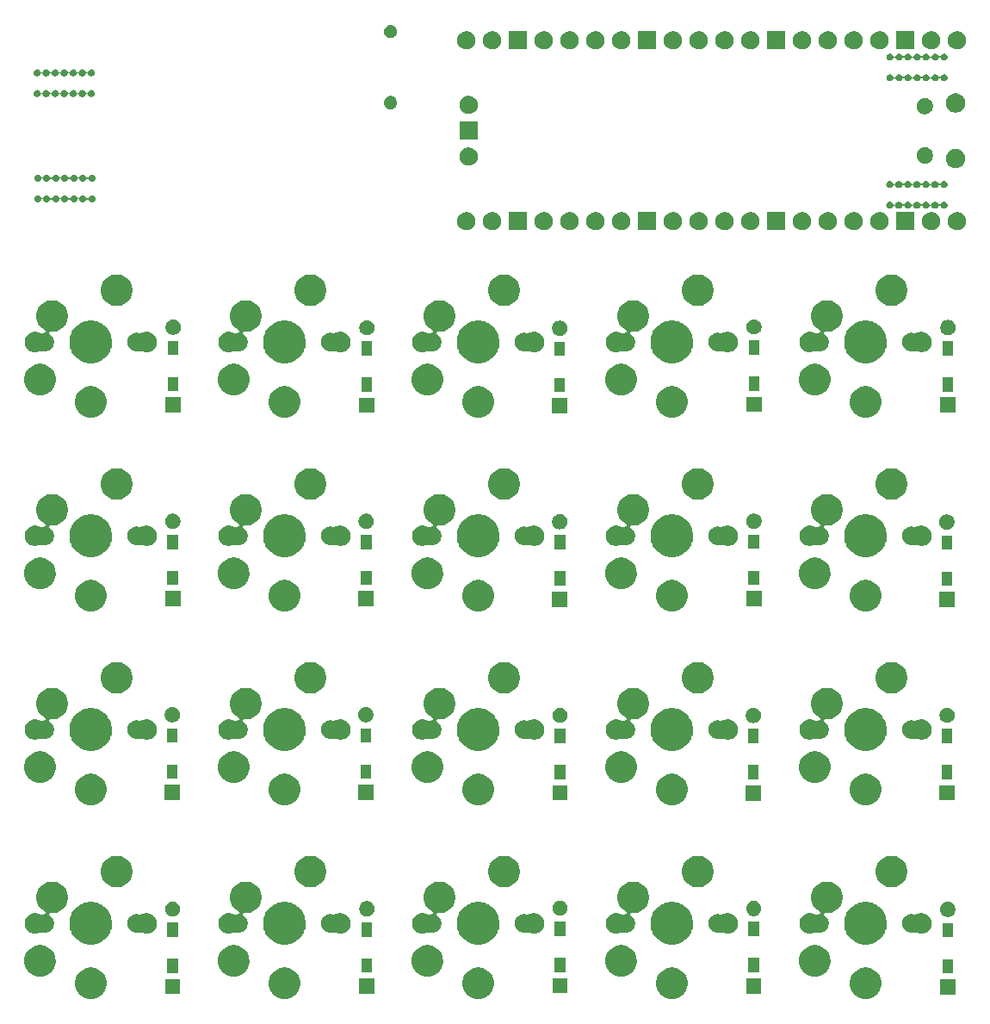
<source format=gbr>
G04 #@! TF.GenerationSoftware,KiCad,Pcbnew,(5.1.6-0-10_14)*
G04 #@! TF.CreationDate,2022-03-09T18:20:20+09:00*
G04 #@! TF.ProjectId,cool640,636f6f6c-3634-4302-9e6b-696361645f70,rev?*
G04 #@! TF.SameCoordinates,Original*
G04 #@! TF.FileFunction,Soldermask,Top*
G04 #@! TF.FilePolarity,Negative*
%FSLAX46Y46*%
G04 Gerber Fmt 4.6, Leading zero omitted, Abs format (unit mm)*
G04 Created by KiCad (PCBNEW (5.1.6-0-10_14)) date 2022-03-09 18:20:20*
%MOMM*%
%LPD*%
G01*
G04 APERTURE LIST*
%ADD10C,0.100000*%
G04 APERTURE END LIST*
D10*
G36*
X76502585Y-61528802D02*
G01*
X76652410Y-61558604D01*
X76934674Y-61675521D01*
X77188705Y-61845259D01*
X77404741Y-62061295D01*
X77574479Y-62315326D01*
X77691396Y-62597590D01*
X77751000Y-62897240D01*
X77751000Y-63202760D01*
X77691396Y-63502410D01*
X77574479Y-63784674D01*
X77404741Y-64038705D01*
X77188705Y-64254741D01*
X76934674Y-64424479D01*
X76652410Y-64541396D01*
X76502585Y-64571198D01*
X76352761Y-64601000D01*
X76047239Y-64601000D01*
X75897415Y-64571198D01*
X75747590Y-64541396D01*
X75465326Y-64424479D01*
X75211295Y-64254741D01*
X74995259Y-64038705D01*
X74825521Y-63784674D01*
X74708604Y-63502410D01*
X74649000Y-63202760D01*
X74649000Y-62897240D01*
X74708604Y-62597590D01*
X74825521Y-62315326D01*
X74995259Y-62061295D01*
X75211295Y-61845259D01*
X75465326Y-61675521D01*
X75747590Y-61558604D01*
X75897415Y-61528802D01*
X76047239Y-61499000D01*
X76352761Y-61499000D01*
X76502585Y-61528802D01*
G37*
G36*
X57452585Y-61528802D02*
G01*
X57602410Y-61558604D01*
X57884674Y-61675521D01*
X58138705Y-61845259D01*
X58354741Y-62061295D01*
X58524479Y-62315326D01*
X58641396Y-62597590D01*
X58701000Y-62897240D01*
X58701000Y-63202760D01*
X58641396Y-63502410D01*
X58524479Y-63784674D01*
X58354741Y-64038705D01*
X58138705Y-64254741D01*
X57884674Y-64424479D01*
X57602410Y-64541396D01*
X57452585Y-64571198D01*
X57302761Y-64601000D01*
X56997239Y-64601000D01*
X56847415Y-64571198D01*
X56697590Y-64541396D01*
X56415326Y-64424479D01*
X56161295Y-64254741D01*
X55945259Y-64038705D01*
X55775521Y-63784674D01*
X55658604Y-63502410D01*
X55599000Y-63202760D01*
X55599000Y-62897240D01*
X55658604Y-62597590D01*
X55775521Y-62315326D01*
X55945259Y-62061295D01*
X56161295Y-61845259D01*
X56415326Y-61675521D01*
X56697590Y-61558604D01*
X56847415Y-61528802D01*
X56997239Y-61499000D01*
X57302761Y-61499000D01*
X57452585Y-61528802D01*
G37*
G36*
X38402585Y-61528802D02*
G01*
X38552410Y-61558604D01*
X38834674Y-61675521D01*
X39088705Y-61845259D01*
X39304741Y-62061295D01*
X39474479Y-62315326D01*
X39591396Y-62597590D01*
X39651000Y-62897240D01*
X39651000Y-63202760D01*
X39591396Y-63502410D01*
X39474479Y-63784674D01*
X39304741Y-64038705D01*
X39088705Y-64254741D01*
X38834674Y-64424479D01*
X38552410Y-64541396D01*
X38402585Y-64571198D01*
X38252761Y-64601000D01*
X37947239Y-64601000D01*
X37797415Y-64571198D01*
X37647590Y-64541396D01*
X37365326Y-64424479D01*
X37111295Y-64254741D01*
X36895259Y-64038705D01*
X36725521Y-63784674D01*
X36608604Y-63502410D01*
X36549000Y-63202760D01*
X36549000Y-62897240D01*
X36608604Y-62597590D01*
X36725521Y-62315326D01*
X36895259Y-62061295D01*
X37111295Y-61845259D01*
X37365326Y-61675521D01*
X37647590Y-61558604D01*
X37797415Y-61528802D01*
X37947239Y-61499000D01*
X38252761Y-61499000D01*
X38402585Y-61528802D01*
G37*
G36*
X19352585Y-61528802D02*
G01*
X19502410Y-61558604D01*
X19784674Y-61675521D01*
X20038705Y-61845259D01*
X20254741Y-62061295D01*
X20424479Y-62315326D01*
X20541396Y-62597590D01*
X20601000Y-62897240D01*
X20601000Y-63202760D01*
X20541396Y-63502410D01*
X20424479Y-63784674D01*
X20254741Y-64038705D01*
X20038705Y-64254741D01*
X19784674Y-64424479D01*
X19502410Y-64541396D01*
X19352585Y-64571198D01*
X19202761Y-64601000D01*
X18897239Y-64601000D01*
X18747415Y-64571198D01*
X18597590Y-64541396D01*
X18315326Y-64424479D01*
X18061295Y-64254741D01*
X17845259Y-64038705D01*
X17675521Y-63784674D01*
X17558604Y-63502410D01*
X17499000Y-63202760D01*
X17499000Y-62897240D01*
X17558604Y-62597590D01*
X17675521Y-62315326D01*
X17845259Y-62061295D01*
X18061295Y-61845259D01*
X18315326Y-61675521D01*
X18597590Y-61558604D01*
X18747415Y-61528802D01*
X18897239Y-61499000D01*
X19202761Y-61499000D01*
X19352585Y-61528802D01*
G37*
G36*
X302585Y-61528802D02*
G01*
X452410Y-61558604D01*
X734674Y-61675521D01*
X988705Y-61845259D01*
X1204741Y-62061295D01*
X1374479Y-62315326D01*
X1491396Y-62597590D01*
X1551000Y-62897240D01*
X1551000Y-63202760D01*
X1491396Y-63502410D01*
X1374479Y-63784674D01*
X1204741Y-64038705D01*
X988705Y-64254741D01*
X734674Y-64424479D01*
X452410Y-64541396D01*
X302585Y-64571198D01*
X152761Y-64601000D01*
X-152761Y-64601000D01*
X-302585Y-64571198D01*
X-452410Y-64541396D01*
X-734674Y-64424479D01*
X-988705Y-64254741D01*
X-1204741Y-64038705D01*
X-1374479Y-63784674D01*
X-1491396Y-63502410D01*
X-1551000Y-63202760D01*
X-1551000Y-62897240D01*
X-1491396Y-62597590D01*
X-1374479Y-62315326D01*
X-1204741Y-62061295D01*
X-988705Y-61845259D01*
X-734674Y-61675521D01*
X-452410Y-61558604D01*
X-302585Y-61528802D01*
X-152761Y-61499000D01*
X152761Y-61499000D01*
X302585Y-61528802D01*
G37*
G36*
X85039500Y-64149500D02*
G01*
X83540500Y-64149500D01*
X83540500Y-62650500D01*
X85039500Y-62650500D01*
X85039500Y-64149500D01*
G37*
G36*
X8799500Y-64109500D02*
G01*
X7300500Y-64109500D01*
X7300500Y-62610500D01*
X8799500Y-62610500D01*
X8799500Y-64109500D01*
G37*
G36*
X27899500Y-64089500D02*
G01*
X26400500Y-64089500D01*
X26400500Y-62590500D01*
X27899500Y-62590500D01*
X27899500Y-64089500D01*
G37*
G36*
X65959500Y-64049500D02*
G01*
X64460500Y-64049500D01*
X64460500Y-62550500D01*
X65959500Y-62550500D01*
X65959500Y-64049500D01*
G37*
G36*
X46909500Y-64019500D02*
G01*
X45410500Y-64019500D01*
X45410500Y-62520500D01*
X46909500Y-62520500D01*
X46909500Y-64019500D01*
G37*
G36*
X-4697415Y-59328802D02*
G01*
X-4547590Y-59358604D01*
X-4265326Y-59475521D01*
X-4011295Y-59645259D01*
X-3795259Y-59861295D01*
X-3625521Y-60115326D01*
X-3508604Y-60397590D01*
X-3508604Y-60397591D01*
X-3467546Y-60604000D01*
X-3449000Y-60697240D01*
X-3449000Y-61002760D01*
X-3508604Y-61302410D01*
X-3625521Y-61584674D01*
X-3795259Y-61838705D01*
X-4011295Y-62054741D01*
X-4265326Y-62224479D01*
X-4547590Y-62341396D01*
X-4697415Y-62371198D01*
X-4847239Y-62401000D01*
X-5152761Y-62401000D01*
X-5302585Y-62371198D01*
X-5452410Y-62341396D01*
X-5734674Y-62224479D01*
X-5988705Y-62054741D01*
X-6204741Y-61838705D01*
X-6374479Y-61584674D01*
X-6491396Y-61302410D01*
X-6551000Y-61002760D01*
X-6551000Y-60697240D01*
X-6532453Y-60604000D01*
X-6491396Y-60397591D01*
X-6491396Y-60397590D01*
X-6374479Y-60115326D01*
X-6204741Y-59861295D01*
X-5988705Y-59645259D01*
X-5734674Y-59475521D01*
X-5452410Y-59358604D01*
X-5302585Y-59328802D01*
X-5152761Y-59299000D01*
X-4847239Y-59299000D01*
X-4697415Y-59328802D01*
G37*
G36*
X71502585Y-59328802D02*
G01*
X71652410Y-59358604D01*
X71934674Y-59475521D01*
X72188705Y-59645259D01*
X72404741Y-59861295D01*
X72574479Y-60115326D01*
X72691396Y-60397590D01*
X72691396Y-60397591D01*
X72732454Y-60604000D01*
X72751000Y-60697240D01*
X72751000Y-61002760D01*
X72691396Y-61302410D01*
X72574479Y-61584674D01*
X72404741Y-61838705D01*
X72188705Y-62054741D01*
X71934674Y-62224479D01*
X71652410Y-62341396D01*
X71502585Y-62371198D01*
X71352761Y-62401000D01*
X71047239Y-62401000D01*
X70897415Y-62371198D01*
X70747590Y-62341396D01*
X70465326Y-62224479D01*
X70211295Y-62054741D01*
X69995259Y-61838705D01*
X69825521Y-61584674D01*
X69708604Y-61302410D01*
X69649000Y-61002760D01*
X69649000Y-60697240D01*
X69667547Y-60604000D01*
X69708604Y-60397591D01*
X69708604Y-60397590D01*
X69825521Y-60115326D01*
X69995259Y-59861295D01*
X70211295Y-59645259D01*
X70465326Y-59475521D01*
X70747590Y-59358604D01*
X70897415Y-59328802D01*
X71047239Y-59299000D01*
X71352761Y-59299000D01*
X71502585Y-59328802D01*
G37*
G36*
X52452585Y-59328802D02*
G01*
X52602410Y-59358604D01*
X52884674Y-59475521D01*
X53138705Y-59645259D01*
X53354741Y-59861295D01*
X53524479Y-60115326D01*
X53641396Y-60397590D01*
X53641396Y-60397591D01*
X53682454Y-60604000D01*
X53701000Y-60697240D01*
X53701000Y-61002760D01*
X53641396Y-61302410D01*
X53524479Y-61584674D01*
X53354741Y-61838705D01*
X53138705Y-62054741D01*
X52884674Y-62224479D01*
X52602410Y-62341396D01*
X52452585Y-62371198D01*
X52302761Y-62401000D01*
X51997239Y-62401000D01*
X51847415Y-62371198D01*
X51697590Y-62341396D01*
X51415326Y-62224479D01*
X51161295Y-62054741D01*
X50945259Y-61838705D01*
X50775521Y-61584674D01*
X50658604Y-61302410D01*
X50599000Y-61002760D01*
X50599000Y-60697240D01*
X50617547Y-60604000D01*
X50658604Y-60397591D01*
X50658604Y-60397590D01*
X50775521Y-60115326D01*
X50945259Y-59861295D01*
X51161295Y-59645259D01*
X51415326Y-59475521D01*
X51697590Y-59358604D01*
X51847415Y-59328802D01*
X51997239Y-59299000D01*
X52302761Y-59299000D01*
X52452585Y-59328802D01*
G37*
G36*
X33402585Y-59328802D02*
G01*
X33552410Y-59358604D01*
X33834674Y-59475521D01*
X34088705Y-59645259D01*
X34304741Y-59861295D01*
X34474479Y-60115326D01*
X34591396Y-60397590D01*
X34591396Y-60397591D01*
X34632454Y-60604000D01*
X34651000Y-60697240D01*
X34651000Y-61002760D01*
X34591396Y-61302410D01*
X34474479Y-61584674D01*
X34304741Y-61838705D01*
X34088705Y-62054741D01*
X33834674Y-62224479D01*
X33552410Y-62341396D01*
X33402585Y-62371198D01*
X33252761Y-62401000D01*
X32947239Y-62401000D01*
X32797415Y-62371198D01*
X32647590Y-62341396D01*
X32365326Y-62224479D01*
X32111295Y-62054741D01*
X31895259Y-61838705D01*
X31725521Y-61584674D01*
X31608604Y-61302410D01*
X31549000Y-61002760D01*
X31549000Y-60697240D01*
X31567547Y-60604000D01*
X31608604Y-60397591D01*
X31608604Y-60397590D01*
X31725521Y-60115326D01*
X31895259Y-59861295D01*
X32111295Y-59645259D01*
X32365326Y-59475521D01*
X32647590Y-59358604D01*
X32797415Y-59328802D01*
X32947239Y-59299000D01*
X33252761Y-59299000D01*
X33402585Y-59328802D01*
G37*
G36*
X14352585Y-59328802D02*
G01*
X14502410Y-59358604D01*
X14784674Y-59475521D01*
X15038705Y-59645259D01*
X15254741Y-59861295D01*
X15424479Y-60115326D01*
X15541396Y-60397590D01*
X15541396Y-60397591D01*
X15582454Y-60604000D01*
X15601000Y-60697240D01*
X15601000Y-61002760D01*
X15541396Y-61302410D01*
X15424479Y-61584674D01*
X15254741Y-61838705D01*
X15038705Y-62054741D01*
X14784674Y-62224479D01*
X14502410Y-62341396D01*
X14352585Y-62371198D01*
X14202761Y-62401000D01*
X13897239Y-62401000D01*
X13747415Y-62371198D01*
X13597590Y-62341396D01*
X13315326Y-62224479D01*
X13061295Y-62054741D01*
X12845259Y-61838705D01*
X12675521Y-61584674D01*
X12558604Y-61302410D01*
X12499000Y-61002760D01*
X12499000Y-60697240D01*
X12517547Y-60604000D01*
X12558604Y-60397591D01*
X12558604Y-60397590D01*
X12675521Y-60115326D01*
X12845259Y-59861295D01*
X13061295Y-59645259D01*
X13315326Y-59475521D01*
X13597590Y-59358604D01*
X13747415Y-59328802D01*
X13897239Y-59299000D01*
X14202761Y-59299000D01*
X14352585Y-59328802D01*
G37*
G36*
X84816000Y-62066000D02*
G01*
X83764000Y-62066000D01*
X83764000Y-60664000D01*
X84816000Y-60664000D01*
X84816000Y-62066000D01*
G37*
G36*
X8576000Y-62026000D02*
G01*
X7524000Y-62026000D01*
X7524000Y-60624000D01*
X8576000Y-60624000D01*
X8576000Y-62026000D01*
G37*
G36*
X27676000Y-62006000D02*
G01*
X26624000Y-62006000D01*
X26624000Y-60604000D01*
X27676000Y-60604000D01*
X27676000Y-62006000D01*
G37*
G36*
X65736000Y-61966000D02*
G01*
X64684000Y-61966000D01*
X64684000Y-60564000D01*
X65736000Y-60564000D01*
X65736000Y-61966000D01*
G37*
G36*
X46686000Y-61936000D02*
G01*
X45634000Y-61936000D01*
X45634000Y-60534000D01*
X46686000Y-60534000D01*
X46686000Y-61936000D01*
G37*
G36*
X19502391Y-55097825D02*
G01*
X19662839Y-55129740D01*
X19933206Y-55241730D01*
X19982684Y-55262224D01*
X20045197Y-55288118D01*
X20190158Y-55384978D01*
X20389309Y-55518046D01*
X20681954Y-55810691D01*
X20684659Y-55814740D01*
X20908005Y-56149000D01*
X20911883Y-56154805D01*
X20949905Y-56246598D01*
X21067087Y-56529500D01*
X21070260Y-56537162D01*
X21151000Y-56943068D01*
X21151000Y-57356932D01*
X21097847Y-57624149D01*
X21070260Y-57762839D01*
X20965473Y-58015818D01*
X20946959Y-58060515D01*
X20911882Y-58145197D01*
X20796138Y-58318420D01*
X20690847Y-58476000D01*
X20681953Y-58489310D01*
X20389310Y-58781953D01*
X20045197Y-59011882D01*
X19662839Y-59170260D01*
X19527536Y-59197173D01*
X19256932Y-59251000D01*
X18843068Y-59251000D01*
X18572464Y-59197173D01*
X18437161Y-59170260D01*
X18054803Y-59011882D01*
X17710690Y-58781953D01*
X17418047Y-58489310D01*
X17409154Y-58476000D01*
X17303862Y-58318420D01*
X17188118Y-58145197D01*
X17153042Y-58060515D01*
X17134527Y-58015818D01*
X17029740Y-57762839D01*
X17002153Y-57624149D01*
X16949000Y-57356932D01*
X16949000Y-56943068D01*
X17029740Y-56537162D01*
X17032914Y-56529500D01*
X17150095Y-56246598D01*
X17188117Y-56154805D01*
X17191996Y-56149000D01*
X17415341Y-55814740D01*
X17418046Y-55810691D01*
X17710691Y-55518046D01*
X17909842Y-55384978D01*
X18054803Y-55288118D01*
X18117317Y-55262224D01*
X18166794Y-55241730D01*
X18437161Y-55129740D01*
X18597609Y-55097825D01*
X18843068Y-55049000D01*
X19256932Y-55049000D01*
X19502391Y-55097825D01*
G37*
G36*
X452391Y-55097825D02*
G01*
X612839Y-55129740D01*
X883206Y-55241730D01*
X932684Y-55262224D01*
X995197Y-55288118D01*
X1140158Y-55384978D01*
X1339309Y-55518046D01*
X1631954Y-55810691D01*
X1634659Y-55814740D01*
X1858005Y-56149000D01*
X1861883Y-56154805D01*
X1899905Y-56246598D01*
X2017087Y-56529500D01*
X2020260Y-56537162D01*
X2101000Y-56943068D01*
X2101000Y-57356932D01*
X2047847Y-57624149D01*
X2020260Y-57762839D01*
X1915473Y-58015818D01*
X1896959Y-58060515D01*
X1861882Y-58145197D01*
X1746138Y-58318420D01*
X1640847Y-58476000D01*
X1631953Y-58489310D01*
X1339310Y-58781953D01*
X995197Y-59011882D01*
X612839Y-59170260D01*
X477536Y-59197173D01*
X206932Y-59251000D01*
X-206932Y-59251000D01*
X-477536Y-59197173D01*
X-612839Y-59170260D01*
X-995197Y-59011882D01*
X-1339310Y-58781953D01*
X-1631953Y-58489310D01*
X-1640846Y-58476000D01*
X-1746138Y-58318420D01*
X-1861882Y-58145197D01*
X-1896958Y-58060515D01*
X-1915473Y-58015818D01*
X-2020260Y-57762839D01*
X-2047847Y-57624149D01*
X-2101000Y-57356932D01*
X-2101000Y-56943068D01*
X-2020260Y-56537162D01*
X-2017086Y-56529500D01*
X-1899905Y-56246598D01*
X-1861883Y-56154805D01*
X-1858004Y-56149000D01*
X-1634659Y-55814740D01*
X-1631954Y-55810691D01*
X-1339309Y-55518046D01*
X-1140158Y-55384978D01*
X-995197Y-55288118D01*
X-932683Y-55262224D01*
X-883206Y-55241730D01*
X-612839Y-55129740D01*
X-452391Y-55097825D01*
X-206932Y-55049000D01*
X206932Y-55049000D01*
X452391Y-55097825D01*
G37*
G36*
X76652391Y-55097825D02*
G01*
X76812839Y-55129740D01*
X77083206Y-55241730D01*
X77132684Y-55262224D01*
X77195197Y-55288118D01*
X77340158Y-55384978D01*
X77539309Y-55518046D01*
X77831954Y-55810691D01*
X77834659Y-55814740D01*
X78058005Y-56149000D01*
X78061883Y-56154805D01*
X78099905Y-56246598D01*
X78217087Y-56529500D01*
X78220260Y-56537162D01*
X78301000Y-56943068D01*
X78301000Y-57356932D01*
X78247847Y-57624149D01*
X78220260Y-57762839D01*
X78115473Y-58015818D01*
X78096959Y-58060515D01*
X78061882Y-58145197D01*
X77946138Y-58318420D01*
X77840847Y-58476000D01*
X77831953Y-58489310D01*
X77539310Y-58781953D01*
X77195197Y-59011882D01*
X76812839Y-59170260D01*
X76677536Y-59197173D01*
X76406932Y-59251000D01*
X75993068Y-59251000D01*
X75722464Y-59197173D01*
X75587161Y-59170260D01*
X75204803Y-59011882D01*
X74860690Y-58781953D01*
X74568047Y-58489310D01*
X74559154Y-58476000D01*
X74453862Y-58318420D01*
X74338118Y-58145197D01*
X74303042Y-58060515D01*
X74284527Y-58015818D01*
X74179740Y-57762839D01*
X74152153Y-57624149D01*
X74099000Y-57356932D01*
X74099000Y-56943068D01*
X74179740Y-56537162D01*
X74182914Y-56529500D01*
X74300095Y-56246598D01*
X74338117Y-56154805D01*
X74341996Y-56149000D01*
X74565341Y-55814740D01*
X74568046Y-55810691D01*
X74860691Y-55518046D01*
X75059842Y-55384978D01*
X75204803Y-55288118D01*
X75267317Y-55262224D01*
X75316794Y-55241730D01*
X75587161Y-55129740D01*
X75747609Y-55097825D01*
X75993068Y-55049000D01*
X76406932Y-55049000D01*
X76652391Y-55097825D01*
G37*
G36*
X38552391Y-55097825D02*
G01*
X38712839Y-55129740D01*
X38983206Y-55241730D01*
X39032684Y-55262224D01*
X39095197Y-55288118D01*
X39240158Y-55384978D01*
X39439309Y-55518046D01*
X39731954Y-55810691D01*
X39734659Y-55814740D01*
X39958005Y-56149000D01*
X39961883Y-56154805D01*
X39999905Y-56246598D01*
X40117087Y-56529500D01*
X40120260Y-56537162D01*
X40201000Y-56943068D01*
X40201000Y-57356932D01*
X40147847Y-57624149D01*
X40120260Y-57762839D01*
X40015473Y-58015818D01*
X39996959Y-58060515D01*
X39961882Y-58145197D01*
X39846138Y-58318420D01*
X39740847Y-58476000D01*
X39731953Y-58489310D01*
X39439310Y-58781953D01*
X39095197Y-59011882D01*
X38712839Y-59170260D01*
X38577536Y-59197173D01*
X38306932Y-59251000D01*
X37893068Y-59251000D01*
X37622464Y-59197173D01*
X37487161Y-59170260D01*
X37104803Y-59011882D01*
X36760690Y-58781953D01*
X36468047Y-58489310D01*
X36459154Y-58476000D01*
X36353862Y-58318420D01*
X36238118Y-58145197D01*
X36203042Y-58060515D01*
X36184527Y-58015818D01*
X36079740Y-57762839D01*
X36052153Y-57624149D01*
X35999000Y-57356932D01*
X35999000Y-56943068D01*
X36079740Y-56537162D01*
X36082914Y-56529500D01*
X36200095Y-56246598D01*
X36238117Y-56154805D01*
X36241996Y-56149000D01*
X36465341Y-55814740D01*
X36468046Y-55810691D01*
X36760691Y-55518046D01*
X36959842Y-55384978D01*
X37104803Y-55288118D01*
X37167317Y-55262224D01*
X37216794Y-55241730D01*
X37487161Y-55129740D01*
X37647609Y-55097825D01*
X37893068Y-55049000D01*
X38306932Y-55049000D01*
X38552391Y-55097825D01*
G37*
G36*
X57602391Y-55097825D02*
G01*
X57762839Y-55129740D01*
X58033206Y-55241730D01*
X58082684Y-55262224D01*
X58145197Y-55288118D01*
X58290158Y-55384978D01*
X58489309Y-55518046D01*
X58781954Y-55810691D01*
X58784659Y-55814740D01*
X59008005Y-56149000D01*
X59011883Y-56154805D01*
X59049905Y-56246598D01*
X59167087Y-56529500D01*
X59170260Y-56537162D01*
X59251000Y-56943068D01*
X59251000Y-57356932D01*
X59197847Y-57624149D01*
X59170260Y-57762839D01*
X59065473Y-58015818D01*
X59046959Y-58060515D01*
X59011882Y-58145197D01*
X58896138Y-58318420D01*
X58790847Y-58476000D01*
X58781953Y-58489310D01*
X58489310Y-58781953D01*
X58145197Y-59011882D01*
X57762839Y-59170260D01*
X57627536Y-59197173D01*
X57356932Y-59251000D01*
X56943068Y-59251000D01*
X56672464Y-59197173D01*
X56537161Y-59170260D01*
X56154803Y-59011882D01*
X55810690Y-58781953D01*
X55518047Y-58489310D01*
X55509154Y-58476000D01*
X55403862Y-58318420D01*
X55288118Y-58145197D01*
X55253042Y-58060515D01*
X55234527Y-58015818D01*
X55129740Y-57762839D01*
X55102153Y-57624149D01*
X55049000Y-57356932D01*
X55049000Y-56943068D01*
X55129740Y-56537162D01*
X55132914Y-56529500D01*
X55250095Y-56246598D01*
X55288117Y-56154805D01*
X55291996Y-56149000D01*
X55515341Y-55814740D01*
X55518046Y-55810691D01*
X55810691Y-55518046D01*
X56009842Y-55384978D01*
X56154803Y-55288118D01*
X56217317Y-55262224D01*
X56266794Y-55241730D01*
X56537161Y-55129740D01*
X56697609Y-55097825D01*
X56943068Y-55049000D01*
X57356932Y-55049000D01*
X57602391Y-55097825D01*
G37*
G36*
X84816000Y-58516000D02*
G01*
X83764000Y-58516000D01*
X83764000Y-57114000D01*
X84816000Y-57114000D01*
X84816000Y-58516000D01*
G37*
G36*
X8576000Y-58476000D02*
G01*
X7524000Y-58476000D01*
X7524000Y-57074000D01*
X8576000Y-57074000D01*
X8576000Y-58476000D01*
G37*
G36*
X27676000Y-58456000D02*
G01*
X26624000Y-58456000D01*
X26624000Y-57054000D01*
X27676000Y-57054000D01*
X27676000Y-58456000D01*
G37*
G36*
X65736000Y-58416000D02*
G01*
X64684000Y-58416000D01*
X64684000Y-57014000D01*
X65736000Y-57014000D01*
X65736000Y-58416000D01*
G37*
G36*
X46686000Y-58386000D02*
G01*
X45634000Y-58386000D01*
X45634000Y-56984000D01*
X46686000Y-56984000D01*
X46686000Y-58386000D01*
G37*
G36*
X-3507415Y-53088802D02*
G01*
X-3357590Y-53118604D01*
X-3075326Y-53235521D01*
X-2821295Y-53405259D01*
X-2605259Y-53621295D01*
X-2435521Y-53875326D01*
X-2318604Y-54157590D01*
X-2259000Y-54457240D01*
X-2259000Y-54762760D01*
X-2318604Y-55062410D01*
X-2435521Y-55344674D01*
X-2605259Y-55598705D01*
X-2821295Y-55814741D01*
X-3075326Y-55984479D01*
X-3357590Y-56101396D01*
X-3490227Y-56127779D01*
X-3657239Y-56161000D01*
X-3946320Y-56161000D01*
X-3970706Y-56163402D01*
X-3994155Y-56170515D01*
X-4015766Y-56182066D01*
X-4034708Y-56197611D01*
X-4050253Y-56216553D01*
X-4061804Y-56238164D01*
X-4068917Y-56261613D01*
X-4071319Y-56285999D01*
X-4068917Y-56310385D01*
X-4061804Y-56333834D01*
X-4050253Y-56355445D01*
X-4034708Y-56374387D01*
X-4015774Y-56389926D01*
X-3925646Y-56450147D01*
X-3800147Y-56575646D01*
X-3701544Y-56723216D01*
X-3633624Y-56887188D01*
X-3599000Y-57061259D01*
X-3599000Y-57238741D01*
X-3633624Y-57412812D01*
X-3701544Y-57576784D01*
X-3800147Y-57724354D01*
X-3925646Y-57849853D01*
X-4073216Y-57948456D01*
X-4237188Y-58016376D01*
X-4386488Y-58046073D01*
X-4411258Y-58051000D01*
X-4588742Y-58051000D01*
X-4658753Y-58037074D01*
X-4762812Y-58016376D01*
X-4762815Y-58016375D01*
X-4765614Y-58015818D01*
X-4790000Y-58013416D01*
X-4814386Y-58015818D01*
X-4817185Y-58016375D01*
X-4817188Y-58016376D01*
X-4921247Y-58037074D01*
X-4991258Y-58051000D01*
X-5034605Y-58051000D01*
X-5058991Y-58053402D01*
X-5082440Y-58060515D01*
X-5208019Y-58112532D01*
X-5304715Y-58131766D01*
X-5401409Y-58151000D01*
X-5598591Y-58151000D01*
X-5695285Y-58131766D01*
X-5791981Y-58112532D01*
X-5974151Y-58037074D01*
X-6138100Y-57927527D01*
X-6277527Y-57788100D01*
X-6387074Y-57624151D01*
X-6462532Y-57441981D01*
X-6501000Y-57248590D01*
X-6501000Y-57051410D01*
X-6462532Y-56858019D01*
X-6387074Y-56675849D01*
X-6277527Y-56511900D01*
X-6138100Y-56372473D01*
X-5974151Y-56262926D01*
X-5970981Y-56261613D01*
X-5899912Y-56232175D01*
X-5791981Y-56187468D01*
X-5598591Y-56149000D01*
X-5401409Y-56149000D01*
X-5208019Y-56187468D01*
X-5100088Y-56232175D01*
X-5082440Y-56239485D01*
X-5058991Y-56246598D01*
X-5034605Y-56249000D01*
X-4991258Y-56249000D01*
X-4950375Y-56257132D01*
X-4817188Y-56283624D01*
X-4817185Y-56283625D01*
X-4814386Y-56284182D01*
X-4790000Y-56286584D01*
X-4765614Y-56284182D01*
X-4762815Y-56283625D01*
X-4762812Y-56283624D01*
X-4629625Y-56257132D01*
X-4588742Y-56249000D01*
X-4534474Y-56249000D01*
X-4510088Y-56246598D01*
X-4486639Y-56239485D01*
X-4465028Y-56227934D01*
X-4446086Y-56212389D01*
X-4430541Y-56193447D01*
X-4418990Y-56171836D01*
X-4411877Y-56148387D01*
X-4409475Y-56124001D01*
X-4411877Y-56099615D01*
X-4418990Y-56076166D01*
X-4430541Y-56054555D01*
X-4446086Y-56035613D01*
X-4465028Y-56020068D01*
X-4486633Y-56008520D01*
X-4544674Y-55984479D01*
X-4798705Y-55814741D01*
X-5014741Y-55598705D01*
X-5184479Y-55344674D01*
X-5301396Y-55062410D01*
X-5361000Y-54762760D01*
X-5361000Y-54457240D01*
X-5301396Y-54157590D01*
X-5184479Y-53875326D01*
X-5014741Y-53621295D01*
X-4798705Y-53405259D01*
X-4544674Y-53235521D01*
X-4262410Y-53118604D01*
X-4112585Y-53088802D01*
X-3962761Y-53059000D01*
X-3657239Y-53059000D01*
X-3507415Y-53088802D01*
G37*
G36*
X5791981Y-56187468D02*
G01*
X5899912Y-56232175D01*
X5970982Y-56261613D01*
X5974151Y-56262926D01*
X6138100Y-56372473D01*
X6277527Y-56511900D01*
X6387074Y-56675849D01*
X6462532Y-56858019D01*
X6501000Y-57051410D01*
X6501000Y-57248590D01*
X6462532Y-57441981D01*
X6387074Y-57624151D01*
X6277527Y-57788100D01*
X6138100Y-57927527D01*
X5974151Y-58037074D01*
X5791981Y-58112532D01*
X5695285Y-58131766D01*
X5598591Y-58151000D01*
X5401409Y-58151000D01*
X5304715Y-58131766D01*
X5208019Y-58112532D01*
X5082440Y-58060515D01*
X5058991Y-58053402D01*
X5034605Y-58051000D01*
X4991258Y-58051000D01*
X4921247Y-58037074D01*
X4817188Y-58016376D01*
X4817185Y-58016375D01*
X4814386Y-58015818D01*
X4790000Y-58013416D01*
X4765614Y-58015818D01*
X4762815Y-58016375D01*
X4762812Y-58016376D01*
X4658753Y-58037074D01*
X4588742Y-58051000D01*
X4411258Y-58051000D01*
X4386488Y-58046073D01*
X4237188Y-58016376D01*
X4073216Y-57948456D01*
X3925646Y-57849853D01*
X3800147Y-57724354D01*
X3701544Y-57576784D01*
X3633624Y-57412812D01*
X3599000Y-57238741D01*
X3599000Y-57061259D01*
X3633624Y-56887188D01*
X3701544Y-56723216D01*
X3800147Y-56575646D01*
X3925646Y-56450147D01*
X4073216Y-56351544D01*
X4237188Y-56283624D01*
X4386488Y-56253927D01*
X4411258Y-56249000D01*
X4588742Y-56249000D01*
X4629625Y-56257132D01*
X4762812Y-56283624D01*
X4762815Y-56283625D01*
X4765614Y-56284182D01*
X4790000Y-56286584D01*
X4814386Y-56284182D01*
X4817185Y-56283625D01*
X4817188Y-56283624D01*
X4950375Y-56257132D01*
X4991258Y-56249000D01*
X5034605Y-56249000D01*
X5058991Y-56246598D01*
X5082440Y-56239485D01*
X5100088Y-56232175D01*
X5208019Y-56187468D01*
X5401409Y-56149000D01*
X5598591Y-56149000D01*
X5791981Y-56187468D01*
G37*
G36*
X62941981Y-56187468D02*
G01*
X63049912Y-56232175D01*
X63120982Y-56261613D01*
X63124151Y-56262926D01*
X63288100Y-56372473D01*
X63427527Y-56511900D01*
X63537074Y-56675849D01*
X63612532Y-56858019D01*
X63651000Y-57051410D01*
X63651000Y-57248590D01*
X63612532Y-57441981D01*
X63537074Y-57624151D01*
X63427527Y-57788100D01*
X63288100Y-57927527D01*
X63124151Y-58037074D01*
X62941981Y-58112532D01*
X62845285Y-58131766D01*
X62748591Y-58151000D01*
X62551409Y-58151000D01*
X62454715Y-58131766D01*
X62358019Y-58112532D01*
X62232440Y-58060515D01*
X62208991Y-58053402D01*
X62184605Y-58051000D01*
X62141258Y-58051000D01*
X62071247Y-58037074D01*
X61967188Y-58016376D01*
X61967185Y-58016375D01*
X61964386Y-58015818D01*
X61940000Y-58013416D01*
X61915614Y-58015818D01*
X61912815Y-58016375D01*
X61912812Y-58016376D01*
X61808753Y-58037074D01*
X61738742Y-58051000D01*
X61561258Y-58051000D01*
X61536488Y-58046073D01*
X61387188Y-58016376D01*
X61223216Y-57948456D01*
X61075646Y-57849853D01*
X60950147Y-57724354D01*
X60851544Y-57576784D01*
X60783624Y-57412812D01*
X60749000Y-57238741D01*
X60749000Y-57061259D01*
X60783624Y-56887188D01*
X60851544Y-56723216D01*
X60950147Y-56575646D01*
X61075646Y-56450147D01*
X61223216Y-56351544D01*
X61387188Y-56283624D01*
X61536488Y-56253927D01*
X61561258Y-56249000D01*
X61738742Y-56249000D01*
X61779625Y-56257132D01*
X61912812Y-56283624D01*
X61912815Y-56283625D01*
X61915614Y-56284182D01*
X61940000Y-56286584D01*
X61964386Y-56284182D01*
X61967185Y-56283625D01*
X61967188Y-56283624D01*
X62100375Y-56257132D01*
X62141258Y-56249000D01*
X62184605Y-56249000D01*
X62208991Y-56246598D01*
X62232440Y-56239485D01*
X62250088Y-56232175D01*
X62358019Y-56187468D01*
X62551409Y-56149000D01*
X62748591Y-56149000D01*
X62941981Y-56187468D01*
G37*
G36*
X53642585Y-53088802D02*
G01*
X53792410Y-53118604D01*
X54074674Y-53235521D01*
X54328705Y-53405259D01*
X54544741Y-53621295D01*
X54714479Y-53875326D01*
X54831396Y-54157590D01*
X54891000Y-54457240D01*
X54891000Y-54762760D01*
X54831396Y-55062410D01*
X54714479Y-55344674D01*
X54544741Y-55598705D01*
X54328705Y-55814741D01*
X54074674Y-55984479D01*
X53792410Y-56101396D01*
X53659773Y-56127779D01*
X53492761Y-56161000D01*
X53203680Y-56161000D01*
X53179294Y-56163402D01*
X53155845Y-56170515D01*
X53134234Y-56182066D01*
X53115292Y-56197611D01*
X53099747Y-56216553D01*
X53088196Y-56238164D01*
X53081083Y-56261613D01*
X53078681Y-56285999D01*
X53081083Y-56310385D01*
X53088196Y-56333834D01*
X53099747Y-56355445D01*
X53115292Y-56374387D01*
X53134226Y-56389926D01*
X53224354Y-56450147D01*
X53349853Y-56575646D01*
X53448456Y-56723216D01*
X53516376Y-56887188D01*
X53551000Y-57061259D01*
X53551000Y-57238741D01*
X53516376Y-57412812D01*
X53448456Y-57576784D01*
X53349853Y-57724354D01*
X53224354Y-57849853D01*
X53076784Y-57948456D01*
X52912812Y-58016376D01*
X52763512Y-58046073D01*
X52738742Y-58051000D01*
X52561258Y-58051000D01*
X52491247Y-58037074D01*
X52387188Y-58016376D01*
X52387185Y-58016375D01*
X52384386Y-58015818D01*
X52360000Y-58013416D01*
X52335614Y-58015818D01*
X52332815Y-58016375D01*
X52332812Y-58016376D01*
X52228753Y-58037074D01*
X52158742Y-58051000D01*
X52115395Y-58051000D01*
X52091009Y-58053402D01*
X52067560Y-58060515D01*
X51941981Y-58112532D01*
X51845285Y-58131766D01*
X51748591Y-58151000D01*
X51551409Y-58151000D01*
X51454715Y-58131766D01*
X51358019Y-58112532D01*
X51175849Y-58037074D01*
X51011900Y-57927527D01*
X50872473Y-57788100D01*
X50762926Y-57624151D01*
X50687468Y-57441981D01*
X50649000Y-57248590D01*
X50649000Y-57051410D01*
X50687468Y-56858019D01*
X50762926Y-56675849D01*
X50872473Y-56511900D01*
X51011900Y-56372473D01*
X51175849Y-56262926D01*
X51179019Y-56261613D01*
X51250088Y-56232175D01*
X51358019Y-56187468D01*
X51551409Y-56149000D01*
X51748591Y-56149000D01*
X51941981Y-56187468D01*
X52049912Y-56232175D01*
X52067560Y-56239485D01*
X52091009Y-56246598D01*
X52115395Y-56249000D01*
X52158742Y-56249000D01*
X52199625Y-56257132D01*
X52332812Y-56283624D01*
X52332815Y-56283625D01*
X52335614Y-56284182D01*
X52360000Y-56286584D01*
X52384386Y-56284182D01*
X52387185Y-56283625D01*
X52387188Y-56283624D01*
X52520375Y-56257132D01*
X52561258Y-56249000D01*
X52615526Y-56249000D01*
X52639912Y-56246598D01*
X52663361Y-56239485D01*
X52684972Y-56227934D01*
X52703914Y-56212389D01*
X52719459Y-56193447D01*
X52731010Y-56171836D01*
X52738123Y-56148387D01*
X52740525Y-56124001D01*
X52738123Y-56099615D01*
X52731010Y-56076166D01*
X52719459Y-56054555D01*
X52703914Y-56035613D01*
X52684972Y-56020068D01*
X52663367Y-56008520D01*
X52605326Y-55984479D01*
X52351295Y-55814741D01*
X52135259Y-55598705D01*
X51965521Y-55344674D01*
X51848604Y-55062410D01*
X51789000Y-54762760D01*
X51789000Y-54457240D01*
X51848604Y-54157590D01*
X51965521Y-53875326D01*
X52135259Y-53621295D01*
X52351295Y-53405259D01*
X52605326Y-53235521D01*
X52887590Y-53118604D01*
X53037415Y-53088802D01*
X53187239Y-53059000D01*
X53492761Y-53059000D01*
X53642585Y-53088802D01*
G37*
G36*
X15542585Y-53088802D02*
G01*
X15692410Y-53118604D01*
X15974674Y-53235521D01*
X16228705Y-53405259D01*
X16444741Y-53621295D01*
X16614479Y-53875326D01*
X16731396Y-54157590D01*
X16791000Y-54457240D01*
X16791000Y-54762760D01*
X16731396Y-55062410D01*
X16614479Y-55344674D01*
X16444741Y-55598705D01*
X16228705Y-55814741D01*
X15974674Y-55984479D01*
X15692410Y-56101396D01*
X15559773Y-56127779D01*
X15392761Y-56161000D01*
X15103680Y-56161000D01*
X15079294Y-56163402D01*
X15055845Y-56170515D01*
X15034234Y-56182066D01*
X15015292Y-56197611D01*
X14999747Y-56216553D01*
X14988196Y-56238164D01*
X14981083Y-56261613D01*
X14978681Y-56285999D01*
X14981083Y-56310385D01*
X14988196Y-56333834D01*
X14999747Y-56355445D01*
X15015292Y-56374387D01*
X15034226Y-56389926D01*
X15124354Y-56450147D01*
X15249853Y-56575646D01*
X15348456Y-56723216D01*
X15416376Y-56887188D01*
X15451000Y-57061259D01*
X15451000Y-57238741D01*
X15416376Y-57412812D01*
X15348456Y-57576784D01*
X15249853Y-57724354D01*
X15124354Y-57849853D01*
X14976784Y-57948456D01*
X14812812Y-58016376D01*
X14663512Y-58046073D01*
X14638742Y-58051000D01*
X14461258Y-58051000D01*
X14391247Y-58037074D01*
X14287188Y-58016376D01*
X14287185Y-58016375D01*
X14284386Y-58015818D01*
X14260000Y-58013416D01*
X14235614Y-58015818D01*
X14232815Y-58016375D01*
X14232812Y-58016376D01*
X14128753Y-58037074D01*
X14058742Y-58051000D01*
X14015395Y-58051000D01*
X13991009Y-58053402D01*
X13967560Y-58060515D01*
X13841981Y-58112532D01*
X13745285Y-58131766D01*
X13648591Y-58151000D01*
X13451409Y-58151000D01*
X13354715Y-58131766D01*
X13258019Y-58112532D01*
X13075849Y-58037074D01*
X12911900Y-57927527D01*
X12772473Y-57788100D01*
X12662926Y-57624151D01*
X12587468Y-57441981D01*
X12549000Y-57248590D01*
X12549000Y-57051410D01*
X12587468Y-56858019D01*
X12662926Y-56675849D01*
X12772473Y-56511900D01*
X12911900Y-56372473D01*
X13075849Y-56262926D01*
X13079019Y-56261613D01*
X13150088Y-56232175D01*
X13258019Y-56187468D01*
X13451409Y-56149000D01*
X13648591Y-56149000D01*
X13841981Y-56187468D01*
X13949912Y-56232175D01*
X13967560Y-56239485D01*
X13991009Y-56246598D01*
X14015395Y-56249000D01*
X14058742Y-56249000D01*
X14099625Y-56257132D01*
X14232812Y-56283624D01*
X14232815Y-56283625D01*
X14235614Y-56284182D01*
X14260000Y-56286584D01*
X14284386Y-56284182D01*
X14287185Y-56283625D01*
X14287188Y-56283624D01*
X14420375Y-56257132D01*
X14461258Y-56249000D01*
X14515526Y-56249000D01*
X14539912Y-56246598D01*
X14563361Y-56239485D01*
X14584972Y-56227934D01*
X14603914Y-56212389D01*
X14619459Y-56193447D01*
X14631010Y-56171836D01*
X14638123Y-56148387D01*
X14640525Y-56124001D01*
X14638123Y-56099615D01*
X14631010Y-56076166D01*
X14619459Y-56054555D01*
X14603914Y-56035613D01*
X14584972Y-56020068D01*
X14563367Y-56008520D01*
X14505326Y-55984479D01*
X14251295Y-55814741D01*
X14035259Y-55598705D01*
X13865521Y-55344674D01*
X13748604Y-55062410D01*
X13689000Y-54762760D01*
X13689000Y-54457240D01*
X13748604Y-54157590D01*
X13865521Y-53875326D01*
X14035259Y-53621295D01*
X14251295Y-53405259D01*
X14505326Y-53235521D01*
X14787590Y-53118604D01*
X14937415Y-53088802D01*
X15087239Y-53059000D01*
X15392761Y-53059000D01*
X15542585Y-53088802D01*
G37*
G36*
X72692585Y-53088802D02*
G01*
X72842410Y-53118604D01*
X73124674Y-53235521D01*
X73378705Y-53405259D01*
X73594741Y-53621295D01*
X73764479Y-53875326D01*
X73881396Y-54157590D01*
X73941000Y-54457240D01*
X73941000Y-54762760D01*
X73881396Y-55062410D01*
X73764479Y-55344674D01*
X73594741Y-55598705D01*
X73378705Y-55814741D01*
X73124674Y-55984479D01*
X72842410Y-56101396D01*
X72709773Y-56127779D01*
X72542761Y-56161000D01*
X72253680Y-56161000D01*
X72229294Y-56163402D01*
X72205845Y-56170515D01*
X72184234Y-56182066D01*
X72165292Y-56197611D01*
X72149747Y-56216553D01*
X72138196Y-56238164D01*
X72131083Y-56261613D01*
X72128681Y-56285999D01*
X72131083Y-56310385D01*
X72138196Y-56333834D01*
X72149747Y-56355445D01*
X72165292Y-56374387D01*
X72184226Y-56389926D01*
X72274354Y-56450147D01*
X72399853Y-56575646D01*
X72498456Y-56723216D01*
X72566376Y-56887188D01*
X72601000Y-57061259D01*
X72601000Y-57238741D01*
X72566376Y-57412812D01*
X72498456Y-57576784D01*
X72399853Y-57724354D01*
X72274354Y-57849853D01*
X72126784Y-57948456D01*
X71962812Y-58016376D01*
X71813512Y-58046073D01*
X71788742Y-58051000D01*
X71611258Y-58051000D01*
X71541247Y-58037074D01*
X71437188Y-58016376D01*
X71437185Y-58016375D01*
X71434386Y-58015818D01*
X71410000Y-58013416D01*
X71385614Y-58015818D01*
X71382815Y-58016375D01*
X71382812Y-58016376D01*
X71278753Y-58037074D01*
X71208742Y-58051000D01*
X71165395Y-58051000D01*
X71141009Y-58053402D01*
X71117560Y-58060515D01*
X70991981Y-58112532D01*
X70895285Y-58131766D01*
X70798591Y-58151000D01*
X70601409Y-58151000D01*
X70504715Y-58131766D01*
X70408019Y-58112532D01*
X70225849Y-58037074D01*
X70061900Y-57927527D01*
X69922473Y-57788100D01*
X69812926Y-57624151D01*
X69737468Y-57441981D01*
X69699000Y-57248590D01*
X69699000Y-57051410D01*
X69737468Y-56858019D01*
X69812926Y-56675849D01*
X69922473Y-56511900D01*
X70061900Y-56372473D01*
X70225849Y-56262926D01*
X70229019Y-56261613D01*
X70300088Y-56232175D01*
X70408019Y-56187468D01*
X70601409Y-56149000D01*
X70798591Y-56149000D01*
X70991981Y-56187468D01*
X71099912Y-56232175D01*
X71117560Y-56239485D01*
X71141009Y-56246598D01*
X71165395Y-56249000D01*
X71208742Y-56249000D01*
X71249625Y-56257132D01*
X71382812Y-56283624D01*
X71382815Y-56283625D01*
X71385614Y-56284182D01*
X71410000Y-56286584D01*
X71434386Y-56284182D01*
X71437185Y-56283625D01*
X71437188Y-56283624D01*
X71570375Y-56257132D01*
X71611258Y-56249000D01*
X71665526Y-56249000D01*
X71689912Y-56246598D01*
X71713361Y-56239485D01*
X71734972Y-56227934D01*
X71753914Y-56212389D01*
X71769459Y-56193447D01*
X71781010Y-56171836D01*
X71788123Y-56148387D01*
X71790525Y-56124001D01*
X71788123Y-56099615D01*
X71781010Y-56076166D01*
X71769459Y-56054555D01*
X71753914Y-56035613D01*
X71734972Y-56020068D01*
X71713367Y-56008520D01*
X71655326Y-55984479D01*
X71401295Y-55814741D01*
X71185259Y-55598705D01*
X71015521Y-55344674D01*
X70898604Y-55062410D01*
X70839000Y-54762760D01*
X70839000Y-54457240D01*
X70898604Y-54157590D01*
X71015521Y-53875326D01*
X71185259Y-53621295D01*
X71401295Y-53405259D01*
X71655326Y-53235521D01*
X71937590Y-53118604D01*
X72087415Y-53088802D01*
X72237239Y-53059000D01*
X72542761Y-53059000D01*
X72692585Y-53088802D01*
G37*
G36*
X24841981Y-56187468D02*
G01*
X24949912Y-56232175D01*
X25020982Y-56261613D01*
X25024151Y-56262926D01*
X25188100Y-56372473D01*
X25327527Y-56511900D01*
X25437074Y-56675849D01*
X25512532Y-56858019D01*
X25551000Y-57051410D01*
X25551000Y-57248590D01*
X25512532Y-57441981D01*
X25437074Y-57624151D01*
X25327527Y-57788100D01*
X25188100Y-57927527D01*
X25024151Y-58037074D01*
X24841981Y-58112532D01*
X24745285Y-58131766D01*
X24648591Y-58151000D01*
X24451409Y-58151000D01*
X24354715Y-58131766D01*
X24258019Y-58112532D01*
X24132440Y-58060515D01*
X24108991Y-58053402D01*
X24084605Y-58051000D01*
X24041258Y-58051000D01*
X23971247Y-58037074D01*
X23867188Y-58016376D01*
X23867185Y-58016375D01*
X23864386Y-58015818D01*
X23840000Y-58013416D01*
X23815614Y-58015818D01*
X23812815Y-58016375D01*
X23812812Y-58016376D01*
X23708753Y-58037074D01*
X23638742Y-58051000D01*
X23461258Y-58051000D01*
X23436488Y-58046073D01*
X23287188Y-58016376D01*
X23123216Y-57948456D01*
X22975646Y-57849853D01*
X22850147Y-57724354D01*
X22751544Y-57576784D01*
X22683624Y-57412812D01*
X22649000Y-57238741D01*
X22649000Y-57061259D01*
X22683624Y-56887188D01*
X22751544Y-56723216D01*
X22850147Y-56575646D01*
X22975646Y-56450147D01*
X23123216Y-56351544D01*
X23287188Y-56283624D01*
X23436488Y-56253927D01*
X23461258Y-56249000D01*
X23638742Y-56249000D01*
X23679625Y-56257132D01*
X23812812Y-56283624D01*
X23812815Y-56283625D01*
X23815614Y-56284182D01*
X23840000Y-56286584D01*
X23864386Y-56284182D01*
X23867185Y-56283625D01*
X23867188Y-56283624D01*
X24000375Y-56257132D01*
X24041258Y-56249000D01*
X24084605Y-56249000D01*
X24108991Y-56246598D01*
X24132440Y-56239485D01*
X24150088Y-56232175D01*
X24258019Y-56187468D01*
X24451409Y-56149000D01*
X24648591Y-56149000D01*
X24841981Y-56187468D01*
G37*
G36*
X81991981Y-56187468D02*
G01*
X82099912Y-56232175D01*
X82170982Y-56261613D01*
X82174151Y-56262926D01*
X82338100Y-56372473D01*
X82477527Y-56511900D01*
X82587074Y-56675849D01*
X82662532Y-56858019D01*
X82701000Y-57051410D01*
X82701000Y-57248590D01*
X82662532Y-57441981D01*
X82587074Y-57624151D01*
X82477527Y-57788100D01*
X82338100Y-57927527D01*
X82174151Y-58037074D01*
X81991981Y-58112532D01*
X81895285Y-58131766D01*
X81798591Y-58151000D01*
X81601409Y-58151000D01*
X81504715Y-58131766D01*
X81408019Y-58112532D01*
X81282440Y-58060515D01*
X81258991Y-58053402D01*
X81234605Y-58051000D01*
X81191258Y-58051000D01*
X81121247Y-58037074D01*
X81017188Y-58016376D01*
X81017185Y-58016375D01*
X81014386Y-58015818D01*
X80990000Y-58013416D01*
X80965614Y-58015818D01*
X80962815Y-58016375D01*
X80962812Y-58016376D01*
X80858753Y-58037074D01*
X80788742Y-58051000D01*
X80611258Y-58051000D01*
X80586488Y-58046073D01*
X80437188Y-58016376D01*
X80273216Y-57948456D01*
X80125646Y-57849853D01*
X80000147Y-57724354D01*
X79901544Y-57576784D01*
X79833624Y-57412812D01*
X79799000Y-57238741D01*
X79799000Y-57061259D01*
X79833624Y-56887188D01*
X79901544Y-56723216D01*
X80000147Y-56575646D01*
X80125646Y-56450147D01*
X80273216Y-56351544D01*
X80437188Y-56283624D01*
X80586488Y-56253927D01*
X80611258Y-56249000D01*
X80788742Y-56249000D01*
X80829625Y-56257132D01*
X80962812Y-56283624D01*
X80962815Y-56283625D01*
X80965614Y-56284182D01*
X80990000Y-56286584D01*
X81014386Y-56284182D01*
X81017185Y-56283625D01*
X81017188Y-56283624D01*
X81150375Y-56257132D01*
X81191258Y-56249000D01*
X81234605Y-56249000D01*
X81258991Y-56246598D01*
X81282440Y-56239485D01*
X81300088Y-56232175D01*
X81408019Y-56187468D01*
X81601409Y-56149000D01*
X81798591Y-56149000D01*
X81991981Y-56187468D01*
G37*
G36*
X34592585Y-53088802D02*
G01*
X34742410Y-53118604D01*
X35024674Y-53235521D01*
X35278705Y-53405259D01*
X35494741Y-53621295D01*
X35664479Y-53875326D01*
X35781396Y-54157590D01*
X35841000Y-54457240D01*
X35841000Y-54762760D01*
X35781396Y-55062410D01*
X35664479Y-55344674D01*
X35494741Y-55598705D01*
X35278705Y-55814741D01*
X35024674Y-55984479D01*
X34742410Y-56101396D01*
X34609773Y-56127779D01*
X34442761Y-56161000D01*
X34153680Y-56161000D01*
X34129294Y-56163402D01*
X34105845Y-56170515D01*
X34084234Y-56182066D01*
X34065292Y-56197611D01*
X34049747Y-56216553D01*
X34038196Y-56238164D01*
X34031083Y-56261613D01*
X34028681Y-56285999D01*
X34031083Y-56310385D01*
X34038196Y-56333834D01*
X34049747Y-56355445D01*
X34065292Y-56374387D01*
X34084226Y-56389926D01*
X34174354Y-56450147D01*
X34299853Y-56575646D01*
X34398456Y-56723216D01*
X34466376Y-56887188D01*
X34501000Y-57061259D01*
X34501000Y-57238741D01*
X34466376Y-57412812D01*
X34398456Y-57576784D01*
X34299853Y-57724354D01*
X34174354Y-57849853D01*
X34026784Y-57948456D01*
X33862812Y-58016376D01*
X33713512Y-58046073D01*
X33688742Y-58051000D01*
X33511258Y-58051000D01*
X33441247Y-58037074D01*
X33337188Y-58016376D01*
X33337185Y-58016375D01*
X33334386Y-58015818D01*
X33310000Y-58013416D01*
X33285614Y-58015818D01*
X33282815Y-58016375D01*
X33282812Y-58016376D01*
X33178753Y-58037074D01*
X33108742Y-58051000D01*
X33065395Y-58051000D01*
X33041009Y-58053402D01*
X33017560Y-58060515D01*
X32891981Y-58112532D01*
X32795285Y-58131766D01*
X32698591Y-58151000D01*
X32501409Y-58151000D01*
X32404715Y-58131766D01*
X32308019Y-58112532D01*
X32125849Y-58037074D01*
X31961900Y-57927527D01*
X31822473Y-57788100D01*
X31712926Y-57624151D01*
X31637468Y-57441981D01*
X31599000Y-57248590D01*
X31599000Y-57051410D01*
X31637468Y-56858019D01*
X31712926Y-56675849D01*
X31822473Y-56511900D01*
X31961900Y-56372473D01*
X32125849Y-56262926D01*
X32129019Y-56261613D01*
X32200088Y-56232175D01*
X32308019Y-56187468D01*
X32501409Y-56149000D01*
X32698591Y-56149000D01*
X32891981Y-56187468D01*
X32999912Y-56232175D01*
X33017560Y-56239485D01*
X33041009Y-56246598D01*
X33065395Y-56249000D01*
X33108742Y-56249000D01*
X33149625Y-56257132D01*
X33282812Y-56283624D01*
X33282815Y-56283625D01*
X33285614Y-56284182D01*
X33310000Y-56286584D01*
X33334386Y-56284182D01*
X33337185Y-56283625D01*
X33337188Y-56283624D01*
X33470375Y-56257132D01*
X33511258Y-56249000D01*
X33565526Y-56249000D01*
X33589912Y-56246598D01*
X33613361Y-56239485D01*
X33634972Y-56227934D01*
X33653914Y-56212389D01*
X33669459Y-56193447D01*
X33681010Y-56171836D01*
X33688123Y-56148387D01*
X33690525Y-56124001D01*
X33688123Y-56099615D01*
X33681010Y-56076166D01*
X33669459Y-56054555D01*
X33653914Y-56035613D01*
X33634972Y-56020068D01*
X33613367Y-56008520D01*
X33555326Y-55984479D01*
X33301295Y-55814741D01*
X33085259Y-55598705D01*
X32915521Y-55344674D01*
X32798604Y-55062410D01*
X32739000Y-54762760D01*
X32739000Y-54457240D01*
X32798604Y-54157590D01*
X32915521Y-53875326D01*
X33085259Y-53621295D01*
X33301295Y-53405259D01*
X33555326Y-53235521D01*
X33837590Y-53118604D01*
X33987415Y-53088802D01*
X34137239Y-53059000D01*
X34442761Y-53059000D01*
X34592585Y-53088802D01*
G37*
G36*
X43891981Y-56187468D02*
G01*
X43999912Y-56232175D01*
X44070982Y-56261613D01*
X44074151Y-56262926D01*
X44238100Y-56372473D01*
X44377527Y-56511900D01*
X44487074Y-56675849D01*
X44562532Y-56858019D01*
X44601000Y-57051410D01*
X44601000Y-57248590D01*
X44562532Y-57441981D01*
X44487074Y-57624151D01*
X44377527Y-57788100D01*
X44238100Y-57927527D01*
X44074151Y-58037074D01*
X43891981Y-58112532D01*
X43795285Y-58131766D01*
X43698591Y-58151000D01*
X43501409Y-58151000D01*
X43404715Y-58131766D01*
X43308019Y-58112532D01*
X43182440Y-58060515D01*
X43158991Y-58053402D01*
X43134605Y-58051000D01*
X43091258Y-58051000D01*
X43021247Y-58037074D01*
X42917188Y-58016376D01*
X42917185Y-58016375D01*
X42914386Y-58015818D01*
X42890000Y-58013416D01*
X42865614Y-58015818D01*
X42862815Y-58016375D01*
X42862812Y-58016376D01*
X42758753Y-58037074D01*
X42688742Y-58051000D01*
X42511258Y-58051000D01*
X42486488Y-58046073D01*
X42337188Y-58016376D01*
X42173216Y-57948456D01*
X42025646Y-57849853D01*
X41900147Y-57724354D01*
X41801544Y-57576784D01*
X41733624Y-57412812D01*
X41699000Y-57238741D01*
X41699000Y-57061259D01*
X41733624Y-56887188D01*
X41801544Y-56723216D01*
X41900147Y-56575646D01*
X42025646Y-56450147D01*
X42173216Y-56351544D01*
X42337188Y-56283624D01*
X42486488Y-56253927D01*
X42511258Y-56249000D01*
X42688742Y-56249000D01*
X42729625Y-56257132D01*
X42862812Y-56283624D01*
X42862815Y-56283625D01*
X42865614Y-56284182D01*
X42890000Y-56286584D01*
X42914386Y-56284182D01*
X42917185Y-56283625D01*
X42917188Y-56283624D01*
X43050375Y-56257132D01*
X43091258Y-56249000D01*
X43134605Y-56249000D01*
X43158991Y-56246598D01*
X43182440Y-56239485D01*
X43200088Y-56232175D01*
X43308019Y-56187468D01*
X43501409Y-56149000D01*
X43698591Y-56149000D01*
X43891981Y-56187468D01*
G37*
G36*
X84384425Y-55034599D02*
G01*
X84508621Y-55059302D01*
X84645022Y-55115801D01*
X84767779Y-55197825D01*
X84872175Y-55302221D01*
X84954199Y-55424978D01*
X85010698Y-55561379D01*
X85039500Y-55706181D01*
X85039500Y-55853819D01*
X85010698Y-55998621D01*
X84954199Y-56135022D01*
X84872175Y-56257779D01*
X84767779Y-56362175D01*
X84645022Y-56444199D01*
X84508621Y-56500698D01*
X84384425Y-56525401D01*
X84363820Y-56529500D01*
X84216180Y-56529500D01*
X84195575Y-56525401D01*
X84071379Y-56500698D01*
X83934978Y-56444199D01*
X83812221Y-56362175D01*
X83707825Y-56257779D01*
X83625801Y-56135022D01*
X83569302Y-55998621D01*
X83540500Y-55853819D01*
X83540500Y-55706181D01*
X83569302Y-55561379D01*
X83625801Y-55424978D01*
X83707825Y-55302221D01*
X83812221Y-55197825D01*
X83934978Y-55115801D01*
X84071379Y-55059302D01*
X84195575Y-55034599D01*
X84216180Y-55030500D01*
X84363820Y-55030500D01*
X84384425Y-55034599D01*
G37*
G36*
X8144425Y-54994599D02*
G01*
X8268621Y-55019302D01*
X8405022Y-55075801D01*
X8527779Y-55157825D01*
X8632175Y-55262221D01*
X8714199Y-55384978D01*
X8770698Y-55521379D01*
X8799500Y-55666181D01*
X8799500Y-55813819D01*
X8770698Y-55958621D01*
X8714199Y-56095022D01*
X8632175Y-56217779D01*
X8527779Y-56322175D01*
X8405022Y-56404199D01*
X8268621Y-56460698D01*
X8144425Y-56485401D01*
X8123820Y-56489500D01*
X7976180Y-56489500D01*
X7955575Y-56485401D01*
X7831379Y-56460698D01*
X7694978Y-56404199D01*
X7572221Y-56322175D01*
X7467825Y-56217779D01*
X7385801Y-56095022D01*
X7329302Y-55958621D01*
X7300500Y-55813819D01*
X7300500Y-55666181D01*
X7329302Y-55521379D01*
X7385801Y-55384978D01*
X7467825Y-55262221D01*
X7572221Y-55157825D01*
X7694978Y-55075801D01*
X7831379Y-55019302D01*
X7955575Y-54994599D01*
X7976180Y-54990500D01*
X8123820Y-54990500D01*
X8144425Y-54994599D01*
G37*
G36*
X27244425Y-54974599D02*
G01*
X27368621Y-54999302D01*
X27505022Y-55055801D01*
X27627779Y-55137825D01*
X27732175Y-55242221D01*
X27814199Y-55364978D01*
X27870698Y-55501379D01*
X27899500Y-55646181D01*
X27899500Y-55793819D01*
X27870698Y-55938621D01*
X27814199Y-56075022D01*
X27732175Y-56197779D01*
X27627779Y-56302175D01*
X27505022Y-56384199D01*
X27368621Y-56440698D01*
X27244425Y-56465401D01*
X27223820Y-56469500D01*
X27076180Y-56469500D01*
X27055575Y-56465401D01*
X26931379Y-56440698D01*
X26794978Y-56384199D01*
X26672221Y-56302175D01*
X26567825Y-56197779D01*
X26485801Y-56075022D01*
X26429302Y-55938621D01*
X26400500Y-55793819D01*
X26400500Y-55646181D01*
X26429302Y-55501379D01*
X26485801Y-55364978D01*
X26567825Y-55242221D01*
X26672221Y-55137825D01*
X26794978Y-55055801D01*
X26931379Y-54999302D01*
X27055575Y-54974599D01*
X27076180Y-54970500D01*
X27223820Y-54970500D01*
X27244425Y-54974599D01*
G37*
G36*
X65304425Y-54934599D02*
G01*
X65428621Y-54959302D01*
X65565022Y-55015801D01*
X65687779Y-55097825D01*
X65792175Y-55202221D01*
X65874199Y-55324978D01*
X65930698Y-55461379D01*
X65959500Y-55606181D01*
X65959500Y-55753819D01*
X65930698Y-55898621D01*
X65874199Y-56035022D01*
X65792175Y-56157779D01*
X65687779Y-56262175D01*
X65565022Y-56344199D01*
X65428621Y-56400698D01*
X65304425Y-56425401D01*
X65283820Y-56429500D01*
X65136180Y-56429500D01*
X65115575Y-56425401D01*
X64991379Y-56400698D01*
X64854978Y-56344199D01*
X64732221Y-56262175D01*
X64627825Y-56157779D01*
X64545801Y-56035022D01*
X64489302Y-55898621D01*
X64460500Y-55753819D01*
X64460500Y-55606181D01*
X64489302Y-55461379D01*
X64545801Y-55324978D01*
X64627825Y-55202221D01*
X64732221Y-55097825D01*
X64854978Y-55015801D01*
X64991379Y-54959302D01*
X65115575Y-54934599D01*
X65136180Y-54930500D01*
X65283820Y-54930500D01*
X65304425Y-54934599D01*
G37*
G36*
X46254425Y-54904599D02*
G01*
X46378621Y-54929302D01*
X46515022Y-54985801D01*
X46637779Y-55067825D01*
X46742175Y-55172221D01*
X46824199Y-55294978D01*
X46880698Y-55431379D01*
X46909500Y-55576181D01*
X46909500Y-55723819D01*
X46880698Y-55868621D01*
X46824199Y-56005022D01*
X46742175Y-56127779D01*
X46637779Y-56232175D01*
X46515022Y-56314199D01*
X46378621Y-56370698D01*
X46254425Y-56395401D01*
X46233820Y-56399500D01*
X46086180Y-56399500D01*
X46065575Y-56395401D01*
X45941379Y-56370698D01*
X45804978Y-56314199D01*
X45682221Y-56232175D01*
X45577825Y-56127779D01*
X45495801Y-56005022D01*
X45439302Y-55868621D01*
X45410500Y-55723819D01*
X45410500Y-55576181D01*
X45439302Y-55431379D01*
X45495801Y-55294978D01*
X45577825Y-55172221D01*
X45682221Y-55067825D01*
X45804978Y-54985801D01*
X45941379Y-54929302D01*
X46065575Y-54904599D01*
X46086180Y-54900500D01*
X46233820Y-54900500D01*
X46254425Y-54904599D01*
G37*
G36*
X2842585Y-50548802D02*
G01*
X2992410Y-50578604D01*
X3274674Y-50695521D01*
X3528705Y-50865259D01*
X3744741Y-51081295D01*
X3914479Y-51335326D01*
X4031396Y-51617590D01*
X4091000Y-51917240D01*
X4091000Y-52222760D01*
X4031396Y-52522410D01*
X3914479Y-52804674D01*
X3744741Y-53058705D01*
X3528705Y-53274741D01*
X3274674Y-53444479D01*
X2992410Y-53561396D01*
X2842585Y-53591198D01*
X2692761Y-53621000D01*
X2387239Y-53621000D01*
X2237415Y-53591198D01*
X2087590Y-53561396D01*
X1805326Y-53444479D01*
X1551295Y-53274741D01*
X1335259Y-53058705D01*
X1165521Y-52804674D01*
X1048604Y-52522410D01*
X989000Y-52222760D01*
X989000Y-51917240D01*
X1048604Y-51617590D01*
X1165521Y-51335326D01*
X1335259Y-51081295D01*
X1551295Y-50865259D01*
X1805326Y-50695521D01*
X2087590Y-50578604D01*
X2237415Y-50548802D01*
X2387239Y-50519000D01*
X2692761Y-50519000D01*
X2842585Y-50548802D01*
G37*
G36*
X79042585Y-50548802D02*
G01*
X79192410Y-50578604D01*
X79474674Y-50695521D01*
X79728705Y-50865259D01*
X79944741Y-51081295D01*
X80114479Y-51335326D01*
X80231396Y-51617590D01*
X80291000Y-51917240D01*
X80291000Y-52222760D01*
X80231396Y-52522410D01*
X80114479Y-52804674D01*
X79944741Y-53058705D01*
X79728705Y-53274741D01*
X79474674Y-53444479D01*
X79192410Y-53561396D01*
X79042585Y-53591198D01*
X78892761Y-53621000D01*
X78587239Y-53621000D01*
X78437415Y-53591198D01*
X78287590Y-53561396D01*
X78005326Y-53444479D01*
X77751295Y-53274741D01*
X77535259Y-53058705D01*
X77365521Y-52804674D01*
X77248604Y-52522410D01*
X77189000Y-52222760D01*
X77189000Y-51917240D01*
X77248604Y-51617590D01*
X77365521Y-51335326D01*
X77535259Y-51081295D01*
X77751295Y-50865259D01*
X78005326Y-50695521D01*
X78287590Y-50578604D01*
X78437415Y-50548802D01*
X78587239Y-50519000D01*
X78892761Y-50519000D01*
X79042585Y-50548802D01*
G37*
G36*
X40942585Y-50548802D02*
G01*
X41092410Y-50578604D01*
X41374674Y-50695521D01*
X41628705Y-50865259D01*
X41844741Y-51081295D01*
X42014479Y-51335326D01*
X42131396Y-51617590D01*
X42191000Y-51917240D01*
X42191000Y-52222760D01*
X42131396Y-52522410D01*
X42014479Y-52804674D01*
X41844741Y-53058705D01*
X41628705Y-53274741D01*
X41374674Y-53444479D01*
X41092410Y-53561396D01*
X40942585Y-53591198D01*
X40792761Y-53621000D01*
X40487239Y-53621000D01*
X40337415Y-53591198D01*
X40187590Y-53561396D01*
X39905326Y-53444479D01*
X39651295Y-53274741D01*
X39435259Y-53058705D01*
X39265521Y-52804674D01*
X39148604Y-52522410D01*
X39089000Y-52222760D01*
X39089000Y-51917240D01*
X39148604Y-51617590D01*
X39265521Y-51335326D01*
X39435259Y-51081295D01*
X39651295Y-50865259D01*
X39905326Y-50695521D01*
X40187590Y-50578604D01*
X40337415Y-50548802D01*
X40487239Y-50519000D01*
X40792761Y-50519000D01*
X40942585Y-50548802D01*
G37*
G36*
X21892585Y-50548802D02*
G01*
X22042410Y-50578604D01*
X22324674Y-50695521D01*
X22578705Y-50865259D01*
X22794741Y-51081295D01*
X22964479Y-51335326D01*
X23081396Y-51617590D01*
X23141000Y-51917240D01*
X23141000Y-52222760D01*
X23081396Y-52522410D01*
X22964479Y-52804674D01*
X22794741Y-53058705D01*
X22578705Y-53274741D01*
X22324674Y-53444479D01*
X22042410Y-53561396D01*
X21892585Y-53591198D01*
X21742761Y-53621000D01*
X21437239Y-53621000D01*
X21287415Y-53591198D01*
X21137590Y-53561396D01*
X20855326Y-53444479D01*
X20601295Y-53274741D01*
X20385259Y-53058705D01*
X20215521Y-52804674D01*
X20098604Y-52522410D01*
X20039000Y-52222760D01*
X20039000Y-51917240D01*
X20098604Y-51617590D01*
X20215521Y-51335326D01*
X20385259Y-51081295D01*
X20601295Y-50865259D01*
X20855326Y-50695521D01*
X21137590Y-50578604D01*
X21287415Y-50548802D01*
X21437239Y-50519000D01*
X21742761Y-50519000D01*
X21892585Y-50548802D01*
G37*
G36*
X59992585Y-50548802D02*
G01*
X60142410Y-50578604D01*
X60424674Y-50695521D01*
X60678705Y-50865259D01*
X60894741Y-51081295D01*
X61064479Y-51335326D01*
X61181396Y-51617590D01*
X61241000Y-51917240D01*
X61241000Y-52222760D01*
X61181396Y-52522410D01*
X61064479Y-52804674D01*
X60894741Y-53058705D01*
X60678705Y-53274741D01*
X60424674Y-53444479D01*
X60142410Y-53561396D01*
X59992585Y-53591198D01*
X59842761Y-53621000D01*
X59537239Y-53621000D01*
X59387415Y-53591198D01*
X59237590Y-53561396D01*
X58955326Y-53444479D01*
X58701295Y-53274741D01*
X58485259Y-53058705D01*
X58315521Y-52804674D01*
X58198604Y-52522410D01*
X58139000Y-52222760D01*
X58139000Y-51917240D01*
X58198604Y-51617590D01*
X58315521Y-51335326D01*
X58485259Y-51081295D01*
X58701295Y-50865259D01*
X58955326Y-50695521D01*
X59237590Y-50578604D01*
X59387415Y-50548802D01*
X59537239Y-50519000D01*
X59842761Y-50519000D01*
X59992585Y-50548802D01*
G37*
G36*
X76502585Y-42478802D02*
G01*
X76652410Y-42508604D01*
X76934674Y-42625521D01*
X77188705Y-42795259D01*
X77404741Y-43011295D01*
X77574479Y-43265326D01*
X77691396Y-43547590D01*
X77751000Y-43847240D01*
X77751000Y-44152760D01*
X77691396Y-44452410D01*
X77574479Y-44734674D01*
X77404741Y-44988705D01*
X77188705Y-45204741D01*
X76934674Y-45374479D01*
X76652410Y-45491396D01*
X76502585Y-45521198D01*
X76352761Y-45551000D01*
X76047239Y-45551000D01*
X75897415Y-45521198D01*
X75747590Y-45491396D01*
X75465326Y-45374479D01*
X75211295Y-45204741D01*
X74995259Y-44988705D01*
X74825521Y-44734674D01*
X74708604Y-44452410D01*
X74649000Y-44152760D01*
X74649000Y-43847240D01*
X74708604Y-43547590D01*
X74825521Y-43265326D01*
X74995259Y-43011295D01*
X75211295Y-42795259D01*
X75465326Y-42625521D01*
X75747590Y-42508604D01*
X75897415Y-42478802D01*
X76047239Y-42449000D01*
X76352761Y-42449000D01*
X76502585Y-42478802D01*
G37*
G36*
X38402585Y-42478802D02*
G01*
X38552410Y-42508604D01*
X38834674Y-42625521D01*
X39088705Y-42795259D01*
X39304741Y-43011295D01*
X39474479Y-43265326D01*
X39591396Y-43547590D01*
X39651000Y-43847240D01*
X39651000Y-44152760D01*
X39591396Y-44452410D01*
X39474479Y-44734674D01*
X39304741Y-44988705D01*
X39088705Y-45204741D01*
X38834674Y-45374479D01*
X38552410Y-45491396D01*
X38402585Y-45521198D01*
X38252761Y-45551000D01*
X37947239Y-45551000D01*
X37797415Y-45521198D01*
X37647590Y-45491396D01*
X37365326Y-45374479D01*
X37111295Y-45204741D01*
X36895259Y-44988705D01*
X36725521Y-44734674D01*
X36608604Y-44452410D01*
X36549000Y-44152760D01*
X36549000Y-43847240D01*
X36608604Y-43547590D01*
X36725521Y-43265326D01*
X36895259Y-43011295D01*
X37111295Y-42795259D01*
X37365326Y-42625521D01*
X37647590Y-42508604D01*
X37797415Y-42478802D01*
X37947239Y-42449000D01*
X38252761Y-42449000D01*
X38402585Y-42478802D01*
G37*
G36*
X57452585Y-42478802D02*
G01*
X57602410Y-42508604D01*
X57884674Y-42625521D01*
X58138705Y-42795259D01*
X58354741Y-43011295D01*
X58524479Y-43265326D01*
X58641396Y-43547590D01*
X58701000Y-43847240D01*
X58701000Y-44152760D01*
X58641396Y-44452410D01*
X58524479Y-44734674D01*
X58354741Y-44988705D01*
X58138705Y-45204741D01*
X57884674Y-45374479D01*
X57602410Y-45491396D01*
X57452585Y-45521198D01*
X57302761Y-45551000D01*
X56997239Y-45551000D01*
X56847415Y-45521198D01*
X56697590Y-45491396D01*
X56415326Y-45374479D01*
X56161295Y-45204741D01*
X55945259Y-44988705D01*
X55775521Y-44734674D01*
X55658604Y-44452410D01*
X55599000Y-44152760D01*
X55599000Y-43847240D01*
X55658604Y-43547590D01*
X55775521Y-43265326D01*
X55945259Y-43011295D01*
X56161295Y-42795259D01*
X56415326Y-42625521D01*
X56697590Y-42508604D01*
X56847415Y-42478802D01*
X56997239Y-42449000D01*
X57302761Y-42449000D01*
X57452585Y-42478802D01*
G37*
G36*
X302585Y-42478802D02*
G01*
X452410Y-42508604D01*
X734674Y-42625521D01*
X988705Y-42795259D01*
X1204741Y-43011295D01*
X1374479Y-43265326D01*
X1491396Y-43547590D01*
X1551000Y-43847240D01*
X1551000Y-44152760D01*
X1491396Y-44452410D01*
X1374479Y-44734674D01*
X1204741Y-44988705D01*
X988705Y-45204741D01*
X734674Y-45374479D01*
X452410Y-45491396D01*
X302585Y-45521198D01*
X152761Y-45551000D01*
X-152761Y-45551000D01*
X-302585Y-45521198D01*
X-452410Y-45491396D01*
X-734674Y-45374479D01*
X-988705Y-45204741D01*
X-1204741Y-44988705D01*
X-1374479Y-44734674D01*
X-1491396Y-44452410D01*
X-1551000Y-44152760D01*
X-1551000Y-43847240D01*
X-1491396Y-43547590D01*
X-1374479Y-43265326D01*
X-1204741Y-43011295D01*
X-988705Y-42795259D01*
X-734674Y-42625521D01*
X-452410Y-42508604D01*
X-302585Y-42478802D01*
X-152761Y-42449000D01*
X152761Y-42449000D01*
X302585Y-42478802D01*
G37*
G36*
X19352585Y-42478802D02*
G01*
X19502410Y-42508604D01*
X19784674Y-42625521D01*
X20038705Y-42795259D01*
X20254741Y-43011295D01*
X20424479Y-43265326D01*
X20541396Y-43547590D01*
X20601000Y-43847240D01*
X20601000Y-44152760D01*
X20541396Y-44452410D01*
X20424479Y-44734674D01*
X20254741Y-44988705D01*
X20038705Y-45204741D01*
X19784674Y-45374479D01*
X19502410Y-45491396D01*
X19352585Y-45521198D01*
X19202761Y-45551000D01*
X18897239Y-45551000D01*
X18747415Y-45521198D01*
X18597590Y-45491396D01*
X18315326Y-45374479D01*
X18061295Y-45204741D01*
X17845259Y-44988705D01*
X17675521Y-44734674D01*
X17558604Y-44452410D01*
X17499000Y-44152760D01*
X17499000Y-43847240D01*
X17558604Y-43547590D01*
X17675521Y-43265326D01*
X17845259Y-43011295D01*
X18061295Y-42795259D01*
X18315326Y-42625521D01*
X18597590Y-42508604D01*
X18747415Y-42478802D01*
X18897239Y-42449000D01*
X19202761Y-42449000D01*
X19352585Y-42478802D01*
G37*
G36*
X65919500Y-45079500D02*
G01*
X64420500Y-45079500D01*
X64420500Y-43580500D01*
X65919500Y-43580500D01*
X65919500Y-45079500D01*
G37*
G36*
X46899500Y-45069500D02*
G01*
X45400500Y-45069500D01*
X45400500Y-43570500D01*
X46899500Y-43570500D01*
X46899500Y-45069500D01*
G37*
G36*
X84969500Y-45059500D02*
G01*
X83470500Y-45059500D01*
X83470500Y-43560500D01*
X84969500Y-43560500D01*
X84969500Y-45059500D01*
G37*
G36*
X8779500Y-45019500D02*
G01*
X7280500Y-45019500D01*
X7280500Y-43520500D01*
X8779500Y-43520500D01*
X8779500Y-45019500D01*
G37*
G36*
X27809500Y-45009500D02*
G01*
X26310500Y-45009500D01*
X26310500Y-43510500D01*
X27809500Y-43510500D01*
X27809500Y-45009500D01*
G37*
G36*
X71502585Y-40278802D02*
G01*
X71652410Y-40308604D01*
X71934674Y-40425521D01*
X72188705Y-40595259D01*
X72404741Y-40811295D01*
X72574479Y-41065326D01*
X72691396Y-41347590D01*
X72751000Y-41647240D01*
X72751000Y-41952760D01*
X72691396Y-42252410D01*
X72574479Y-42534674D01*
X72404741Y-42788705D01*
X72188705Y-43004741D01*
X71934674Y-43174479D01*
X71652410Y-43291396D01*
X71502585Y-43321198D01*
X71352761Y-43351000D01*
X71047239Y-43351000D01*
X70897415Y-43321198D01*
X70747590Y-43291396D01*
X70465326Y-43174479D01*
X70211295Y-43004741D01*
X69995259Y-42788705D01*
X69825521Y-42534674D01*
X69708604Y-42252410D01*
X69649000Y-41952760D01*
X69649000Y-41647240D01*
X69708604Y-41347590D01*
X69825521Y-41065326D01*
X69995259Y-40811295D01*
X70211295Y-40595259D01*
X70465326Y-40425521D01*
X70747590Y-40308604D01*
X70897415Y-40278802D01*
X71047239Y-40249000D01*
X71352761Y-40249000D01*
X71502585Y-40278802D01*
G37*
G36*
X52452585Y-40278802D02*
G01*
X52602410Y-40308604D01*
X52884674Y-40425521D01*
X53138705Y-40595259D01*
X53354741Y-40811295D01*
X53524479Y-41065326D01*
X53641396Y-41347590D01*
X53701000Y-41647240D01*
X53701000Y-41952760D01*
X53641396Y-42252410D01*
X53524479Y-42534674D01*
X53354741Y-42788705D01*
X53138705Y-43004741D01*
X52884674Y-43174479D01*
X52602410Y-43291396D01*
X52452585Y-43321198D01*
X52302761Y-43351000D01*
X51997239Y-43351000D01*
X51847415Y-43321198D01*
X51697590Y-43291396D01*
X51415326Y-43174479D01*
X51161295Y-43004741D01*
X50945259Y-42788705D01*
X50775521Y-42534674D01*
X50658604Y-42252410D01*
X50599000Y-41952760D01*
X50599000Y-41647240D01*
X50658604Y-41347590D01*
X50775521Y-41065326D01*
X50945259Y-40811295D01*
X51161295Y-40595259D01*
X51415326Y-40425521D01*
X51697590Y-40308604D01*
X51847415Y-40278802D01*
X51997239Y-40249000D01*
X52302761Y-40249000D01*
X52452585Y-40278802D01*
G37*
G36*
X33402585Y-40278802D02*
G01*
X33552410Y-40308604D01*
X33834674Y-40425521D01*
X34088705Y-40595259D01*
X34304741Y-40811295D01*
X34474479Y-41065326D01*
X34591396Y-41347590D01*
X34651000Y-41647240D01*
X34651000Y-41952760D01*
X34591396Y-42252410D01*
X34474479Y-42534674D01*
X34304741Y-42788705D01*
X34088705Y-43004741D01*
X33834674Y-43174479D01*
X33552410Y-43291396D01*
X33402585Y-43321198D01*
X33252761Y-43351000D01*
X32947239Y-43351000D01*
X32797415Y-43321198D01*
X32647590Y-43291396D01*
X32365326Y-43174479D01*
X32111295Y-43004741D01*
X31895259Y-42788705D01*
X31725521Y-42534674D01*
X31608604Y-42252410D01*
X31549000Y-41952760D01*
X31549000Y-41647240D01*
X31608604Y-41347590D01*
X31725521Y-41065326D01*
X31895259Y-40811295D01*
X32111295Y-40595259D01*
X32365326Y-40425521D01*
X32647590Y-40308604D01*
X32797415Y-40278802D01*
X32947239Y-40249000D01*
X33252761Y-40249000D01*
X33402585Y-40278802D01*
G37*
G36*
X-4697415Y-40278802D02*
G01*
X-4547590Y-40308604D01*
X-4265326Y-40425521D01*
X-4011295Y-40595259D01*
X-3795259Y-40811295D01*
X-3625521Y-41065326D01*
X-3508604Y-41347590D01*
X-3449000Y-41647240D01*
X-3449000Y-41952760D01*
X-3508604Y-42252410D01*
X-3625521Y-42534674D01*
X-3795259Y-42788705D01*
X-4011295Y-43004741D01*
X-4265326Y-43174479D01*
X-4547590Y-43291396D01*
X-4697415Y-43321198D01*
X-4847239Y-43351000D01*
X-5152761Y-43351000D01*
X-5302585Y-43321198D01*
X-5452410Y-43291396D01*
X-5734674Y-43174479D01*
X-5988705Y-43004741D01*
X-6204741Y-42788705D01*
X-6374479Y-42534674D01*
X-6491396Y-42252410D01*
X-6551000Y-41952760D01*
X-6551000Y-41647240D01*
X-6491396Y-41347590D01*
X-6374479Y-41065326D01*
X-6204741Y-40811295D01*
X-5988705Y-40595259D01*
X-5734674Y-40425521D01*
X-5452410Y-40308604D01*
X-5302585Y-40278802D01*
X-5152761Y-40249000D01*
X-4847239Y-40249000D01*
X-4697415Y-40278802D01*
G37*
G36*
X14352585Y-40278802D02*
G01*
X14502410Y-40308604D01*
X14784674Y-40425521D01*
X15038705Y-40595259D01*
X15254741Y-40811295D01*
X15424479Y-41065326D01*
X15541396Y-41347590D01*
X15601000Y-41647240D01*
X15601000Y-41952760D01*
X15541396Y-42252410D01*
X15424479Y-42534674D01*
X15254741Y-42788705D01*
X15038705Y-43004741D01*
X14784674Y-43174479D01*
X14502410Y-43291396D01*
X14352585Y-43321198D01*
X14202761Y-43351000D01*
X13897239Y-43351000D01*
X13747415Y-43321198D01*
X13597590Y-43291396D01*
X13315326Y-43174479D01*
X13061295Y-43004741D01*
X12845259Y-42788705D01*
X12675521Y-42534674D01*
X12558604Y-42252410D01*
X12499000Y-41952760D01*
X12499000Y-41647240D01*
X12558604Y-41347590D01*
X12675521Y-41065326D01*
X12845259Y-40811295D01*
X13061295Y-40595259D01*
X13315326Y-40425521D01*
X13597590Y-40308604D01*
X13747415Y-40278802D01*
X13897239Y-40249000D01*
X14202761Y-40249000D01*
X14352585Y-40278802D01*
G37*
G36*
X65696000Y-42996000D02*
G01*
X64644000Y-42996000D01*
X64644000Y-41594000D01*
X65696000Y-41594000D01*
X65696000Y-42996000D01*
G37*
G36*
X46676000Y-42986000D02*
G01*
X45624000Y-42986000D01*
X45624000Y-41584000D01*
X46676000Y-41584000D01*
X46676000Y-42986000D01*
G37*
G36*
X84746000Y-42976000D02*
G01*
X83694000Y-42976000D01*
X83694000Y-41574000D01*
X84746000Y-41574000D01*
X84746000Y-42976000D01*
G37*
G36*
X8556000Y-42936000D02*
G01*
X7504000Y-42936000D01*
X7504000Y-41534000D01*
X8556000Y-41534000D01*
X8556000Y-42936000D01*
G37*
G36*
X27586000Y-42926000D02*
G01*
X26534000Y-42926000D01*
X26534000Y-41524000D01*
X27586000Y-41524000D01*
X27586000Y-42926000D01*
G37*
G36*
X38577536Y-36052827D02*
G01*
X38712839Y-36079740D01*
X38911973Y-36162224D01*
X39080961Y-36232221D01*
X39095197Y-36238118D01*
X39165328Y-36284978D01*
X39439309Y-36468046D01*
X39731954Y-36760691D01*
X39804070Y-36868620D01*
X39958005Y-37099000D01*
X39961883Y-37104805D01*
X39999905Y-37196598D01*
X40109797Y-37461900D01*
X40120260Y-37487162D01*
X40201000Y-37893068D01*
X40201000Y-38306932D01*
X40147847Y-38574149D01*
X40120260Y-38712839D01*
X40015473Y-38965818D01*
X39996959Y-39010515D01*
X39961882Y-39095197D01*
X39846138Y-39268420D01*
X39740847Y-39426000D01*
X39731953Y-39439310D01*
X39439310Y-39731953D01*
X39095197Y-39961882D01*
X38712839Y-40120260D01*
X38577536Y-40147173D01*
X38306932Y-40201000D01*
X37893068Y-40201000D01*
X37622464Y-40147173D01*
X37487161Y-40120260D01*
X37104803Y-39961882D01*
X36760690Y-39731953D01*
X36468047Y-39439310D01*
X36459154Y-39426000D01*
X36353862Y-39268420D01*
X36238118Y-39095197D01*
X36203042Y-39010515D01*
X36184527Y-38965818D01*
X36079740Y-38712839D01*
X36052153Y-38574149D01*
X35999000Y-38306932D01*
X35999000Y-37893068D01*
X36079740Y-37487162D01*
X36090204Y-37461900D01*
X36200095Y-37196598D01*
X36238117Y-37104805D01*
X36241996Y-37099000D01*
X36395930Y-36868620D01*
X36468046Y-36760691D01*
X36760691Y-36468046D01*
X37034672Y-36284978D01*
X37104803Y-36238118D01*
X37119040Y-36232221D01*
X37288027Y-36162224D01*
X37487161Y-36079740D01*
X37622464Y-36052827D01*
X37893068Y-35999000D01*
X38306932Y-35999000D01*
X38577536Y-36052827D01*
G37*
G36*
X477536Y-36052827D02*
G01*
X612839Y-36079740D01*
X811973Y-36162224D01*
X980961Y-36232221D01*
X995197Y-36238118D01*
X1065328Y-36284978D01*
X1339309Y-36468046D01*
X1631954Y-36760691D01*
X1704070Y-36868620D01*
X1858005Y-37099000D01*
X1861883Y-37104805D01*
X1899905Y-37196598D01*
X2009797Y-37461900D01*
X2020260Y-37487162D01*
X2101000Y-37893068D01*
X2101000Y-38306932D01*
X2047847Y-38574149D01*
X2020260Y-38712839D01*
X1915473Y-38965818D01*
X1896959Y-39010515D01*
X1861882Y-39095197D01*
X1746138Y-39268420D01*
X1640847Y-39426000D01*
X1631953Y-39439310D01*
X1339310Y-39731953D01*
X995197Y-39961882D01*
X612839Y-40120260D01*
X477536Y-40147173D01*
X206932Y-40201000D01*
X-206932Y-40201000D01*
X-477536Y-40147173D01*
X-612839Y-40120260D01*
X-995197Y-39961882D01*
X-1339310Y-39731953D01*
X-1631953Y-39439310D01*
X-1640846Y-39426000D01*
X-1746138Y-39268420D01*
X-1861882Y-39095197D01*
X-1896958Y-39010515D01*
X-1915473Y-38965818D01*
X-2020260Y-38712839D01*
X-2047847Y-38574149D01*
X-2101000Y-38306932D01*
X-2101000Y-37893068D01*
X-2020260Y-37487162D01*
X-2009796Y-37461900D01*
X-1899905Y-37196598D01*
X-1861883Y-37104805D01*
X-1858004Y-37099000D01*
X-1704070Y-36868620D01*
X-1631954Y-36760691D01*
X-1339309Y-36468046D01*
X-1065328Y-36284978D01*
X-995197Y-36238118D01*
X-980960Y-36232221D01*
X-811973Y-36162224D01*
X-612839Y-36079740D01*
X-477536Y-36052827D01*
X-206932Y-35999000D01*
X206932Y-35999000D01*
X477536Y-36052827D01*
G37*
G36*
X19527536Y-36052827D02*
G01*
X19662839Y-36079740D01*
X19861973Y-36162224D01*
X20030961Y-36232221D01*
X20045197Y-36238118D01*
X20115328Y-36284978D01*
X20389309Y-36468046D01*
X20681954Y-36760691D01*
X20754070Y-36868620D01*
X20908005Y-37099000D01*
X20911883Y-37104805D01*
X20949905Y-37196598D01*
X21059797Y-37461900D01*
X21070260Y-37487162D01*
X21151000Y-37893068D01*
X21151000Y-38306932D01*
X21097847Y-38574149D01*
X21070260Y-38712839D01*
X20965473Y-38965818D01*
X20946959Y-39010515D01*
X20911882Y-39095197D01*
X20796138Y-39268420D01*
X20690847Y-39426000D01*
X20681953Y-39439310D01*
X20389310Y-39731953D01*
X20045197Y-39961882D01*
X19662839Y-40120260D01*
X19527536Y-40147173D01*
X19256932Y-40201000D01*
X18843068Y-40201000D01*
X18572464Y-40147173D01*
X18437161Y-40120260D01*
X18054803Y-39961882D01*
X17710690Y-39731953D01*
X17418047Y-39439310D01*
X17409154Y-39426000D01*
X17303862Y-39268420D01*
X17188118Y-39095197D01*
X17153042Y-39010515D01*
X17134527Y-38965818D01*
X17029740Y-38712839D01*
X17002153Y-38574149D01*
X16949000Y-38306932D01*
X16949000Y-37893068D01*
X17029740Y-37487162D01*
X17040204Y-37461900D01*
X17150095Y-37196598D01*
X17188117Y-37104805D01*
X17191996Y-37099000D01*
X17345930Y-36868620D01*
X17418046Y-36760691D01*
X17710691Y-36468046D01*
X17984672Y-36284978D01*
X18054803Y-36238118D01*
X18069040Y-36232221D01*
X18238027Y-36162224D01*
X18437161Y-36079740D01*
X18572464Y-36052827D01*
X18843068Y-35999000D01*
X19256932Y-35999000D01*
X19527536Y-36052827D01*
G37*
G36*
X57627536Y-36052827D02*
G01*
X57762839Y-36079740D01*
X57961973Y-36162224D01*
X58130961Y-36232221D01*
X58145197Y-36238118D01*
X58215328Y-36284978D01*
X58489309Y-36468046D01*
X58781954Y-36760691D01*
X58854070Y-36868620D01*
X59008005Y-37099000D01*
X59011883Y-37104805D01*
X59049905Y-37196598D01*
X59159797Y-37461900D01*
X59170260Y-37487162D01*
X59251000Y-37893068D01*
X59251000Y-38306932D01*
X59197847Y-38574149D01*
X59170260Y-38712839D01*
X59065473Y-38965818D01*
X59046959Y-39010515D01*
X59011882Y-39095197D01*
X58896138Y-39268420D01*
X58790847Y-39426000D01*
X58781953Y-39439310D01*
X58489310Y-39731953D01*
X58145197Y-39961882D01*
X57762839Y-40120260D01*
X57627536Y-40147173D01*
X57356932Y-40201000D01*
X56943068Y-40201000D01*
X56672464Y-40147173D01*
X56537161Y-40120260D01*
X56154803Y-39961882D01*
X55810690Y-39731953D01*
X55518047Y-39439310D01*
X55509154Y-39426000D01*
X55403862Y-39268420D01*
X55288118Y-39095197D01*
X55253042Y-39010515D01*
X55234527Y-38965818D01*
X55129740Y-38712839D01*
X55102153Y-38574149D01*
X55049000Y-38306932D01*
X55049000Y-37893068D01*
X55129740Y-37487162D01*
X55140204Y-37461900D01*
X55250095Y-37196598D01*
X55288117Y-37104805D01*
X55291996Y-37099000D01*
X55445930Y-36868620D01*
X55518046Y-36760691D01*
X55810691Y-36468046D01*
X56084672Y-36284978D01*
X56154803Y-36238118D01*
X56169040Y-36232221D01*
X56338027Y-36162224D01*
X56537161Y-36079740D01*
X56672464Y-36052827D01*
X56943068Y-35999000D01*
X57356932Y-35999000D01*
X57627536Y-36052827D01*
G37*
G36*
X76677536Y-36052827D02*
G01*
X76812839Y-36079740D01*
X77011973Y-36162224D01*
X77180961Y-36232221D01*
X77195197Y-36238118D01*
X77265328Y-36284978D01*
X77539309Y-36468046D01*
X77831954Y-36760691D01*
X77904070Y-36868620D01*
X78058005Y-37099000D01*
X78061883Y-37104805D01*
X78099905Y-37196598D01*
X78209797Y-37461900D01*
X78220260Y-37487162D01*
X78301000Y-37893068D01*
X78301000Y-38306932D01*
X78247847Y-38574149D01*
X78220260Y-38712839D01*
X78115473Y-38965818D01*
X78096959Y-39010515D01*
X78061882Y-39095197D01*
X77946138Y-39268420D01*
X77840847Y-39426000D01*
X77831953Y-39439310D01*
X77539310Y-39731953D01*
X77195197Y-39961882D01*
X76812839Y-40120260D01*
X76677536Y-40147173D01*
X76406932Y-40201000D01*
X75993068Y-40201000D01*
X75722464Y-40147173D01*
X75587161Y-40120260D01*
X75204803Y-39961882D01*
X74860690Y-39731953D01*
X74568047Y-39439310D01*
X74559154Y-39426000D01*
X74453862Y-39268420D01*
X74338118Y-39095197D01*
X74303042Y-39010515D01*
X74284527Y-38965818D01*
X74179740Y-38712839D01*
X74152153Y-38574149D01*
X74099000Y-38306932D01*
X74099000Y-37893068D01*
X74179740Y-37487162D01*
X74190204Y-37461900D01*
X74300095Y-37196598D01*
X74338117Y-37104805D01*
X74341996Y-37099000D01*
X74495930Y-36868620D01*
X74568046Y-36760691D01*
X74860691Y-36468046D01*
X75134672Y-36284978D01*
X75204803Y-36238118D01*
X75219040Y-36232221D01*
X75388027Y-36162224D01*
X75587161Y-36079740D01*
X75722464Y-36052827D01*
X75993068Y-35999000D01*
X76406932Y-35999000D01*
X76677536Y-36052827D01*
G37*
G36*
X65696000Y-39446000D02*
G01*
X64644000Y-39446000D01*
X64644000Y-38044000D01*
X65696000Y-38044000D01*
X65696000Y-39446000D01*
G37*
G36*
X46676000Y-39436000D02*
G01*
X45624000Y-39436000D01*
X45624000Y-38034000D01*
X46676000Y-38034000D01*
X46676000Y-39436000D01*
G37*
G36*
X84746000Y-39426000D02*
G01*
X83694000Y-39426000D01*
X83694000Y-38024000D01*
X84746000Y-38024000D01*
X84746000Y-39426000D01*
G37*
G36*
X8556000Y-39386000D02*
G01*
X7504000Y-39386000D01*
X7504000Y-37984000D01*
X8556000Y-37984000D01*
X8556000Y-39386000D01*
G37*
G36*
X27586000Y-39376000D02*
G01*
X26534000Y-39376000D01*
X26534000Y-37974000D01*
X27586000Y-37974000D01*
X27586000Y-39376000D01*
G37*
G36*
X43792983Y-37117776D02*
G01*
X43891981Y-37137468D01*
X44013434Y-37187776D01*
X44070982Y-37211613D01*
X44074151Y-37212926D01*
X44238100Y-37322473D01*
X44377527Y-37461900D01*
X44487074Y-37625849D01*
X44562532Y-37808019D01*
X44601000Y-38001410D01*
X44601000Y-38198590D01*
X44562532Y-38391981D01*
X44487074Y-38574151D01*
X44377527Y-38738100D01*
X44238100Y-38877527D01*
X44074151Y-38987074D01*
X43891981Y-39062532D01*
X43698591Y-39101000D01*
X43501409Y-39101000D01*
X43308019Y-39062532D01*
X43182440Y-39010515D01*
X43158991Y-39003402D01*
X43134605Y-39001000D01*
X43091258Y-39001000D01*
X43021247Y-38987074D01*
X42917188Y-38966376D01*
X42917185Y-38966375D01*
X42914386Y-38965818D01*
X42890000Y-38963416D01*
X42865614Y-38965818D01*
X42862815Y-38966375D01*
X42862812Y-38966376D01*
X42758753Y-38987074D01*
X42688742Y-39001000D01*
X42511258Y-39001000D01*
X42486488Y-38996073D01*
X42337188Y-38966376D01*
X42173216Y-38898456D01*
X42025646Y-38799853D01*
X41900147Y-38674354D01*
X41801544Y-38526784D01*
X41733624Y-38362812D01*
X41699000Y-38188741D01*
X41699000Y-38011259D01*
X41733624Y-37837188D01*
X41801544Y-37673216D01*
X41900147Y-37525646D01*
X42025646Y-37400147D01*
X42173216Y-37301544D01*
X42337188Y-37233624D01*
X42486488Y-37203927D01*
X42511258Y-37199000D01*
X42688742Y-37199000D01*
X42729625Y-37207132D01*
X42862812Y-37233624D01*
X42862815Y-37233625D01*
X42865614Y-37234182D01*
X42890000Y-37236584D01*
X42914386Y-37234182D01*
X42917185Y-37233625D01*
X42917188Y-37233624D01*
X43050375Y-37207132D01*
X43091258Y-37199000D01*
X43134605Y-37199000D01*
X43158991Y-37196598D01*
X43182440Y-37189485D01*
X43187690Y-37187311D01*
X43308019Y-37137468D01*
X43407017Y-37117776D01*
X43501409Y-37099000D01*
X43698591Y-37099000D01*
X43792983Y-37117776D01*
G37*
G36*
X62842983Y-37117776D02*
G01*
X62941981Y-37137468D01*
X63063434Y-37187776D01*
X63120982Y-37211613D01*
X63124151Y-37212926D01*
X63288100Y-37322473D01*
X63427527Y-37461900D01*
X63537074Y-37625849D01*
X63612532Y-37808019D01*
X63651000Y-38001410D01*
X63651000Y-38198590D01*
X63612532Y-38391981D01*
X63537074Y-38574151D01*
X63427527Y-38738100D01*
X63288100Y-38877527D01*
X63124151Y-38987074D01*
X62941981Y-39062532D01*
X62748591Y-39101000D01*
X62551409Y-39101000D01*
X62358019Y-39062532D01*
X62232440Y-39010515D01*
X62208991Y-39003402D01*
X62184605Y-39001000D01*
X62141258Y-39001000D01*
X62071247Y-38987074D01*
X61967188Y-38966376D01*
X61967185Y-38966375D01*
X61964386Y-38965818D01*
X61940000Y-38963416D01*
X61915614Y-38965818D01*
X61912815Y-38966375D01*
X61912812Y-38966376D01*
X61808753Y-38987074D01*
X61738742Y-39001000D01*
X61561258Y-39001000D01*
X61536488Y-38996073D01*
X61387188Y-38966376D01*
X61223216Y-38898456D01*
X61075646Y-38799853D01*
X60950147Y-38674354D01*
X60851544Y-38526784D01*
X60783624Y-38362812D01*
X60749000Y-38188741D01*
X60749000Y-38011259D01*
X60783624Y-37837188D01*
X60851544Y-37673216D01*
X60950147Y-37525646D01*
X61075646Y-37400147D01*
X61223216Y-37301544D01*
X61387188Y-37233624D01*
X61536488Y-37203927D01*
X61561258Y-37199000D01*
X61738742Y-37199000D01*
X61779625Y-37207132D01*
X61912812Y-37233624D01*
X61912815Y-37233625D01*
X61915614Y-37234182D01*
X61940000Y-37236584D01*
X61964386Y-37234182D01*
X61967185Y-37233625D01*
X61967188Y-37233624D01*
X62100375Y-37207132D01*
X62141258Y-37199000D01*
X62184605Y-37199000D01*
X62208991Y-37196598D01*
X62232440Y-37189485D01*
X62237690Y-37187311D01*
X62358019Y-37137468D01*
X62457017Y-37117776D01*
X62551409Y-37099000D01*
X62748591Y-37099000D01*
X62842983Y-37117776D01*
G37*
G36*
X53642585Y-34038802D02*
G01*
X53792410Y-34068604D01*
X54074674Y-34185521D01*
X54328705Y-34355259D01*
X54544741Y-34571295D01*
X54714479Y-34825326D01*
X54831396Y-35107590D01*
X54891000Y-35407240D01*
X54891000Y-35712760D01*
X54831396Y-36012410D01*
X54714479Y-36294674D01*
X54544741Y-36548705D01*
X54328705Y-36764741D01*
X54074674Y-36934479D01*
X53792410Y-37051396D01*
X53723922Y-37065019D01*
X53492761Y-37111000D01*
X53203680Y-37111000D01*
X53179294Y-37113402D01*
X53155845Y-37120515D01*
X53134234Y-37132066D01*
X53115292Y-37147611D01*
X53099747Y-37166553D01*
X53088196Y-37188164D01*
X53081083Y-37211613D01*
X53078681Y-37235999D01*
X53081083Y-37260385D01*
X53088196Y-37283834D01*
X53099747Y-37305445D01*
X53115292Y-37324387D01*
X53134226Y-37339926D01*
X53224354Y-37400147D01*
X53349853Y-37525646D01*
X53448456Y-37673216D01*
X53516376Y-37837188D01*
X53551000Y-38011259D01*
X53551000Y-38188741D01*
X53516376Y-38362812D01*
X53448456Y-38526784D01*
X53349853Y-38674354D01*
X53224354Y-38799853D01*
X53076784Y-38898456D01*
X52912812Y-38966376D01*
X52763512Y-38996073D01*
X52738742Y-39001000D01*
X52561258Y-39001000D01*
X52491247Y-38987074D01*
X52387188Y-38966376D01*
X52387185Y-38966375D01*
X52384386Y-38965818D01*
X52360000Y-38963416D01*
X52335614Y-38965818D01*
X52332815Y-38966375D01*
X52332812Y-38966376D01*
X52228753Y-38987074D01*
X52158742Y-39001000D01*
X52115395Y-39001000D01*
X52091009Y-39003402D01*
X52067560Y-39010515D01*
X51941981Y-39062532D01*
X51748591Y-39101000D01*
X51551409Y-39101000D01*
X51358019Y-39062532D01*
X51175849Y-38987074D01*
X51011900Y-38877527D01*
X50872473Y-38738100D01*
X50762926Y-38574151D01*
X50687468Y-38391981D01*
X50649000Y-38198590D01*
X50649000Y-38001410D01*
X50687468Y-37808019D01*
X50762926Y-37625849D01*
X50872473Y-37461900D01*
X51011900Y-37322473D01*
X51175849Y-37212926D01*
X51179019Y-37211613D01*
X51236566Y-37187776D01*
X51358019Y-37137468D01*
X51457017Y-37117776D01*
X51551409Y-37099000D01*
X51748591Y-37099000D01*
X51842983Y-37117776D01*
X51941981Y-37137468D01*
X52062310Y-37187311D01*
X52067560Y-37189485D01*
X52091009Y-37196598D01*
X52115395Y-37199000D01*
X52158742Y-37199000D01*
X52199625Y-37207132D01*
X52332812Y-37233624D01*
X52332815Y-37233625D01*
X52335614Y-37234182D01*
X52360000Y-37236584D01*
X52384386Y-37234182D01*
X52387185Y-37233625D01*
X52387188Y-37233624D01*
X52520375Y-37207132D01*
X52561258Y-37199000D01*
X52615526Y-37199000D01*
X52639912Y-37196598D01*
X52663361Y-37189485D01*
X52684972Y-37177934D01*
X52703914Y-37162389D01*
X52719459Y-37143447D01*
X52731010Y-37121836D01*
X52738123Y-37098387D01*
X52740525Y-37074001D01*
X52738123Y-37049615D01*
X52731010Y-37026166D01*
X52719459Y-37004555D01*
X52703914Y-36985613D01*
X52684972Y-36970068D01*
X52663367Y-36958520D01*
X52605326Y-36934479D01*
X52351295Y-36764741D01*
X52135259Y-36548705D01*
X51965521Y-36294674D01*
X51848604Y-36012410D01*
X51789000Y-35712760D01*
X51789000Y-35407240D01*
X51848604Y-35107590D01*
X51965521Y-34825326D01*
X52135259Y-34571295D01*
X52351295Y-34355259D01*
X52605326Y-34185521D01*
X52887590Y-34068604D01*
X53037415Y-34038802D01*
X53187239Y-34009000D01*
X53492761Y-34009000D01*
X53642585Y-34038802D01*
G37*
G36*
X5692983Y-37117776D02*
G01*
X5791981Y-37137468D01*
X5913434Y-37187776D01*
X5970982Y-37211613D01*
X5974151Y-37212926D01*
X6138100Y-37322473D01*
X6277527Y-37461900D01*
X6387074Y-37625849D01*
X6462532Y-37808019D01*
X6501000Y-38001410D01*
X6501000Y-38198590D01*
X6462532Y-38391981D01*
X6387074Y-38574151D01*
X6277527Y-38738100D01*
X6138100Y-38877527D01*
X5974151Y-38987074D01*
X5791981Y-39062532D01*
X5598591Y-39101000D01*
X5401409Y-39101000D01*
X5208019Y-39062532D01*
X5082440Y-39010515D01*
X5058991Y-39003402D01*
X5034605Y-39001000D01*
X4991258Y-39001000D01*
X4921247Y-38987074D01*
X4817188Y-38966376D01*
X4817185Y-38966375D01*
X4814386Y-38965818D01*
X4790000Y-38963416D01*
X4765614Y-38965818D01*
X4762815Y-38966375D01*
X4762812Y-38966376D01*
X4658753Y-38987074D01*
X4588742Y-39001000D01*
X4411258Y-39001000D01*
X4386488Y-38996073D01*
X4237188Y-38966376D01*
X4073216Y-38898456D01*
X3925646Y-38799853D01*
X3800147Y-38674354D01*
X3701544Y-38526784D01*
X3633624Y-38362812D01*
X3599000Y-38188741D01*
X3599000Y-38011259D01*
X3633624Y-37837188D01*
X3701544Y-37673216D01*
X3800147Y-37525646D01*
X3925646Y-37400147D01*
X4073216Y-37301544D01*
X4237188Y-37233624D01*
X4386488Y-37203927D01*
X4411258Y-37199000D01*
X4588742Y-37199000D01*
X4629625Y-37207132D01*
X4762812Y-37233624D01*
X4762815Y-37233625D01*
X4765614Y-37234182D01*
X4790000Y-37236584D01*
X4814386Y-37234182D01*
X4817185Y-37233625D01*
X4817188Y-37233624D01*
X4950375Y-37207132D01*
X4991258Y-37199000D01*
X5034605Y-37199000D01*
X5058991Y-37196598D01*
X5082440Y-37189485D01*
X5087690Y-37187311D01*
X5208019Y-37137468D01*
X5307017Y-37117776D01*
X5401409Y-37099000D01*
X5598591Y-37099000D01*
X5692983Y-37117776D01*
G37*
G36*
X34592585Y-34038802D02*
G01*
X34742410Y-34068604D01*
X35024674Y-34185521D01*
X35278705Y-34355259D01*
X35494741Y-34571295D01*
X35664479Y-34825326D01*
X35781396Y-35107590D01*
X35841000Y-35407240D01*
X35841000Y-35712760D01*
X35781396Y-36012410D01*
X35664479Y-36294674D01*
X35494741Y-36548705D01*
X35278705Y-36764741D01*
X35024674Y-36934479D01*
X34742410Y-37051396D01*
X34673922Y-37065019D01*
X34442761Y-37111000D01*
X34153680Y-37111000D01*
X34129294Y-37113402D01*
X34105845Y-37120515D01*
X34084234Y-37132066D01*
X34065292Y-37147611D01*
X34049747Y-37166553D01*
X34038196Y-37188164D01*
X34031083Y-37211613D01*
X34028681Y-37235999D01*
X34031083Y-37260385D01*
X34038196Y-37283834D01*
X34049747Y-37305445D01*
X34065292Y-37324387D01*
X34084226Y-37339926D01*
X34174354Y-37400147D01*
X34299853Y-37525646D01*
X34398456Y-37673216D01*
X34466376Y-37837188D01*
X34501000Y-38011259D01*
X34501000Y-38188741D01*
X34466376Y-38362812D01*
X34398456Y-38526784D01*
X34299853Y-38674354D01*
X34174354Y-38799853D01*
X34026784Y-38898456D01*
X33862812Y-38966376D01*
X33713512Y-38996073D01*
X33688742Y-39001000D01*
X33511258Y-39001000D01*
X33441247Y-38987074D01*
X33337188Y-38966376D01*
X33337185Y-38966375D01*
X33334386Y-38965818D01*
X33310000Y-38963416D01*
X33285614Y-38965818D01*
X33282815Y-38966375D01*
X33282812Y-38966376D01*
X33178753Y-38987074D01*
X33108742Y-39001000D01*
X33065395Y-39001000D01*
X33041009Y-39003402D01*
X33017560Y-39010515D01*
X32891981Y-39062532D01*
X32698591Y-39101000D01*
X32501409Y-39101000D01*
X32308019Y-39062532D01*
X32125849Y-38987074D01*
X31961900Y-38877527D01*
X31822473Y-38738100D01*
X31712926Y-38574151D01*
X31637468Y-38391981D01*
X31599000Y-38198590D01*
X31599000Y-38001410D01*
X31637468Y-37808019D01*
X31712926Y-37625849D01*
X31822473Y-37461900D01*
X31961900Y-37322473D01*
X32125849Y-37212926D01*
X32129019Y-37211613D01*
X32186566Y-37187776D01*
X32308019Y-37137468D01*
X32407017Y-37117776D01*
X32501409Y-37099000D01*
X32698591Y-37099000D01*
X32792983Y-37117776D01*
X32891981Y-37137468D01*
X33012310Y-37187311D01*
X33017560Y-37189485D01*
X33041009Y-37196598D01*
X33065395Y-37199000D01*
X33108742Y-37199000D01*
X33149625Y-37207132D01*
X33282812Y-37233624D01*
X33282815Y-37233625D01*
X33285614Y-37234182D01*
X33310000Y-37236584D01*
X33334386Y-37234182D01*
X33337185Y-37233625D01*
X33337188Y-37233624D01*
X33470375Y-37207132D01*
X33511258Y-37199000D01*
X33565526Y-37199000D01*
X33589912Y-37196598D01*
X33613361Y-37189485D01*
X33634972Y-37177934D01*
X33653914Y-37162389D01*
X33669459Y-37143447D01*
X33681010Y-37121836D01*
X33688123Y-37098387D01*
X33690525Y-37074001D01*
X33688123Y-37049615D01*
X33681010Y-37026166D01*
X33669459Y-37004555D01*
X33653914Y-36985613D01*
X33634972Y-36970068D01*
X33613367Y-36958520D01*
X33555326Y-36934479D01*
X33301295Y-36764741D01*
X33085259Y-36548705D01*
X32915521Y-36294674D01*
X32798604Y-36012410D01*
X32739000Y-35712760D01*
X32739000Y-35407240D01*
X32798604Y-35107590D01*
X32915521Y-34825326D01*
X33085259Y-34571295D01*
X33301295Y-34355259D01*
X33555326Y-34185521D01*
X33837590Y-34068604D01*
X33987415Y-34038802D01*
X34137239Y-34009000D01*
X34442761Y-34009000D01*
X34592585Y-34038802D01*
G37*
G36*
X72692585Y-34038802D02*
G01*
X72842410Y-34068604D01*
X73124674Y-34185521D01*
X73378705Y-34355259D01*
X73594741Y-34571295D01*
X73764479Y-34825326D01*
X73881396Y-35107590D01*
X73941000Y-35407240D01*
X73941000Y-35712760D01*
X73881396Y-36012410D01*
X73764479Y-36294674D01*
X73594741Y-36548705D01*
X73378705Y-36764741D01*
X73124674Y-36934479D01*
X72842410Y-37051396D01*
X72773922Y-37065019D01*
X72542761Y-37111000D01*
X72253680Y-37111000D01*
X72229294Y-37113402D01*
X72205845Y-37120515D01*
X72184234Y-37132066D01*
X72165292Y-37147611D01*
X72149747Y-37166553D01*
X72138196Y-37188164D01*
X72131083Y-37211613D01*
X72128681Y-37235999D01*
X72131083Y-37260385D01*
X72138196Y-37283834D01*
X72149747Y-37305445D01*
X72165292Y-37324387D01*
X72184226Y-37339926D01*
X72274354Y-37400147D01*
X72399853Y-37525646D01*
X72498456Y-37673216D01*
X72566376Y-37837188D01*
X72601000Y-38011259D01*
X72601000Y-38188741D01*
X72566376Y-38362812D01*
X72498456Y-38526784D01*
X72399853Y-38674354D01*
X72274354Y-38799853D01*
X72126784Y-38898456D01*
X71962812Y-38966376D01*
X71813512Y-38996073D01*
X71788742Y-39001000D01*
X71611258Y-39001000D01*
X71541247Y-38987074D01*
X71437188Y-38966376D01*
X71437185Y-38966375D01*
X71434386Y-38965818D01*
X71410000Y-38963416D01*
X71385614Y-38965818D01*
X71382815Y-38966375D01*
X71382812Y-38966376D01*
X71278753Y-38987074D01*
X71208742Y-39001000D01*
X71165395Y-39001000D01*
X71141009Y-39003402D01*
X71117560Y-39010515D01*
X70991981Y-39062532D01*
X70798591Y-39101000D01*
X70601409Y-39101000D01*
X70408019Y-39062532D01*
X70225849Y-38987074D01*
X70061900Y-38877527D01*
X69922473Y-38738100D01*
X69812926Y-38574151D01*
X69737468Y-38391981D01*
X69699000Y-38198590D01*
X69699000Y-38001410D01*
X69737468Y-37808019D01*
X69812926Y-37625849D01*
X69922473Y-37461900D01*
X70061900Y-37322473D01*
X70225849Y-37212926D01*
X70229019Y-37211613D01*
X70286566Y-37187776D01*
X70408019Y-37137468D01*
X70507017Y-37117776D01*
X70601409Y-37099000D01*
X70798591Y-37099000D01*
X70892983Y-37117776D01*
X70991981Y-37137468D01*
X71112310Y-37187311D01*
X71117560Y-37189485D01*
X71141009Y-37196598D01*
X71165395Y-37199000D01*
X71208742Y-37199000D01*
X71249625Y-37207132D01*
X71382812Y-37233624D01*
X71382815Y-37233625D01*
X71385614Y-37234182D01*
X71410000Y-37236584D01*
X71434386Y-37234182D01*
X71437185Y-37233625D01*
X71437188Y-37233624D01*
X71570375Y-37207132D01*
X71611258Y-37199000D01*
X71665526Y-37199000D01*
X71689912Y-37196598D01*
X71713361Y-37189485D01*
X71734972Y-37177934D01*
X71753914Y-37162389D01*
X71769459Y-37143447D01*
X71781010Y-37121836D01*
X71788123Y-37098387D01*
X71790525Y-37074001D01*
X71788123Y-37049615D01*
X71781010Y-37026166D01*
X71769459Y-37004555D01*
X71753914Y-36985613D01*
X71734972Y-36970068D01*
X71713367Y-36958520D01*
X71655326Y-36934479D01*
X71401295Y-36764741D01*
X71185259Y-36548705D01*
X71015521Y-36294674D01*
X70898604Y-36012410D01*
X70839000Y-35712760D01*
X70839000Y-35407240D01*
X70898604Y-35107590D01*
X71015521Y-34825326D01*
X71185259Y-34571295D01*
X71401295Y-34355259D01*
X71655326Y-34185521D01*
X71937590Y-34068604D01*
X72087415Y-34038802D01*
X72237239Y-34009000D01*
X72542761Y-34009000D01*
X72692585Y-34038802D01*
G37*
G36*
X15542585Y-34038802D02*
G01*
X15692410Y-34068604D01*
X15974674Y-34185521D01*
X16228705Y-34355259D01*
X16444741Y-34571295D01*
X16614479Y-34825326D01*
X16731396Y-35107590D01*
X16791000Y-35407240D01*
X16791000Y-35712760D01*
X16731396Y-36012410D01*
X16614479Y-36294674D01*
X16444741Y-36548705D01*
X16228705Y-36764741D01*
X15974674Y-36934479D01*
X15692410Y-37051396D01*
X15623922Y-37065019D01*
X15392761Y-37111000D01*
X15103680Y-37111000D01*
X15079294Y-37113402D01*
X15055845Y-37120515D01*
X15034234Y-37132066D01*
X15015292Y-37147611D01*
X14999747Y-37166553D01*
X14988196Y-37188164D01*
X14981083Y-37211613D01*
X14978681Y-37235999D01*
X14981083Y-37260385D01*
X14988196Y-37283834D01*
X14999747Y-37305445D01*
X15015292Y-37324387D01*
X15034226Y-37339926D01*
X15124354Y-37400147D01*
X15249853Y-37525646D01*
X15348456Y-37673216D01*
X15416376Y-37837188D01*
X15451000Y-38011259D01*
X15451000Y-38188741D01*
X15416376Y-38362812D01*
X15348456Y-38526784D01*
X15249853Y-38674354D01*
X15124354Y-38799853D01*
X14976784Y-38898456D01*
X14812812Y-38966376D01*
X14663512Y-38996073D01*
X14638742Y-39001000D01*
X14461258Y-39001000D01*
X14391247Y-38987074D01*
X14287188Y-38966376D01*
X14287185Y-38966375D01*
X14284386Y-38965818D01*
X14260000Y-38963416D01*
X14235614Y-38965818D01*
X14232815Y-38966375D01*
X14232812Y-38966376D01*
X14128753Y-38987074D01*
X14058742Y-39001000D01*
X14015395Y-39001000D01*
X13991009Y-39003402D01*
X13967560Y-39010515D01*
X13841981Y-39062532D01*
X13648591Y-39101000D01*
X13451409Y-39101000D01*
X13258019Y-39062532D01*
X13075849Y-38987074D01*
X12911900Y-38877527D01*
X12772473Y-38738100D01*
X12662926Y-38574151D01*
X12587468Y-38391981D01*
X12549000Y-38198590D01*
X12549000Y-38001410D01*
X12587468Y-37808019D01*
X12662926Y-37625849D01*
X12772473Y-37461900D01*
X12911900Y-37322473D01*
X13075849Y-37212926D01*
X13079019Y-37211613D01*
X13136566Y-37187776D01*
X13258019Y-37137468D01*
X13357017Y-37117776D01*
X13451409Y-37099000D01*
X13648591Y-37099000D01*
X13742983Y-37117776D01*
X13841981Y-37137468D01*
X13962310Y-37187311D01*
X13967560Y-37189485D01*
X13991009Y-37196598D01*
X14015395Y-37199000D01*
X14058742Y-37199000D01*
X14099625Y-37207132D01*
X14232812Y-37233624D01*
X14232815Y-37233625D01*
X14235614Y-37234182D01*
X14260000Y-37236584D01*
X14284386Y-37234182D01*
X14287185Y-37233625D01*
X14287188Y-37233624D01*
X14420375Y-37207132D01*
X14461258Y-37199000D01*
X14515526Y-37199000D01*
X14539912Y-37196598D01*
X14563361Y-37189485D01*
X14584972Y-37177934D01*
X14603914Y-37162389D01*
X14619459Y-37143447D01*
X14631010Y-37121836D01*
X14638123Y-37098387D01*
X14640525Y-37074001D01*
X14638123Y-37049615D01*
X14631010Y-37026166D01*
X14619459Y-37004555D01*
X14603914Y-36985613D01*
X14584972Y-36970068D01*
X14563367Y-36958520D01*
X14505326Y-36934479D01*
X14251295Y-36764741D01*
X14035259Y-36548705D01*
X13865521Y-36294674D01*
X13748604Y-36012410D01*
X13689000Y-35712760D01*
X13689000Y-35407240D01*
X13748604Y-35107590D01*
X13865521Y-34825326D01*
X14035259Y-34571295D01*
X14251295Y-34355259D01*
X14505326Y-34185521D01*
X14787590Y-34068604D01*
X14937415Y-34038802D01*
X15087239Y-34009000D01*
X15392761Y-34009000D01*
X15542585Y-34038802D01*
G37*
G36*
X81892983Y-37117776D02*
G01*
X81991981Y-37137468D01*
X82113434Y-37187776D01*
X82170982Y-37211613D01*
X82174151Y-37212926D01*
X82338100Y-37322473D01*
X82477527Y-37461900D01*
X82587074Y-37625849D01*
X82662532Y-37808019D01*
X82701000Y-38001410D01*
X82701000Y-38198590D01*
X82662532Y-38391981D01*
X82587074Y-38574151D01*
X82477527Y-38738100D01*
X82338100Y-38877527D01*
X82174151Y-38987074D01*
X81991981Y-39062532D01*
X81798591Y-39101000D01*
X81601409Y-39101000D01*
X81408019Y-39062532D01*
X81282440Y-39010515D01*
X81258991Y-39003402D01*
X81234605Y-39001000D01*
X81191258Y-39001000D01*
X81121247Y-38987074D01*
X81017188Y-38966376D01*
X81017185Y-38966375D01*
X81014386Y-38965818D01*
X80990000Y-38963416D01*
X80965614Y-38965818D01*
X80962815Y-38966375D01*
X80962812Y-38966376D01*
X80858753Y-38987074D01*
X80788742Y-39001000D01*
X80611258Y-39001000D01*
X80586488Y-38996073D01*
X80437188Y-38966376D01*
X80273216Y-38898456D01*
X80125646Y-38799853D01*
X80000147Y-38674354D01*
X79901544Y-38526784D01*
X79833624Y-38362812D01*
X79799000Y-38188741D01*
X79799000Y-38011259D01*
X79833624Y-37837188D01*
X79901544Y-37673216D01*
X80000147Y-37525646D01*
X80125646Y-37400147D01*
X80273216Y-37301544D01*
X80437188Y-37233624D01*
X80586488Y-37203927D01*
X80611258Y-37199000D01*
X80788742Y-37199000D01*
X80829625Y-37207132D01*
X80962812Y-37233624D01*
X80962815Y-37233625D01*
X80965614Y-37234182D01*
X80990000Y-37236584D01*
X81014386Y-37234182D01*
X81017185Y-37233625D01*
X81017188Y-37233624D01*
X81150375Y-37207132D01*
X81191258Y-37199000D01*
X81234605Y-37199000D01*
X81258991Y-37196598D01*
X81282440Y-37189485D01*
X81287690Y-37187311D01*
X81408019Y-37137468D01*
X81507017Y-37117776D01*
X81601409Y-37099000D01*
X81798591Y-37099000D01*
X81892983Y-37117776D01*
G37*
G36*
X24742983Y-37117776D02*
G01*
X24841981Y-37137468D01*
X24963434Y-37187776D01*
X25020982Y-37211613D01*
X25024151Y-37212926D01*
X25188100Y-37322473D01*
X25327527Y-37461900D01*
X25437074Y-37625849D01*
X25512532Y-37808019D01*
X25551000Y-38001410D01*
X25551000Y-38198590D01*
X25512532Y-38391981D01*
X25437074Y-38574151D01*
X25327527Y-38738100D01*
X25188100Y-38877527D01*
X25024151Y-38987074D01*
X24841981Y-39062532D01*
X24648591Y-39101000D01*
X24451409Y-39101000D01*
X24258019Y-39062532D01*
X24132440Y-39010515D01*
X24108991Y-39003402D01*
X24084605Y-39001000D01*
X24041258Y-39001000D01*
X23971247Y-38987074D01*
X23867188Y-38966376D01*
X23867185Y-38966375D01*
X23864386Y-38965818D01*
X23840000Y-38963416D01*
X23815614Y-38965818D01*
X23812815Y-38966375D01*
X23812812Y-38966376D01*
X23708753Y-38987074D01*
X23638742Y-39001000D01*
X23461258Y-39001000D01*
X23436488Y-38996073D01*
X23287188Y-38966376D01*
X23123216Y-38898456D01*
X22975646Y-38799853D01*
X22850147Y-38674354D01*
X22751544Y-38526784D01*
X22683624Y-38362812D01*
X22649000Y-38188741D01*
X22649000Y-38011259D01*
X22683624Y-37837188D01*
X22751544Y-37673216D01*
X22850147Y-37525646D01*
X22975646Y-37400147D01*
X23123216Y-37301544D01*
X23287188Y-37233624D01*
X23436488Y-37203927D01*
X23461258Y-37199000D01*
X23638742Y-37199000D01*
X23679625Y-37207132D01*
X23812812Y-37233624D01*
X23812815Y-37233625D01*
X23815614Y-37234182D01*
X23840000Y-37236584D01*
X23864386Y-37234182D01*
X23867185Y-37233625D01*
X23867188Y-37233624D01*
X24000375Y-37207132D01*
X24041258Y-37199000D01*
X24084605Y-37199000D01*
X24108991Y-37196598D01*
X24132440Y-37189485D01*
X24137690Y-37187311D01*
X24258019Y-37137468D01*
X24357017Y-37117776D01*
X24451409Y-37099000D01*
X24648591Y-37099000D01*
X24742983Y-37117776D01*
G37*
G36*
X-3507415Y-34038802D02*
G01*
X-3357590Y-34068604D01*
X-3075326Y-34185521D01*
X-2821295Y-34355259D01*
X-2605259Y-34571295D01*
X-2435521Y-34825326D01*
X-2318604Y-35107590D01*
X-2259000Y-35407240D01*
X-2259000Y-35712760D01*
X-2318604Y-36012410D01*
X-2435521Y-36294674D01*
X-2605259Y-36548705D01*
X-2821295Y-36764741D01*
X-3075326Y-36934479D01*
X-3357590Y-37051396D01*
X-3426078Y-37065019D01*
X-3657239Y-37111000D01*
X-3946320Y-37111000D01*
X-3970706Y-37113402D01*
X-3994155Y-37120515D01*
X-4015766Y-37132066D01*
X-4034708Y-37147611D01*
X-4050253Y-37166553D01*
X-4061804Y-37188164D01*
X-4068917Y-37211613D01*
X-4071319Y-37235999D01*
X-4068917Y-37260385D01*
X-4061804Y-37283834D01*
X-4050253Y-37305445D01*
X-4034708Y-37324387D01*
X-4015774Y-37339926D01*
X-3925646Y-37400147D01*
X-3800147Y-37525646D01*
X-3701544Y-37673216D01*
X-3633624Y-37837188D01*
X-3599000Y-38011259D01*
X-3599000Y-38188741D01*
X-3633624Y-38362812D01*
X-3701544Y-38526784D01*
X-3800147Y-38674354D01*
X-3925646Y-38799853D01*
X-4073216Y-38898456D01*
X-4237188Y-38966376D01*
X-4386488Y-38996073D01*
X-4411258Y-39001000D01*
X-4588742Y-39001000D01*
X-4658753Y-38987074D01*
X-4762812Y-38966376D01*
X-4762815Y-38966375D01*
X-4765614Y-38965818D01*
X-4790000Y-38963416D01*
X-4814386Y-38965818D01*
X-4817185Y-38966375D01*
X-4817188Y-38966376D01*
X-4921247Y-38987074D01*
X-4991258Y-39001000D01*
X-5034605Y-39001000D01*
X-5058991Y-39003402D01*
X-5082440Y-39010515D01*
X-5208019Y-39062532D01*
X-5401409Y-39101000D01*
X-5598591Y-39101000D01*
X-5791981Y-39062532D01*
X-5974151Y-38987074D01*
X-6138100Y-38877527D01*
X-6277527Y-38738100D01*
X-6387074Y-38574151D01*
X-6462532Y-38391981D01*
X-6501000Y-38198590D01*
X-6501000Y-38001410D01*
X-6462532Y-37808019D01*
X-6387074Y-37625849D01*
X-6277527Y-37461900D01*
X-6138100Y-37322473D01*
X-5974151Y-37212926D01*
X-5970981Y-37211613D01*
X-5913434Y-37187776D01*
X-5791981Y-37137468D01*
X-5692983Y-37117776D01*
X-5598591Y-37099000D01*
X-5401409Y-37099000D01*
X-5307017Y-37117776D01*
X-5208019Y-37137468D01*
X-5087690Y-37187311D01*
X-5082440Y-37189485D01*
X-5058991Y-37196598D01*
X-5034605Y-37199000D01*
X-4991258Y-37199000D01*
X-4950375Y-37207132D01*
X-4817188Y-37233624D01*
X-4817185Y-37233625D01*
X-4814386Y-37234182D01*
X-4790000Y-37236584D01*
X-4765614Y-37234182D01*
X-4762815Y-37233625D01*
X-4762812Y-37233624D01*
X-4629625Y-37207132D01*
X-4588742Y-37199000D01*
X-4534474Y-37199000D01*
X-4510088Y-37196598D01*
X-4486639Y-37189485D01*
X-4465028Y-37177934D01*
X-4446086Y-37162389D01*
X-4430541Y-37143447D01*
X-4418990Y-37121836D01*
X-4411877Y-37098387D01*
X-4409475Y-37074001D01*
X-4411877Y-37049615D01*
X-4418990Y-37026166D01*
X-4430541Y-37004555D01*
X-4446086Y-36985613D01*
X-4465028Y-36970068D01*
X-4486633Y-36958520D01*
X-4544674Y-36934479D01*
X-4798705Y-36764741D01*
X-5014741Y-36548705D01*
X-5184479Y-36294674D01*
X-5301396Y-36012410D01*
X-5361000Y-35712760D01*
X-5361000Y-35407240D01*
X-5301396Y-35107590D01*
X-5184479Y-34825326D01*
X-5014741Y-34571295D01*
X-4798705Y-34355259D01*
X-4544674Y-34185521D01*
X-4262410Y-34068604D01*
X-4112585Y-34038802D01*
X-3962761Y-34009000D01*
X-3657239Y-34009000D01*
X-3507415Y-34038802D01*
G37*
G36*
X65264425Y-35964599D02*
G01*
X65388621Y-35989302D01*
X65525022Y-36045801D01*
X65647779Y-36127825D01*
X65752175Y-36232221D01*
X65834199Y-36354978D01*
X65890698Y-36491379D01*
X65919500Y-36636181D01*
X65919500Y-36783819D01*
X65890698Y-36928621D01*
X65834199Y-37065022D01*
X65752175Y-37187779D01*
X65647779Y-37292175D01*
X65525022Y-37374199D01*
X65388621Y-37430698D01*
X65264425Y-37455401D01*
X65243820Y-37459500D01*
X65096180Y-37459500D01*
X65075575Y-37455401D01*
X64951379Y-37430698D01*
X64814978Y-37374199D01*
X64692221Y-37292175D01*
X64587825Y-37187779D01*
X64505801Y-37065022D01*
X64449302Y-36928621D01*
X64420500Y-36783819D01*
X64420500Y-36636181D01*
X64449302Y-36491379D01*
X64505801Y-36354978D01*
X64587825Y-36232221D01*
X64692221Y-36127825D01*
X64814978Y-36045801D01*
X64951379Y-35989302D01*
X65075575Y-35964599D01*
X65096180Y-35960500D01*
X65243820Y-35960500D01*
X65264425Y-35964599D01*
G37*
G36*
X46244425Y-35954599D02*
G01*
X46368621Y-35979302D01*
X46505022Y-36035801D01*
X46627779Y-36117825D01*
X46732175Y-36222221D01*
X46814199Y-36344978D01*
X46870698Y-36481379D01*
X46899500Y-36626181D01*
X46899500Y-36773819D01*
X46870698Y-36918621D01*
X46814199Y-37055022D01*
X46732175Y-37177779D01*
X46627779Y-37282175D01*
X46505022Y-37364199D01*
X46368621Y-37420698D01*
X46244425Y-37445401D01*
X46223820Y-37449500D01*
X46076180Y-37449500D01*
X46055575Y-37445401D01*
X45931379Y-37420698D01*
X45794978Y-37364199D01*
X45672221Y-37282175D01*
X45567825Y-37177779D01*
X45485801Y-37055022D01*
X45429302Y-36918621D01*
X45400500Y-36773819D01*
X45400500Y-36626181D01*
X45429302Y-36481379D01*
X45485801Y-36344978D01*
X45567825Y-36222221D01*
X45672221Y-36117825D01*
X45794978Y-36035801D01*
X45931379Y-35979302D01*
X46055575Y-35954599D01*
X46076180Y-35950500D01*
X46223820Y-35950500D01*
X46244425Y-35954599D01*
G37*
G36*
X84314425Y-35944599D02*
G01*
X84438621Y-35969302D01*
X84575022Y-36025801D01*
X84697779Y-36107825D01*
X84802175Y-36212221D01*
X84884199Y-36334978D01*
X84940698Y-36471379D01*
X84969500Y-36616181D01*
X84969500Y-36763819D01*
X84940698Y-36908621D01*
X84884199Y-37045022D01*
X84802175Y-37167779D01*
X84697779Y-37272175D01*
X84575022Y-37354199D01*
X84438621Y-37410698D01*
X84314425Y-37435401D01*
X84293820Y-37439500D01*
X84146180Y-37439500D01*
X84125575Y-37435401D01*
X84001379Y-37410698D01*
X83864978Y-37354199D01*
X83742221Y-37272175D01*
X83637825Y-37167779D01*
X83555801Y-37045022D01*
X83499302Y-36908621D01*
X83470500Y-36763819D01*
X83470500Y-36616181D01*
X83499302Y-36471379D01*
X83555801Y-36334978D01*
X83637825Y-36212221D01*
X83742221Y-36107825D01*
X83864978Y-36025801D01*
X84001379Y-35969302D01*
X84125575Y-35944599D01*
X84146180Y-35940500D01*
X84293820Y-35940500D01*
X84314425Y-35944599D01*
G37*
G36*
X8124425Y-35904599D02*
G01*
X8248621Y-35929302D01*
X8385022Y-35985801D01*
X8507779Y-36067825D01*
X8612175Y-36172221D01*
X8694199Y-36294978D01*
X8750698Y-36431379D01*
X8779500Y-36576181D01*
X8779500Y-36723819D01*
X8750698Y-36868621D01*
X8694199Y-37005022D01*
X8612175Y-37127779D01*
X8507779Y-37232175D01*
X8385022Y-37314199D01*
X8248621Y-37370698D01*
X8124425Y-37395401D01*
X8103820Y-37399500D01*
X7956180Y-37399500D01*
X7935575Y-37395401D01*
X7811379Y-37370698D01*
X7674978Y-37314199D01*
X7552221Y-37232175D01*
X7447825Y-37127779D01*
X7365801Y-37005022D01*
X7309302Y-36868621D01*
X7280500Y-36723819D01*
X7280500Y-36576181D01*
X7309302Y-36431379D01*
X7365801Y-36294978D01*
X7447825Y-36172221D01*
X7552221Y-36067825D01*
X7674978Y-35985801D01*
X7811379Y-35929302D01*
X7935575Y-35904599D01*
X7956180Y-35900500D01*
X8103820Y-35900500D01*
X8124425Y-35904599D01*
G37*
G36*
X27154425Y-35894599D02*
G01*
X27278621Y-35919302D01*
X27415022Y-35975801D01*
X27537779Y-36057825D01*
X27642175Y-36162221D01*
X27724199Y-36284978D01*
X27780698Y-36421379D01*
X27809500Y-36566181D01*
X27809500Y-36713819D01*
X27780698Y-36858621D01*
X27724199Y-36995022D01*
X27642175Y-37117779D01*
X27537779Y-37222175D01*
X27415022Y-37304199D01*
X27278621Y-37360698D01*
X27154425Y-37385401D01*
X27133820Y-37389500D01*
X26986180Y-37389500D01*
X26965575Y-37385401D01*
X26841379Y-37360698D01*
X26704978Y-37304199D01*
X26582221Y-37222175D01*
X26477825Y-37117779D01*
X26395801Y-36995022D01*
X26339302Y-36858621D01*
X26310500Y-36713819D01*
X26310500Y-36566181D01*
X26339302Y-36421379D01*
X26395801Y-36284978D01*
X26477825Y-36162221D01*
X26582221Y-36057825D01*
X26704978Y-35975801D01*
X26841379Y-35919302D01*
X26965575Y-35894599D01*
X26986180Y-35890500D01*
X27133820Y-35890500D01*
X27154425Y-35894599D01*
G37*
G36*
X79042585Y-31498802D02*
G01*
X79192410Y-31528604D01*
X79474674Y-31645521D01*
X79728705Y-31815259D01*
X79944741Y-32031295D01*
X80114479Y-32285326D01*
X80231396Y-32567590D01*
X80291000Y-32867240D01*
X80291000Y-33172760D01*
X80231396Y-33472410D01*
X80114479Y-33754674D01*
X79944741Y-34008705D01*
X79728705Y-34224741D01*
X79474674Y-34394479D01*
X79192410Y-34511396D01*
X79042585Y-34541198D01*
X78892761Y-34571000D01*
X78587239Y-34571000D01*
X78437415Y-34541198D01*
X78287590Y-34511396D01*
X78005326Y-34394479D01*
X77751295Y-34224741D01*
X77535259Y-34008705D01*
X77365521Y-33754674D01*
X77248604Y-33472410D01*
X77189000Y-33172760D01*
X77189000Y-32867240D01*
X77248604Y-32567590D01*
X77365521Y-32285326D01*
X77535259Y-32031295D01*
X77751295Y-31815259D01*
X78005326Y-31645521D01*
X78287590Y-31528604D01*
X78437415Y-31498802D01*
X78587239Y-31469000D01*
X78892761Y-31469000D01*
X79042585Y-31498802D01*
G37*
G36*
X2842585Y-31498802D02*
G01*
X2992410Y-31528604D01*
X3274674Y-31645521D01*
X3528705Y-31815259D01*
X3744741Y-32031295D01*
X3914479Y-32285326D01*
X4031396Y-32567590D01*
X4091000Y-32867240D01*
X4091000Y-33172760D01*
X4031396Y-33472410D01*
X3914479Y-33754674D01*
X3744741Y-34008705D01*
X3528705Y-34224741D01*
X3274674Y-34394479D01*
X2992410Y-34511396D01*
X2842585Y-34541198D01*
X2692761Y-34571000D01*
X2387239Y-34571000D01*
X2237415Y-34541198D01*
X2087590Y-34511396D01*
X1805326Y-34394479D01*
X1551295Y-34224741D01*
X1335259Y-34008705D01*
X1165521Y-33754674D01*
X1048604Y-33472410D01*
X989000Y-33172760D01*
X989000Y-32867240D01*
X1048604Y-32567590D01*
X1165521Y-32285326D01*
X1335259Y-32031295D01*
X1551295Y-31815259D01*
X1805326Y-31645521D01*
X2087590Y-31528604D01*
X2237415Y-31498802D01*
X2387239Y-31469000D01*
X2692761Y-31469000D01*
X2842585Y-31498802D01*
G37*
G36*
X40942585Y-31498802D02*
G01*
X41092410Y-31528604D01*
X41374674Y-31645521D01*
X41628705Y-31815259D01*
X41844741Y-32031295D01*
X42014479Y-32285326D01*
X42131396Y-32567590D01*
X42191000Y-32867240D01*
X42191000Y-33172760D01*
X42131396Y-33472410D01*
X42014479Y-33754674D01*
X41844741Y-34008705D01*
X41628705Y-34224741D01*
X41374674Y-34394479D01*
X41092410Y-34511396D01*
X40942585Y-34541198D01*
X40792761Y-34571000D01*
X40487239Y-34571000D01*
X40337415Y-34541198D01*
X40187590Y-34511396D01*
X39905326Y-34394479D01*
X39651295Y-34224741D01*
X39435259Y-34008705D01*
X39265521Y-33754674D01*
X39148604Y-33472410D01*
X39089000Y-33172760D01*
X39089000Y-32867240D01*
X39148604Y-32567590D01*
X39265521Y-32285326D01*
X39435259Y-32031295D01*
X39651295Y-31815259D01*
X39905326Y-31645521D01*
X40187590Y-31528604D01*
X40337415Y-31498802D01*
X40487239Y-31469000D01*
X40792761Y-31469000D01*
X40942585Y-31498802D01*
G37*
G36*
X21892585Y-31498802D02*
G01*
X22042410Y-31528604D01*
X22324674Y-31645521D01*
X22578705Y-31815259D01*
X22794741Y-32031295D01*
X22964479Y-32285326D01*
X23081396Y-32567590D01*
X23141000Y-32867240D01*
X23141000Y-33172760D01*
X23081396Y-33472410D01*
X22964479Y-33754674D01*
X22794741Y-34008705D01*
X22578705Y-34224741D01*
X22324674Y-34394479D01*
X22042410Y-34511396D01*
X21892585Y-34541198D01*
X21742761Y-34571000D01*
X21437239Y-34571000D01*
X21287415Y-34541198D01*
X21137590Y-34511396D01*
X20855326Y-34394479D01*
X20601295Y-34224741D01*
X20385259Y-34008705D01*
X20215521Y-33754674D01*
X20098604Y-33472410D01*
X20039000Y-33172760D01*
X20039000Y-32867240D01*
X20098604Y-32567590D01*
X20215521Y-32285326D01*
X20385259Y-32031295D01*
X20601295Y-31815259D01*
X20855326Y-31645521D01*
X21137590Y-31528604D01*
X21287415Y-31498802D01*
X21437239Y-31469000D01*
X21742761Y-31469000D01*
X21892585Y-31498802D01*
G37*
G36*
X59992585Y-31498802D02*
G01*
X60142410Y-31528604D01*
X60424674Y-31645521D01*
X60678705Y-31815259D01*
X60894741Y-32031295D01*
X61064479Y-32285326D01*
X61181396Y-32567590D01*
X61241000Y-32867240D01*
X61241000Y-33172760D01*
X61181396Y-33472410D01*
X61064479Y-33754674D01*
X60894741Y-34008705D01*
X60678705Y-34224741D01*
X60424674Y-34394479D01*
X60142410Y-34511396D01*
X59992585Y-34541198D01*
X59842761Y-34571000D01*
X59537239Y-34571000D01*
X59387415Y-34541198D01*
X59237590Y-34511396D01*
X58955326Y-34394479D01*
X58701295Y-34224741D01*
X58485259Y-34008705D01*
X58315521Y-33754674D01*
X58198604Y-33472410D01*
X58139000Y-33172760D01*
X58139000Y-32867240D01*
X58198604Y-32567590D01*
X58315521Y-32285326D01*
X58485259Y-32031295D01*
X58701295Y-31815259D01*
X58955326Y-31645521D01*
X59237590Y-31528604D01*
X59387415Y-31498802D01*
X59537239Y-31469000D01*
X59842761Y-31469000D01*
X59992585Y-31498802D01*
G37*
G36*
X19352585Y-23428802D02*
G01*
X19502410Y-23458604D01*
X19784674Y-23575521D01*
X20038705Y-23745259D01*
X20254741Y-23961295D01*
X20424479Y-24215326D01*
X20541396Y-24497590D01*
X20601000Y-24797240D01*
X20601000Y-25102760D01*
X20541396Y-25402410D01*
X20424479Y-25684674D01*
X20254741Y-25938705D01*
X20038705Y-26154741D01*
X19784674Y-26324479D01*
X19502410Y-26441396D01*
X19352585Y-26471198D01*
X19202761Y-26501000D01*
X18897239Y-26501000D01*
X18747415Y-26471198D01*
X18597590Y-26441396D01*
X18315326Y-26324479D01*
X18061295Y-26154741D01*
X17845259Y-25938705D01*
X17675521Y-25684674D01*
X17558604Y-25402410D01*
X17499000Y-25102760D01*
X17499000Y-24797240D01*
X17558604Y-24497590D01*
X17675521Y-24215326D01*
X17845259Y-23961295D01*
X18061295Y-23745259D01*
X18315326Y-23575521D01*
X18597590Y-23458604D01*
X18747415Y-23428802D01*
X18897239Y-23399000D01*
X19202761Y-23399000D01*
X19352585Y-23428802D01*
G37*
G36*
X38402585Y-23428802D02*
G01*
X38552410Y-23458604D01*
X38834674Y-23575521D01*
X39088705Y-23745259D01*
X39304741Y-23961295D01*
X39474479Y-24215326D01*
X39591396Y-24497590D01*
X39651000Y-24797240D01*
X39651000Y-25102760D01*
X39591396Y-25402410D01*
X39474479Y-25684674D01*
X39304741Y-25938705D01*
X39088705Y-26154741D01*
X38834674Y-26324479D01*
X38552410Y-26441396D01*
X38402585Y-26471198D01*
X38252761Y-26501000D01*
X37947239Y-26501000D01*
X37797415Y-26471198D01*
X37647590Y-26441396D01*
X37365326Y-26324479D01*
X37111295Y-26154741D01*
X36895259Y-25938705D01*
X36725521Y-25684674D01*
X36608604Y-25402410D01*
X36549000Y-25102760D01*
X36549000Y-24797240D01*
X36608604Y-24497590D01*
X36725521Y-24215326D01*
X36895259Y-23961295D01*
X37111295Y-23745259D01*
X37365326Y-23575521D01*
X37647590Y-23458604D01*
X37797415Y-23428802D01*
X37947239Y-23399000D01*
X38252761Y-23399000D01*
X38402585Y-23428802D01*
G37*
G36*
X57452585Y-23428802D02*
G01*
X57602410Y-23458604D01*
X57884674Y-23575521D01*
X58138705Y-23745259D01*
X58354741Y-23961295D01*
X58524479Y-24215326D01*
X58641396Y-24497590D01*
X58701000Y-24797240D01*
X58701000Y-25102760D01*
X58641396Y-25402410D01*
X58524479Y-25684674D01*
X58354741Y-25938705D01*
X58138705Y-26154741D01*
X57884674Y-26324479D01*
X57602410Y-26441396D01*
X57452585Y-26471198D01*
X57302761Y-26501000D01*
X56997239Y-26501000D01*
X56847415Y-26471198D01*
X56697590Y-26441396D01*
X56415326Y-26324479D01*
X56161295Y-26154741D01*
X55945259Y-25938705D01*
X55775521Y-25684674D01*
X55658604Y-25402410D01*
X55599000Y-25102760D01*
X55599000Y-24797240D01*
X55658604Y-24497590D01*
X55775521Y-24215326D01*
X55945259Y-23961295D01*
X56161295Y-23745259D01*
X56415326Y-23575521D01*
X56697590Y-23458604D01*
X56847415Y-23428802D01*
X56997239Y-23399000D01*
X57302761Y-23399000D01*
X57452585Y-23428802D01*
G37*
G36*
X302585Y-23428802D02*
G01*
X452410Y-23458604D01*
X734674Y-23575521D01*
X988705Y-23745259D01*
X1204741Y-23961295D01*
X1374479Y-24215326D01*
X1491396Y-24497590D01*
X1551000Y-24797240D01*
X1551000Y-25102760D01*
X1491396Y-25402410D01*
X1374479Y-25684674D01*
X1204741Y-25938705D01*
X988705Y-26154741D01*
X734674Y-26324479D01*
X452410Y-26441396D01*
X302585Y-26471198D01*
X152761Y-26501000D01*
X-152761Y-26501000D01*
X-302585Y-26471198D01*
X-452410Y-26441396D01*
X-734674Y-26324479D01*
X-988705Y-26154741D01*
X-1204741Y-25938705D01*
X-1374479Y-25684674D01*
X-1491396Y-25402410D01*
X-1551000Y-25102760D01*
X-1551000Y-24797240D01*
X-1491396Y-24497590D01*
X-1374479Y-24215326D01*
X-1204741Y-23961295D01*
X-988705Y-23745259D01*
X-734674Y-23575521D01*
X-452410Y-23458604D01*
X-302585Y-23428802D01*
X-152761Y-23399000D01*
X152761Y-23399000D01*
X302585Y-23428802D01*
G37*
G36*
X76502585Y-23428802D02*
G01*
X76652410Y-23458604D01*
X76934674Y-23575521D01*
X77188705Y-23745259D01*
X77404741Y-23961295D01*
X77574479Y-24215326D01*
X77691396Y-24497590D01*
X77751000Y-24797240D01*
X77751000Y-25102760D01*
X77691396Y-25402410D01*
X77574479Y-25684674D01*
X77404741Y-25938705D01*
X77188705Y-26154741D01*
X76934674Y-26324479D01*
X76652410Y-26441396D01*
X76502585Y-26471198D01*
X76352761Y-26501000D01*
X76047239Y-26501000D01*
X75897415Y-26471198D01*
X75747590Y-26441396D01*
X75465326Y-26324479D01*
X75211295Y-26154741D01*
X74995259Y-25938705D01*
X74825521Y-25684674D01*
X74708604Y-25402410D01*
X74649000Y-25102760D01*
X74649000Y-24797240D01*
X74708604Y-24497590D01*
X74825521Y-24215326D01*
X74995259Y-23961295D01*
X75211295Y-23745259D01*
X75465326Y-23575521D01*
X75747590Y-23458604D01*
X75897415Y-23428802D01*
X76047239Y-23399000D01*
X76352761Y-23399000D01*
X76502585Y-23428802D01*
G37*
G36*
X84949500Y-26059500D02*
G01*
X83450500Y-26059500D01*
X83450500Y-24560500D01*
X84949500Y-24560500D01*
X84949500Y-26059500D01*
G37*
G36*
X46889500Y-26029500D02*
G01*
X45390500Y-26029500D01*
X45390500Y-24530500D01*
X46889500Y-24530500D01*
X46889500Y-26029500D01*
G37*
G36*
X27839500Y-25989500D02*
G01*
X26340500Y-25989500D01*
X26340500Y-24490500D01*
X27839500Y-24490500D01*
X27839500Y-25989500D01*
G37*
G36*
X8819500Y-25989500D02*
G01*
X7320500Y-25989500D01*
X7320500Y-24490500D01*
X8819500Y-24490500D01*
X8819500Y-25989500D01*
G37*
G36*
X65969500Y-25979500D02*
G01*
X64470500Y-25979500D01*
X64470500Y-24480500D01*
X65969500Y-24480500D01*
X65969500Y-25979500D01*
G37*
G36*
X52452585Y-21228802D02*
G01*
X52602410Y-21258604D01*
X52884674Y-21375521D01*
X53138705Y-21545259D01*
X53354741Y-21761295D01*
X53524479Y-22015326D01*
X53641396Y-22297590D01*
X53641396Y-22297591D01*
X53682454Y-22504000D01*
X53701000Y-22597240D01*
X53701000Y-22902760D01*
X53641396Y-23202410D01*
X53524479Y-23484674D01*
X53354741Y-23738705D01*
X53138705Y-23954741D01*
X52884674Y-24124479D01*
X52602410Y-24241396D01*
X52452585Y-24271198D01*
X52302761Y-24301000D01*
X51997239Y-24301000D01*
X51847415Y-24271198D01*
X51697590Y-24241396D01*
X51415326Y-24124479D01*
X51161295Y-23954741D01*
X50945259Y-23738705D01*
X50775521Y-23484674D01*
X50658604Y-23202410D01*
X50599000Y-22902760D01*
X50599000Y-22597240D01*
X50617547Y-22504000D01*
X50658604Y-22297591D01*
X50658604Y-22297590D01*
X50775521Y-22015326D01*
X50945259Y-21761295D01*
X51161295Y-21545259D01*
X51415326Y-21375521D01*
X51697590Y-21258604D01*
X51847415Y-21228802D01*
X51997239Y-21199000D01*
X52302761Y-21199000D01*
X52452585Y-21228802D01*
G37*
G36*
X71502585Y-21228802D02*
G01*
X71652410Y-21258604D01*
X71934674Y-21375521D01*
X72188705Y-21545259D01*
X72404741Y-21761295D01*
X72574479Y-22015326D01*
X72691396Y-22297590D01*
X72691396Y-22297591D01*
X72732454Y-22504000D01*
X72751000Y-22597240D01*
X72751000Y-22902760D01*
X72691396Y-23202410D01*
X72574479Y-23484674D01*
X72404741Y-23738705D01*
X72188705Y-23954741D01*
X71934674Y-24124479D01*
X71652410Y-24241396D01*
X71502585Y-24271198D01*
X71352761Y-24301000D01*
X71047239Y-24301000D01*
X70897415Y-24271198D01*
X70747590Y-24241396D01*
X70465326Y-24124479D01*
X70211295Y-23954741D01*
X69995259Y-23738705D01*
X69825521Y-23484674D01*
X69708604Y-23202410D01*
X69649000Y-22902760D01*
X69649000Y-22597240D01*
X69667547Y-22504000D01*
X69708604Y-22297591D01*
X69708604Y-22297590D01*
X69825521Y-22015326D01*
X69995259Y-21761295D01*
X70211295Y-21545259D01*
X70465326Y-21375521D01*
X70747590Y-21258604D01*
X70897415Y-21228802D01*
X71047239Y-21199000D01*
X71352761Y-21199000D01*
X71502585Y-21228802D01*
G37*
G36*
X33402585Y-21228802D02*
G01*
X33552410Y-21258604D01*
X33834674Y-21375521D01*
X34088705Y-21545259D01*
X34304741Y-21761295D01*
X34474479Y-22015326D01*
X34591396Y-22297590D01*
X34591396Y-22297591D01*
X34632454Y-22504000D01*
X34651000Y-22597240D01*
X34651000Y-22902760D01*
X34591396Y-23202410D01*
X34474479Y-23484674D01*
X34304741Y-23738705D01*
X34088705Y-23954741D01*
X33834674Y-24124479D01*
X33552410Y-24241396D01*
X33402585Y-24271198D01*
X33252761Y-24301000D01*
X32947239Y-24301000D01*
X32797415Y-24271198D01*
X32647590Y-24241396D01*
X32365326Y-24124479D01*
X32111295Y-23954741D01*
X31895259Y-23738705D01*
X31725521Y-23484674D01*
X31608604Y-23202410D01*
X31549000Y-22902760D01*
X31549000Y-22597240D01*
X31567547Y-22504000D01*
X31608604Y-22297591D01*
X31608604Y-22297590D01*
X31725521Y-22015326D01*
X31895259Y-21761295D01*
X32111295Y-21545259D01*
X32365326Y-21375521D01*
X32647590Y-21258604D01*
X32797415Y-21228802D01*
X32947239Y-21199000D01*
X33252761Y-21199000D01*
X33402585Y-21228802D01*
G37*
G36*
X14352585Y-21228802D02*
G01*
X14502410Y-21258604D01*
X14784674Y-21375521D01*
X15038705Y-21545259D01*
X15254741Y-21761295D01*
X15424479Y-22015326D01*
X15541396Y-22297590D01*
X15541396Y-22297591D01*
X15582454Y-22504000D01*
X15601000Y-22597240D01*
X15601000Y-22902760D01*
X15541396Y-23202410D01*
X15424479Y-23484674D01*
X15254741Y-23738705D01*
X15038705Y-23954741D01*
X14784674Y-24124479D01*
X14502410Y-24241396D01*
X14352585Y-24271198D01*
X14202761Y-24301000D01*
X13897239Y-24301000D01*
X13747415Y-24271198D01*
X13597590Y-24241396D01*
X13315326Y-24124479D01*
X13061295Y-23954741D01*
X12845259Y-23738705D01*
X12675521Y-23484674D01*
X12558604Y-23202410D01*
X12499000Y-22902760D01*
X12499000Y-22597240D01*
X12517547Y-22504000D01*
X12558604Y-22297591D01*
X12558604Y-22297590D01*
X12675521Y-22015326D01*
X12845259Y-21761295D01*
X13061295Y-21545259D01*
X13315326Y-21375521D01*
X13597590Y-21258604D01*
X13747415Y-21228802D01*
X13897239Y-21199000D01*
X14202761Y-21199000D01*
X14352585Y-21228802D01*
G37*
G36*
X-4697415Y-21228802D02*
G01*
X-4547590Y-21258604D01*
X-4265326Y-21375521D01*
X-4011295Y-21545259D01*
X-3795259Y-21761295D01*
X-3625521Y-22015326D01*
X-3508604Y-22297590D01*
X-3508604Y-22297591D01*
X-3467546Y-22504000D01*
X-3449000Y-22597240D01*
X-3449000Y-22902760D01*
X-3508604Y-23202410D01*
X-3625521Y-23484674D01*
X-3795259Y-23738705D01*
X-4011295Y-23954741D01*
X-4265326Y-24124479D01*
X-4547590Y-24241396D01*
X-4697415Y-24271198D01*
X-4847239Y-24301000D01*
X-5152761Y-24301000D01*
X-5302585Y-24271198D01*
X-5452410Y-24241396D01*
X-5734674Y-24124479D01*
X-5988705Y-23954741D01*
X-6204741Y-23738705D01*
X-6374479Y-23484674D01*
X-6491396Y-23202410D01*
X-6551000Y-22902760D01*
X-6551000Y-22597240D01*
X-6532453Y-22504000D01*
X-6491396Y-22297591D01*
X-6491396Y-22297590D01*
X-6374479Y-22015326D01*
X-6204741Y-21761295D01*
X-5988705Y-21545259D01*
X-5734674Y-21375521D01*
X-5452410Y-21258604D01*
X-5302585Y-21228802D01*
X-5152761Y-21199000D01*
X-4847239Y-21199000D01*
X-4697415Y-21228802D01*
G37*
G36*
X84726000Y-23976000D02*
G01*
X83674000Y-23976000D01*
X83674000Y-22574000D01*
X84726000Y-22574000D01*
X84726000Y-23976000D01*
G37*
G36*
X46666000Y-23946000D02*
G01*
X45614000Y-23946000D01*
X45614000Y-22544000D01*
X46666000Y-22544000D01*
X46666000Y-23946000D01*
G37*
G36*
X8596000Y-23906000D02*
G01*
X7544000Y-23906000D01*
X7544000Y-22504000D01*
X8596000Y-22504000D01*
X8596000Y-23906000D01*
G37*
G36*
X27616000Y-23906000D02*
G01*
X26564000Y-23906000D01*
X26564000Y-22504000D01*
X27616000Y-22504000D01*
X27616000Y-23906000D01*
G37*
G36*
X65746000Y-23896000D02*
G01*
X64694000Y-23896000D01*
X64694000Y-22494000D01*
X65746000Y-22494000D01*
X65746000Y-23896000D01*
G37*
G36*
X38577536Y-17002827D02*
G01*
X38712839Y-17029740D01*
X38960250Y-17132221D01*
X39080961Y-17182221D01*
X39095197Y-17188118D01*
X39268420Y-17303862D01*
X39439309Y-17418046D01*
X39731954Y-17710691D01*
X39810751Y-17828620D01*
X39958005Y-18049000D01*
X39961883Y-18054805D01*
X39999905Y-18146598D01*
X40109797Y-18411900D01*
X40120260Y-18437162D01*
X40201000Y-18843068D01*
X40201000Y-19256932D01*
X40147847Y-19524149D01*
X40120260Y-19662839D01*
X40015473Y-19915818D01*
X39996959Y-19960515D01*
X39961882Y-20045197D01*
X39731953Y-20389310D01*
X39439310Y-20681953D01*
X39095197Y-20911882D01*
X38712839Y-21070260D01*
X38577536Y-21097173D01*
X38306932Y-21151000D01*
X37893068Y-21151000D01*
X37622464Y-21097173D01*
X37487161Y-21070260D01*
X37104803Y-20911882D01*
X36760690Y-20681953D01*
X36468047Y-20389310D01*
X36238118Y-20045197D01*
X36203042Y-19960515D01*
X36184527Y-19915818D01*
X36079740Y-19662839D01*
X36052153Y-19524149D01*
X35999000Y-19256932D01*
X35999000Y-18843068D01*
X36079740Y-18437162D01*
X36090204Y-18411900D01*
X36200095Y-18146598D01*
X36238117Y-18054805D01*
X36241996Y-18049000D01*
X36389249Y-17828620D01*
X36468046Y-17710691D01*
X36760691Y-17418046D01*
X36931580Y-17303862D01*
X37104803Y-17188118D01*
X37119040Y-17182221D01*
X37239750Y-17132221D01*
X37487161Y-17029740D01*
X37622464Y-17002827D01*
X37893068Y-16949000D01*
X38306932Y-16949000D01*
X38577536Y-17002827D01*
G37*
G36*
X57627536Y-17002827D02*
G01*
X57762839Y-17029740D01*
X58010250Y-17132221D01*
X58130961Y-17182221D01*
X58145197Y-17188118D01*
X58318420Y-17303862D01*
X58489309Y-17418046D01*
X58781954Y-17710691D01*
X58860751Y-17828620D01*
X59008005Y-18049000D01*
X59011883Y-18054805D01*
X59049905Y-18146598D01*
X59159797Y-18411900D01*
X59170260Y-18437162D01*
X59251000Y-18843068D01*
X59251000Y-19256932D01*
X59197847Y-19524149D01*
X59170260Y-19662839D01*
X59065473Y-19915818D01*
X59046959Y-19960515D01*
X59011882Y-20045197D01*
X58781953Y-20389310D01*
X58489310Y-20681953D01*
X58145197Y-20911882D01*
X57762839Y-21070260D01*
X57627536Y-21097173D01*
X57356932Y-21151000D01*
X56943068Y-21151000D01*
X56672464Y-21097173D01*
X56537161Y-21070260D01*
X56154803Y-20911882D01*
X55810690Y-20681953D01*
X55518047Y-20389310D01*
X55288118Y-20045197D01*
X55253042Y-19960515D01*
X55234527Y-19915818D01*
X55129740Y-19662839D01*
X55102153Y-19524149D01*
X55049000Y-19256932D01*
X55049000Y-18843068D01*
X55129740Y-18437162D01*
X55140204Y-18411900D01*
X55250095Y-18146598D01*
X55288117Y-18054805D01*
X55291996Y-18049000D01*
X55439249Y-17828620D01*
X55518046Y-17710691D01*
X55810691Y-17418046D01*
X55981580Y-17303862D01*
X56154803Y-17188118D01*
X56169040Y-17182221D01*
X56289750Y-17132221D01*
X56537161Y-17029740D01*
X56672464Y-17002827D01*
X56943068Y-16949000D01*
X57356932Y-16949000D01*
X57627536Y-17002827D01*
G37*
G36*
X19527536Y-17002827D02*
G01*
X19662839Y-17029740D01*
X19910250Y-17132221D01*
X20030961Y-17182221D01*
X20045197Y-17188118D01*
X20218420Y-17303862D01*
X20389309Y-17418046D01*
X20681954Y-17710691D01*
X20760751Y-17828620D01*
X20908005Y-18049000D01*
X20911883Y-18054805D01*
X20949905Y-18146598D01*
X21059797Y-18411900D01*
X21070260Y-18437162D01*
X21151000Y-18843068D01*
X21151000Y-19256932D01*
X21097847Y-19524149D01*
X21070260Y-19662839D01*
X20965473Y-19915818D01*
X20946959Y-19960515D01*
X20911882Y-20045197D01*
X20681953Y-20389310D01*
X20389310Y-20681953D01*
X20045197Y-20911882D01*
X19662839Y-21070260D01*
X19527536Y-21097173D01*
X19256932Y-21151000D01*
X18843068Y-21151000D01*
X18572464Y-21097173D01*
X18437161Y-21070260D01*
X18054803Y-20911882D01*
X17710690Y-20681953D01*
X17418047Y-20389310D01*
X17188118Y-20045197D01*
X17153042Y-19960515D01*
X17134527Y-19915818D01*
X17029740Y-19662839D01*
X17002153Y-19524149D01*
X16949000Y-19256932D01*
X16949000Y-18843068D01*
X17029740Y-18437162D01*
X17040204Y-18411900D01*
X17150095Y-18146598D01*
X17188117Y-18054805D01*
X17191996Y-18049000D01*
X17339249Y-17828620D01*
X17418046Y-17710691D01*
X17710691Y-17418046D01*
X17881580Y-17303862D01*
X18054803Y-17188118D01*
X18069040Y-17182221D01*
X18189750Y-17132221D01*
X18437161Y-17029740D01*
X18572464Y-17002827D01*
X18843068Y-16949000D01*
X19256932Y-16949000D01*
X19527536Y-17002827D01*
G37*
G36*
X76677536Y-17002827D02*
G01*
X76812839Y-17029740D01*
X77060250Y-17132221D01*
X77180961Y-17182221D01*
X77195197Y-17188118D01*
X77368420Y-17303862D01*
X77539309Y-17418046D01*
X77831954Y-17710691D01*
X77910751Y-17828620D01*
X78058005Y-18049000D01*
X78061883Y-18054805D01*
X78099905Y-18146598D01*
X78209797Y-18411900D01*
X78220260Y-18437162D01*
X78301000Y-18843068D01*
X78301000Y-19256932D01*
X78247847Y-19524149D01*
X78220260Y-19662839D01*
X78115473Y-19915818D01*
X78096959Y-19960515D01*
X78061882Y-20045197D01*
X77831953Y-20389310D01*
X77539310Y-20681953D01*
X77195197Y-20911882D01*
X76812839Y-21070260D01*
X76677536Y-21097173D01*
X76406932Y-21151000D01*
X75993068Y-21151000D01*
X75722464Y-21097173D01*
X75587161Y-21070260D01*
X75204803Y-20911882D01*
X74860690Y-20681953D01*
X74568047Y-20389310D01*
X74338118Y-20045197D01*
X74303042Y-19960515D01*
X74284527Y-19915818D01*
X74179740Y-19662839D01*
X74152153Y-19524149D01*
X74099000Y-19256932D01*
X74099000Y-18843068D01*
X74179740Y-18437162D01*
X74190204Y-18411900D01*
X74300095Y-18146598D01*
X74338117Y-18054805D01*
X74341996Y-18049000D01*
X74489249Y-17828620D01*
X74568046Y-17710691D01*
X74860691Y-17418046D01*
X75031580Y-17303862D01*
X75204803Y-17188118D01*
X75219040Y-17182221D01*
X75339750Y-17132221D01*
X75587161Y-17029740D01*
X75722464Y-17002827D01*
X75993068Y-16949000D01*
X76406932Y-16949000D01*
X76677536Y-17002827D01*
G37*
G36*
X477536Y-17002827D02*
G01*
X612839Y-17029740D01*
X860250Y-17132221D01*
X980961Y-17182221D01*
X995197Y-17188118D01*
X1168420Y-17303862D01*
X1339309Y-17418046D01*
X1631954Y-17710691D01*
X1710751Y-17828620D01*
X1858005Y-18049000D01*
X1861883Y-18054805D01*
X1899905Y-18146598D01*
X2009797Y-18411900D01*
X2020260Y-18437162D01*
X2101000Y-18843068D01*
X2101000Y-19256932D01*
X2047847Y-19524149D01*
X2020260Y-19662839D01*
X1915473Y-19915818D01*
X1896959Y-19960515D01*
X1861882Y-20045197D01*
X1631953Y-20389310D01*
X1339310Y-20681953D01*
X995197Y-20911882D01*
X612839Y-21070260D01*
X477536Y-21097173D01*
X206932Y-21151000D01*
X-206932Y-21151000D01*
X-477536Y-21097173D01*
X-612839Y-21070260D01*
X-995197Y-20911882D01*
X-1339310Y-20681953D01*
X-1631953Y-20389310D01*
X-1861882Y-20045197D01*
X-1896958Y-19960515D01*
X-1915473Y-19915818D01*
X-2020260Y-19662839D01*
X-2047847Y-19524149D01*
X-2101000Y-19256932D01*
X-2101000Y-18843068D01*
X-2020260Y-18437162D01*
X-2009796Y-18411900D01*
X-1899905Y-18146598D01*
X-1861883Y-18054805D01*
X-1858004Y-18049000D01*
X-1710751Y-17828620D01*
X-1631954Y-17710691D01*
X-1339309Y-17418046D01*
X-1168420Y-17303862D01*
X-995197Y-17188118D01*
X-980960Y-17182221D01*
X-860250Y-17132221D01*
X-612839Y-17029740D01*
X-477536Y-17002827D01*
X-206932Y-16949000D01*
X206932Y-16949000D01*
X477536Y-17002827D01*
G37*
G36*
X84726000Y-20426000D02*
G01*
X83674000Y-20426000D01*
X83674000Y-19024000D01*
X84726000Y-19024000D01*
X84726000Y-20426000D01*
G37*
G36*
X46666000Y-20396000D02*
G01*
X45614000Y-20396000D01*
X45614000Y-18994000D01*
X46666000Y-18994000D01*
X46666000Y-20396000D01*
G37*
G36*
X27616000Y-20356000D02*
G01*
X26564000Y-20356000D01*
X26564000Y-18954000D01*
X27616000Y-18954000D01*
X27616000Y-20356000D01*
G37*
G36*
X8596000Y-20356000D02*
G01*
X7544000Y-20356000D01*
X7544000Y-18954000D01*
X8596000Y-18954000D01*
X8596000Y-20356000D01*
G37*
G36*
X65746000Y-20346000D02*
G01*
X64694000Y-20346000D01*
X64694000Y-18944000D01*
X65746000Y-18944000D01*
X65746000Y-20346000D01*
G37*
G36*
X24841981Y-18087468D02*
G01*
X24963434Y-18137776D01*
X25020982Y-18161613D01*
X25024151Y-18162926D01*
X25188100Y-18272473D01*
X25327527Y-18411900D01*
X25437074Y-18575849D01*
X25512532Y-18758019D01*
X25551000Y-18951410D01*
X25551000Y-19148590D01*
X25512532Y-19341981D01*
X25437074Y-19524151D01*
X25327527Y-19688100D01*
X25188100Y-19827527D01*
X25024151Y-19937074D01*
X24841981Y-20012532D01*
X24648591Y-20051000D01*
X24451409Y-20051000D01*
X24258019Y-20012532D01*
X24132440Y-19960515D01*
X24108991Y-19953402D01*
X24084605Y-19951000D01*
X24041258Y-19951000D01*
X23971247Y-19937074D01*
X23867188Y-19916376D01*
X23867185Y-19916375D01*
X23864386Y-19915818D01*
X23840000Y-19913416D01*
X23815614Y-19915818D01*
X23812815Y-19916375D01*
X23812812Y-19916376D01*
X23708753Y-19937074D01*
X23638742Y-19951000D01*
X23461258Y-19951000D01*
X23436488Y-19946073D01*
X23287188Y-19916376D01*
X23123216Y-19848456D01*
X22975646Y-19749853D01*
X22850147Y-19624354D01*
X22751544Y-19476784D01*
X22683624Y-19312812D01*
X22649000Y-19138741D01*
X22649000Y-18961259D01*
X22683624Y-18787188D01*
X22751544Y-18623216D01*
X22850147Y-18475646D01*
X22975646Y-18350147D01*
X23123216Y-18251544D01*
X23287188Y-18183624D01*
X23436488Y-18153927D01*
X23461258Y-18149000D01*
X23638742Y-18149000D01*
X23679625Y-18157132D01*
X23812812Y-18183624D01*
X23812815Y-18183625D01*
X23815614Y-18184182D01*
X23840000Y-18186584D01*
X23864386Y-18184182D01*
X23867185Y-18183625D01*
X23867188Y-18183624D01*
X24000375Y-18157132D01*
X24041258Y-18149000D01*
X24084605Y-18149000D01*
X24108991Y-18146598D01*
X24132440Y-18139485D01*
X24137690Y-18137311D01*
X24258019Y-18087468D01*
X24451409Y-18049000D01*
X24648591Y-18049000D01*
X24841981Y-18087468D01*
G37*
G36*
X34592585Y-14988802D02*
G01*
X34742410Y-15018604D01*
X35024674Y-15135521D01*
X35278705Y-15305259D01*
X35494741Y-15521295D01*
X35664479Y-15775326D01*
X35781396Y-16057590D01*
X35841000Y-16357240D01*
X35841000Y-16662760D01*
X35781396Y-16962410D01*
X35664479Y-17244674D01*
X35494741Y-17498705D01*
X35278705Y-17714741D01*
X35024674Y-17884479D01*
X34742410Y-18001396D01*
X34673922Y-18015019D01*
X34442761Y-18061000D01*
X34153680Y-18061000D01*
X34129294Y-18063402D01*
X34105845Y-18070515D01*
X34084234Y-18082066D01*
X34065292Y-18097611D01*
X34049747Y-18116553D01*
X34038196Y-18138164D01*
X34031083Y-18161613D01*
X34028681Y-18185999D01*
X34031083Y-18210385D01*
X34038196Y-18233834D01*
X34049747Y-18255445D01*
X34065292Y-18274387D01*
X34084226Y-18289926D01*
X34174354Y-18350147D01*
X34299853Y-18475646D01*
X34398456Y-18623216D01*
X34466376Y-18787188D01*
X34501000Y-18961259D01*
X34501000Y-19138741D01*
X34466376Y-19312812D01*
X34398456Y-19476784D01*
X34299853Y-19624354D01*
X34174354Y-19749853D01*
X34026784Y-19848456D01*
X33862812Y-19916376D01*
X33713512Y-19946073D01*
X33688742Y-19951000D01*
X33511258Y-19951000D01*
X33441247Y-19937074D01*
X33337188Y-19916376D01*
X33337185Y-19916375D01*
X33334386Y-19915818D01*
X33310000Y-19913416D01*
X33285614Y-19915818D01*
X33282815Y-19916375D01*
X33282812Y-19916376D01*
X33178753Y-19937074D01*
X33108742Y-19951000D01*
X33065395Y-19951000D01*
X33041009Y-19953402D01*
X33017560Y-19960515D01*
X32891981Y-20012532D01*
X32698591Y-20051000D01*
X32501409Y-20051000D01*
X32308019Y-20012532D01*
X32125849Y-19937074D01*
X31961900Y-19827527D01*
X31822473Y-19688100D01*
X31712926Y-19524151D01*
X31637468Y-19341981D01*
X31599000Y-19148590D01*
X31599000Y-18951410D01*
X31637468Y-18758019D01*
X31712926Y-18575849D01*
X31822473Y-18411900D01*
X31961900Y-18272473D01*
X32125849Y-18162926D01*
X32129019Y-18161613D01*
X32186566Y-18137776D01*
X32308019Y-18087468D01*
X32501409Y-18049000D01*
X32698591Y-18049000D01*
X32891981Y-18087468D01*
X33012310Y-18137311D01*
X33017560Y-18139485D01*
X33041009Y-18146598D01*
X33065395Y-18149000D01*
X33108742Y-18149000D01*
X33149625Y-18157132D01*
X33282812Y-18183624D01*
X33282815Y-18183625D01*
X33285614Y-18184182D01*
X33310000Y-18186584D01*
X33334386Y-18184182D01*
X33337185Y-18183625D01*
X33337188Y-18183624D01*
X33470375Y-18157132D01*
X33511258Y-18149000D01*
X33565526Y-18149000D01*
X33589912Y-18146598D01*
X33613361Y-18139485D01*
X33634972Y-18127934D01*
X33653914Y-18112389D01*
X33669459Y-18093447D01*
X33681010Y-18071836D01*
X33688123Y-18048387D01*
X33690525Y-18024001D01*
X33688123Y-17999615D01*
X33681010Y-17976166D01*
X33669459Y-17954555D01*
X33653914Y-17935613D01*
X33634972Y-17920068D01*
X33613367Y-17908520D01*
X33555326Y-17884479D01*
X33301295Y-17714741D01*
X33085259Y-17498705D01*
X32915521Y-17244674D01*
X32798604Y-16962410D01*
X32739000Y-16662760D01*
X32739000Y-16357240D01*
X32798604Y-16057590D01*
X32915521Y-15775326D01*
X33085259Y-15521295D01*
X33301295Y-15305259D01*
X33555326Y-15135521D01*
X33837590Y-15018604D01*
X33987415Y-14988802D01*
X34137239Y-14959000D01*
X34442761Y-14959000D01*
X34592585Y-14988802D01*
G37*
G36*
X43891981Y-18087468D02*
G01*
X44013434Y-18137776D01*
X44070982Y-18161613D01*
X44074151Y-18162926D01*
X44238100Y-18272473D01*
X44377527Y-18411900D01*
X44487074Y-18575849D01*
X44562532Y-18758019D01*
X44601000Y-18951410D01*
X44601000Y-19148590D01*
X44562532Y-19341981D01*
X44487074Y-19524151D01*
X44377527Y-19688100D01*
X44238100Y-19827527D01*
X44074151Y-19937074D01*
X43891981Y-20012532D01*
X43698591Y-20051000D01*
X43501409Y-20051000D01*
X43308019Y-20012532D01*
X43182440Y-19960515D01*
X43158991Y-19953402D01*
X43134605Y-19951000D01*
X43091258Y-19951000D01*
X43021247Y-19937074D01*
X42917188Y-19916376D01*
X42917185Y-19916375D01*
X42914386Y-19915818D01*
X42890000Y-19913416D01*
X42865614Y-19915818D01*
X42862815Y-19916375D01*
X42862812Y-19916376D01*
X42758753Y-19937074D01*
X42688742Y-19951000D01*
X42511258Y-19951000D01*
X42486488Y-19946073D01*
X42337188Y-19916376D01*
X42173216Y-19848456D01*
X42025646Y-19749853D01*
X41900147Y-19624354D01*
X41801544Y-19476784D01*
X41733624Y-19312812D01*
X41699000Y-19138741D01*
X41699000Y-18961259D01*
X41733624Y-18787188D01*
X41801544Y-18623216D01*
X41900147Y-18475646D01*
X42025646Y-18350147D01*
X42173216Y-18251544D01*
X42337188Y-18183624D01*
X42486488Y-18153927D01*
X42511258Y-18149000D01*
X42688742Y-18149000D01*
X42729625Y-18157132D01*
X42862812Y-18183624D01*
X42862815Y-18183625D01*
X42865614Y-18184182D01*
X42890000Y-18186584D01*
X42914386Y-18184182D01*
X42917185Y-18183625D01*
X42917188Y-18183624D01*
X43050375Y-18157132D01*
X43091258Y-18149000D01*
X43134605Y-18149000D01*
X43158991Y-18146598D01*
X43182440Y-18139485D01*
X43187690Y-18137311D01*
X43308019Y-18087468D01*
X43404715Y-18068234D01*
X43501409Y-18049000D01*
X43698591Y-18049000D01*
X43891981Y-18087468D01*
G37*
G36*
X5791981Y-18087468D02*
G01*
X5913434Y-18137776D01*
X5970982Y-18161613D01*
X5974151Y-18162926D01*
X6138100Y-18272473D01*
X6277527Y-18411900D01*
X6387074Y-18575849D01*
X6462532Y-18758019D01*
X6501000Y-18951410D01*
X6501000Y-19148590D01*
X6462532Y-19341981D01*
X6387074Y-19524151D01*
X6277527Y-19688100D01*
X6138100Y-19827527D01*
X5974151Y-19937074D01*
X5791981Y-20012532D01*
X5598591Y-20051000D01*
X5401409Y-20051000D01*
X5208019Y-20012532D01*
X5082440Y-19960515D01*
X5058991Y-19953402D01*
X5034605Y-19951000D01*
X4991258Y-19951000D01*
X4921247Y-19937074D01*
X4817188Y-19916376D01*
X4817185Y-19916375D01*
X4814386Y-19915818D01*
X4790000Y-19913416D01*
X4765614Y-19915818D01*
X4762815Y-19916375D01*
X4762812Y-19916376D01*
X4658753Y-19937074D01*
X4588742Y-19951000D01*
X4411258Y-19951000D01*
X4386488Y-19946073D01*
X4237188Y-19916376D01*
X4073216Y-19848456D01*
X3925646Y-19749853D01*
X3800147Y-19624354D01*
X3701544Y-19476784D01*
X3633624Y-19312812D01*
X3599000Y-19138741D01*
X3599000Y-18961259D01*
X3633624Y-18787188D01*
X3701544Y-18623216D01*
X3800147Y-18475646D01*
X3925646Y-18350147D01*
X4073216Y-18251544D01*
X4237188Y-18183624D01*
X4386488Y-18153927D01*
X4411258Y-18149000D01*
X4588742Y-18149000D01*
X4629625Y-18157132D01*
X4762812Y-18183624D01*
X4762815Y-18183625D01*
X4765614Y-18184182D01*
X4790000Y-18186584D01*
X4814386Y-18184182D01*
X4817185Y-18183625D01*
X4817188Y-18183624D01*
X4950375Y-18157132D01*
X4991258Y-18149000D01*
X5034605Y-18149000D01*
X5058991Y-18146598D01*
X5082440Y-18139485D01*
X5087690Y-18137311D01*
X5208019Y-18087468D01*
X5401409Y-18049000D01*
X5598591Y-18049000D01*
X5791981Y-18087468D01*
G37*
G36*
X-3507415Y-14988802D02*
G01*
X-3357590Y-15018604D01*
X-3075326Y-15135521D01*
X-2821295Y-15305259D01*
X-2605259Y-15521295D01*
X-2435521Y-15775326D01*
X-2318604Y-16057590D01*
X-2259000Y-16357240D01*
X-2259000Y-16662760D01*
X-2318604Y-16962410D01*
X-2435521Y-17244674D01*
X-2605259Y-17498705D01*
X-2821295Y-17714741D01*
X-3075326Y-17884479D01*
X-3357590Y-18001396D01*
X-3426078Y-18015019D01*
X-3657239Y-18061000D01*
X-3946320Y-18061000D01*
X-3970706Y-18063402D01*
X-3994155Y-18070515D01*
X-4015766Y-18082066D01*
X-4034708Y-18097611D01*
X-4050253Y-18116553D01*
X-4061804Y-18138164D01*
X-4068917Y-18161613D01*
X-4071319Y-18185999D01*
X-4068917Y-18210385D01*
X-4061804Y-18233834D01*
X-4050253Y-18255445D01*
X-4034708Y-18274387D01*
X-4015774Y-18289926D01*
X-3925646Y-18350147D01*
X-3800147Y-18475646D01*
X-3701544Y-18623216D01*
X-3633624Y-18787188D01*
X-3599000Y-18961259D01*
X-3599000Y-19138741D01*
X-3633624Y-19312812D01*
X-3701544Y-19476784D01*
X-3800147Y-19624354D01*
X-3925646Y-19749853D01*
X-4073216Y-19848456D01*
X-4237188Y-19916376D01*
X-4386488Y-19946073D01*
X-4411258Y-19951000D01*
X-4588742Y-19951000D01*
X-4658753Y-19937074D01*
X-4762812Y-19916376D01*
X-4762815Y-19916375D01*
X-4765614Y-19915818D01*
X-4790000Y-19913416D01*
X-4814386Y-19915818D01*
X-4817185Y-19916375D01*
X-4817188Y-19916376D01*
X-4921247Y-19937074D01*
X-4991258Y-19951000D01*
X-5034605Y-19951000D01*
X-5058991Y-19953402D01*
X-5082440Y-19960515D01*
X-5208019Y-20012532D01*
X-5401409Y-20051000D01*
X-5598591Y-20051000D01*
X-5791981Y-20012532D01*
X-5974151Y-19937074D01*
X-6138100Y-19827527D01*
X-6277527Y-19688100D01*
X-6387074Y-19524151D01*
X-6462532Y-19341981D01*
X-6501000Y-19148590D01*
X-6501000Y-18951410D01*
X-6462532Y-18758019D01*
X-6387074Y-18575849D01*
X-6277527Y-18411900D01*
X-6138100Y-18272473D01*
X-5974151Y-18162926D01*
X-5970981Y-18161613D01*
X-5913434Y-18137776D01*
X-5791981Y-18087468D01*
X-5598591Y-18049000D01*
X-5401409Y-18049000D01*
X-5208019Y-18087468D01*
X-5087690Y-18137311D01*
X-5082440Y-18139485D01*
X-5058991Y-18146598D01*
X-5034605Y-18149000D01*
X-4991258Y-18149000D01*
X-4950375Y-18157132D01*
X-4817188Y-18183624D01*
X-4817185Y-18183625D01*
X-4814386Y-18184182D01*
X-4790000Y-18186584D01*
X-4765614Y-18184182D01*
X-4762815Y-18183625D01*
X-4762812Y-18183624D01*
X-4629625Y-18157132D01*
X-4588742Y-18149000D01*
X-4534474Y-18149000D01*
X-4510088Y-18146598D01*
X-4486639Y-18139485D01*
X-4465028Y-18127934D01*
X-4446086Y-18112389D01*
X-4430541Y-18093447D01*
X-4418990Y-18071836D01*
X-4411877Y-18048387D01*
X-4409475Y-18024001D01*
X-4411877Y-17999615D01*
X-4418990Y-17976166D01*
X-4430541Y-17954555D01*
X-4446086Y-17935613D01*
X-4465028Y-17920068D01*
X-4486633Y-17908520D01*
X-4544674Y-17884479D01*
X-4798705Y-17714741D01*
X-5014741Y-17498705D01*
X-5184479Y-17244674D01*
X-5301396Y-16962410D01*
X-5361000Y-16662760D01*
X-5361000Y-16357240D01*
X-5301396Y-16057590D01*
X-5184479Y-15775326D01*
X-5014741Y-15521295D01*
X-4798705Y-15305259D01*
X-4544674Y-15135521D01*
X-4262410Y-15018604D01*
X-4112585Y-14988802D01*
X-3962761Y-14959000D01*
X-3657239Y-14959000D01*
X-3507415Y-14988802D01*
G37*
G36*
X15542585Y-14988802D02*
G01*
X15692410Y-15018604D01*
X15974674Y-15135521D01*
X16228705Y-15305259D01*
X16444741Y-15521295D01*
X16614479Y-15775326D01*
X16731396Y-16057590D01*
X16791000Y-16357240D01*
X16791000Y-16662760D01*
X16731396Y-16962410D01*
X16614479Y-17244674D01*
X16444741Y-17498705D01*
X16228705Y-17714741D01*
X15974674Y-17884479D01*
X15692410Y-18001396D01*
X15623922Y-18015019D01*
X15392761Y-18061000D01*
X15103680Y-18061000D01*
X15079294Y-18063402D01*
X15055845Y-18070515D01*
X15034234Y-18082066D01*
X15015292Y-18097611D01*
X14999747Y-18116553D01*
X14988196Y-18138164D01*
X14981083Y-18161613D01*
X14978681Y-18185999D01*
X14981083Y-18210385D01*
X14988196Y-18233834D01*
X14999747Y-18255445D01*
X15015292Y-18274387D01*
X15034226Y-18289926D01*
X15124354Y-18350147D01*
X15249853Y-18475646D01*
X15348456Y-18623216D01*
X15416376Y-18787188D01*
X15451000Y-18961259D01*
X15451000Y-19138741D01*
X15416376Y-19312812D01*
X15348456Y-19476784D01*
X15249853Y-19624354D01*
X15124354Y-19749853D01*
X14976784Y-19848456D01*
X14812812Y-19916376D01*
X14663512Y-19946073D01*
X14638742Y-19951000D01*
X14461258Y-19951000D01*
X14391247Y-19937074D01*
X14287188Y-19916376D01*
X14287185Y-19916375D01*
X14284386Y-19915818D01*
X14260000Y-19913416D01*
X14235614Y-19915818D01*
X14232815Y-19916375D01*
X14232812Y-19916376D01*
X14128753Y-19937074D01*
X14058742Y-19951000D01*
X14015395Y-19951000D01*
X13991009Y-19953402D01*
X13967560Y-19960515D01*
X13841981Y-20012532D01*
X13648591Y-20051000D01*
X13451409Y-20051000D01*
X13258019Y-20012532D01*
X13075849Y-19937074D01*
X12911900Y-19827527D01*
X12772473Y-19688100D01*
X12662926Y-19524151D01*
X12587468Y-19341981D01*
X12549000Y-19148590D01*
X12549000Y-18951410D01*
X12587468Y-18758019D01*
X12662926Y-18575849D01*
X12772473Y-18411900D01*
X12911900Y-18272473D01*
X13075849Y-18162926D01*
X13079019Y-18161613D01*
X13136566Y-18137776D01*
X13258019Y-18087468D01*
X13451409Y-18049000D01*
X13648591Y-18049000D01*
X13841981Y-18087468D01*
X13962310Y-18137311D01*
X13967560Y-18139485D01*
X13991009Y-18146598D01*
X14015395Y-18149000D01*
X14058742Y-18149000D01*
X14099625Y-18157132D01*
X14232812Y-18183624D01*
X14232815Y-18183625D01*
X14235614Y-18184182D01*
X14260000Y-18186584D01*
X14284386Y-18184182D01*
X14287185Y-18183625D01*
X14287188Y-18183624D01*
X14420375Y-18157132D01*
X14461258Y-18149000D01*
X14515526Y-18149000D01*
X14539912Y-18146598D01*
X14563361Y-18139485D01*
X14584972Y-18127934D01*
X14603914Y-18112389D01*
X14619459Y-18093447D01*
X14631010Y-18071836D01*
X14638123Y-18048387D01*
X14640525Y-18024001D01*
X14638123Y-17999615D01*
X14631010Y-17976166D01*
X14619459Y-17954555D01*
X14603914Y-17935613D01*
X14584972Y-17920068D01*
X14563367Y-17908520D01*
X14505326Y-17884479D01*
X14251295Y-17714741D01*
X14035259Y-17498705D01*
X13865521Y-17244674D01*
X13748604Y-16962410D01*
X13689000Y-16662760D01*
X13689000Y-16357240D01*
X13748604Y-16057590D01*
X13865521Y-15775326D01*
X14035259Y-15521295D01*
X14251295Y-15305259D01*
X14505326Y-15135521D01*
X14787590Y-15018604D01*
X14937415Y-14988802D01*
X15087239Y-14959000D01*
X15392761Y-14959000D01*
X15542585Y-14988802D01*
G37*
G36*
X81991981Y-18087468D02*
G01*
X82113434Y-18137776D01*
X82170982Y-18161613D01*
X82174151Y-18162926D01*
X82338100Y-18272473D01*
X82477527Y-18411900D01*
X82587074Y-18575849D01*
X82662532Y-18758019D01*
X82701000Y-18951410D01*
X82701000Y-19148590D01*
X82662532Y-19341981D01*
X82587074Y-19524151D01*
X82477527Y-19688100D01*
X82338100Y-19827527D01*
X82174151Y-19937074D01*
X81991981Y-20012532D01*
X81798591Y-20051000D01*
X81601409Y-20051000D01*
X81408019Y-20012532D01*
X81282440Y-19960515D01*
X81258991Y-19953402D01*
X81234605Y-19951000D01*
X81191258Y-19951000D01*
X81121247Y-19937074D01*
X81017188Y-19916376D01*
X81017185Y-19916375D01*
X81014386Y-19915818D01*
X80990000Y-19913416D01*
X80965614Y-19915818D01*
X80962815Y-19916375D01*
X80962812Y-19916376D01*
X80858753Y-19937074D01*
X80788742Y-19951000D01*
X80611258Y-19951000D01*
X80586488Y-19946073D01*
X80437188Y-19916376D01*
X80273216Y-19848456D01*
X80125646Y-19749853D01*
X80000147Y-19624354D01*
X79901544Y-19476784D01*
X79833624Y-19312812D01*
X79799000Y-19138741D01*
X79799000Y-18961259D01*
X79833624Y-18787188D01*
X79901544Y-18623216D01*
X80000147Y-18475646D01*
X80125646Y-18350147D01*
X80273216Y-18251544D01*
X80437188Y-18183624D01*
X80586488Y-18153927D01*
X80611258Y-18149000D01*
X80788742Y-18149000D01*
X80829625Y-18157132D01*
X80962812Y-18183624D01*
X80962815Y-18183625D01*
X80965614Y-18184182D01*
X80990000Y-18186584D01*
X81014386Y-18184182D01*
X81017185Y-18183625D01*
X81017188Y-18183624D01*
X81150375Y-18157132D01*
X81191258Y-18149000D01*
X81234605Y-18149000D01*
X81258991Y-18146598D01*
X81282440Y-18139485D01*
X81287690Y-18137311D01*
X81408019Y-18087468D01*
X81504715Y-18068234D01*
X81601409Y-18049000D01*
X81798591Y-18049000D01*
X81991981Y-18087468D01*
G37*
G36*
X72692585Y-14988802D02*
G01*
X72842410Y-15018604D01*
X73124674Y-15135521D01*
X73378705Y-15305259D01*
X73594741Y-15521295D01*
X73764479Y-15775326D01*
X73881396Y-16057590D01*
X73941000Y-16357240D01*
X73941000Y-16662760D01*
X73881396Y-16962410D01*
X73764479Y-17244674D01*
X73594741Y-17498705D01*
X73378705Y-17714741D01*
X73124674Y-17884479D01*
X72842410Y-18001396D01*
X72773922Y-18015019D01*
X72542761Y-18061000D01*
X72253680Y-18061000D01*
X72229294Y-18063402D01*
X72205845Y-18070515D01*
X72184234Y-18082066D01*
X72165292Y-18097611D01*
X72149747Y-18116553D01*
X72138196Y-18138164D01*
X72131083Y-18161613D01*
X72128681Y-18185999D01*
X72131083Y-18210385D01*
X72138196Y-18233834D01*
X72149747Y-18255445D01*
X72165292Y-18274387D01*
X72184226Y-18289926D01*
X72274354Y-18350147D01*
X72399853Y-18475646D01*
X72498456Y-18623216D01*
X72566376Y-18787188D01*
X72601000Y-18961259D01*
X72601000Y-19138741D01*
X72566376Y-19312812D01*
X72498456Y-19476784D01*
X72399853Y-19624354D01*
X72274354Y-19749853D01*
X72126784Y-19848456D01*
X71962812Y-19916376D01*
X71813512Y-19946073D01*
X71788742Y-19951000D01*
X71611258Y-19951000D01*
X71541247Y-19937074D01*
X71437188Y-19916376D01*
X71437185Y-19916375D01*
X71434386Y-19915818D01*
X71410000Y-19913416D01*
X71385614Y-19915818D01*
X71382815Y-19916375D01*
X71382812Y-19916376D01*
X71278753Y-19937074D01*
X71208742Y-19951000D01*
X71165395Y-19951000D01*
X71141009Y-19953402D01*
X71117560Y-19960515D01*
X70991981Y-20012532D01*
X70798591Y-20051000D01*
X70601409Y-20051000D01*
X70408019Y-20012532D01*
X70225849Y-19937074D01*
X70061900Y-19827527D01*
X69922473Y-19688100D01*
X69812926Y-19524151D01*
X69737468Y-19341981D01*
X69699000Y-19148590D01*
X69699000Y-18951410D01*
X69737468Y-18758019D01*
X69812926Y-18575849D01*
X69922473Y-18411900D01*
X70061900Y-18272473D01*
X70225849Y-18162926D01*
X70229019Y-18161613D01*
X70286566Y-18137776D01*
X70408019Y-18087468D01*
X70504715Y-18068234D01*
X70601409Y-18049000D01*
X70798591Y-18049000D01*
X70991981Y-18087468D01*
X71112310Y-18137311D01*
X71117560Y-18139485D01*
X71141009Y-18146598D01*
X71165395Y-18149000D01*
X71208742Y-18149000D01*
X71249625Y-18157132D01*
X71382812Y-18183624D01*
X71382815Y-18183625D01*
X71385614Y-18184182D01*
X71410000Y-18186584D01*
X71434386Y-18184182D01*
X71437185Y-18183625D01*
X71437188Y-18183624D01*
X71570375Y-18157132D01*
X71611258Y-18149000D01*
X71665526Y-18149000D01*
X71689912Y-18146598D01*
X71713361Y-18139485D01*
X71734972Y-18127934D01*
X71753914Y-18112389D01*
X71769459Y-18093447D01*
X71781010Y-18071836D01*
X71788123Y-18048387D01*
X71790525Y-18024001D01*
X71788123Y-17999615D01*
X71781010Y-17976166D01*
X71769459Y-17954555D01*
X71753914Y-17935613D01*
X71734972Y-17920068D01*
X71713367Y-17908520D01*
X71655326Y-17884479D01*
X71401295Y-17714741D01*
X71185259Y-17498705D01*
X71015521Y-17244674D01*
X70898604Y-16962410D01*
X70839000Y-16662760D01*
X70839000Y-16357240D01*
X70898604Y-16057590D01*
X71015521Y-15775326D01*
X71185259Y-15521295D01*
X71401295Y-15305259D01*
X71655326Y-15135521D01*
X71937590Y-15018604D01*
X72087415Y-14988802D01*
X72237239Y-14959000D01*
X72542761Y-14959000D01*
X72692585Y-14988802D01*
G37*
G36*
X53642585Y-14988802D02*
G01*
X53792410Y-15018604D01*
X54074674Y-15135521D01*
X54328705Y-15305259D01*
X54544741Y-15521295D01*
X54714479Y-15775326D01*
X54831396Y-16057590D01*
X54891000Y-16357240D01*
X54891000Y-16662760D01*
X54831396Y-16962410D01*
X54714479Y-17244674D01*
X54544741Y-17498705D01*
X54328705Y-17714741D01*
X54074674Y-17884479D01*
X53792410Y-18001396D01*
X53723922Y-18015019D01*
X53492761Y-18061000D01*
X53203680Y-18061000D01*
X53179294Y-18063402D01*
X53155845Y-18070515D01*
X53134234Y-18082066D01*
X53115292Y-18097611D01*
X53099747Y-18116553D01*
X53088196Y-18138164D01*
X53081083Y-18161613D01*
X53078681Y-18185999D01*
X53081083Y-18210385D01*
X53088196Y-18233834D01*
X53099747Y-18255445D01*
X53115292Y-18274387D01*
X53134226Y-18289926D01*
X53224354Y-18350147D01*
X53349853Y-18475646D01*
X53448456Y-18623216D01*
X53516376Y-18787188D01*
X53551000Y-18961259D01*
X53551000Y-19138741D01*
X53516376Y-19312812D01*
X53448456Y-19476784D01*
X53349853Y-19624354D01*
X53224354Y-19749853D01*
X53076784Y-19848456D01*
X52912812Y-19916376D01*
X52763512Y-19946073D01*
X52738742Y-19951000D01*
X52561258Y-19951000D01*
X52491247Y-19937074D01*
X52387188Y-19916376D01*
X52387185Y-19916375D01*
X52384386Y-19915818D01*
X52360000Y-19913416D01*
X52335614Y-19915818D01*
X52332815Y-19916375D01*
X52332812Y-19916376D01*
X52228753Y-19937074D01*
X52158742Y-19951000D01*
X52115395Y-19951000D01*
X52091009Y-19953402D01*
X52067560Y-19960515D01*
X51941981Y-20012532D01*
X51748591Y-20051000D01*
X51551409Y-20051000D01*
X51358019Y-20012532D01*
X51175849Y-19937074D01*
X51011900Y-19827527D01*
X50872473Y-19688100D01*
X50762926Y-19524151D01*
X50687468Y-19341981D01*
X50649000Y-19148590D01*
X50649000Y-18951410D01*
X50687468Y-18758019D01*
X50762926Y-18575849D01*
X50872473Y-18411900D01*
X51011900Y-18272473D01*
X51175849Y-18162926D01*
X51179019Y-18161613D01*
X51236566Y-18137776D01*
X51358019Y-18087468D01*
X51454715Y-18068234D01*
X51551409Y-18049000D01*
X51748591Y-18049000D01*
X51941981Y-18087468D01*
X52062310Y-18137311D01*
X52067560Y-18139485D01*
X52091009Y-18146598D01*
X52115395Y-18149000D01*
X52158742Y-18149000D01*
X52199625Y-18157132D01*
X52332812Y-18183624D01*
X52332815Y-18183625D01*
X52335614Y-18184182D01*
X52360000Y-18186584D01*
X52384386Y-18184182D01*
X52387185Y-18183625D01*
X52387188Y-18183624D01*
X52520375Y-18157132D01*
X52561258Y-18149000D01*
X52615526Y-18149000D01*
X52639912Y-18146598D01*
X52663361Y-18139485D01*
X52684972Y-18127934D01*
X52703914Y-18112389D01*
X52719459Y-18093447D01*
X52731010Y-18071836D01*
X52738123Y-18048387D01*
X52740525Y-18024001D01*
X52738123Y-17999615D01*
X52731010Y-17976166D01*
X52719459Y-17954555D01*
X52703914Y-17935613D01*
X52684972Y-17920068D01*
X52663367Y-17908520D01*
X52605326Y-17884479D01*
X52351295Y-17714741D01*
X52135259Y-17498705D01*
X51965521Y-17244674D01*
X51848604Y-16962410D01*
X51789000Y-16662760D01*
X51789000Y-16357240D01*
X51848604Y-16057590D01*
X51965521Y-15775326D01*
X52135259Y-15521295D01*
X52351295Y-15305259D01*
X52605326Y-15135521D01*
X52887590Y-15018604D01*
X53037415Y-14988802D01*
X53187239Y-14959000D01*
X53492761Y-14959000D01*
X53642585Y-14988802D01*
G37*
G36*
X62941981Y-18087468D02*
G01*
X63063434Y-18137776D01*
X63120982Y-18161613D01*
X63124151Y-18162926D01*
X63288100Y-18272473D01*
X63427527Y-18411900D01*
X63537074Y-18575849D01*
X63612532Y-18758019D01*
X63651000Y-18951410D01*
X63651000Y-19148590D01*
X63612532Y-19341981D01*
X63537074Y-19524151D01*
X63427527Y-19688100D01*
X63288100Y-19827527D01*
X63124151Y-19937074D01*
X62941981Y-20012532D01*
X62748591Y-20051000D01*
X62551409Y-20051000D01*
X62358019Y-20012532D01*
X62232440Y-19960515D01*
X62208991Y-19953402D01*
X62184605Y-19951000D01*
X62141258Y-19951000D01*
X62071247Y-19937074D01*
X61967188Y-19916376D01*
X61967185Y-19916375D01*
X61964386Y-19915818D01*
X61940000Y-19913416D01*
X61915614Y-19915818D01*
X61912815Y-19916375D01*
X61912812Y-19916376D01*
X61808753Y-19937074D01*
X61738742Y-19951000D01*
X61561258Y-19951000D01*
X61536488Y-19946073D01*
X61387188Y-19916376D01*
X61223216Y-19848456D01*
X61075646Y-19749853D01*
X60950147Y-19624354D01*
X60851544Y-19476784D01*
X60783624Y-19312812D01*
X60749000Y-19138741D01*
X60749000Y-18961259D01*
X60783624Y-18787188D01*
X60851544Y-18623216D01*
X60950147Y-18475646D01*
X61075646Y-18350147D01*
X61223216Y-18251544D01*
X61387188Y-18183624D01*
X61536488Y-18153927D01*
X61561258Y-18149000D01*
X61738742Y-18149000D01*
X61779625Y-18157132D01*
X61912812Y-18183624D01*
X61912815Y-18183625D01*
X61915614Y-18184182D01*
X61940000Y-18186584D01*
X61964386Y-18184182D01*
X61967185Y-18183625D01*
X61967188Y-18183624D01*
X62100375Y-18157132D01*
X62141258Y-18149000D01*
X62184605Y-18149000D01*
X62208991Y-18146598D01*
X62232440Y-18139485D01*
X62237690Y-18137311D01*
X62358019Y-18087468D01*
X62454715Y-18068234D01*
X62551409Y-18049000D01*
X62748591Y-18049000D01*
X62941981Y-18087468D01*
G37*
G36*
X84294425Y-16944599D02*
G01*
X84418621Y-16969302D01*
X84555022Y-17025801D01*
X84677779Y-17107825D01*
X84782175Y-17212221D01*
X84864199Y-17334978D01*
X84920698Y-17471379D01*
X84949500Y-17616181D01*
X84949500Y-17763819D01*
X84920698Y-17908621D01*
X84864199Y-18045022D01*
X84782175Y-18167779D01*
X84677779Y-18272175D01*
X84555022Y-18354199D01*
X84418621Y-18410698D01*
X84294425Y-18435401D01*
X84273820Y-18439500D01*
X84126180Y-18439500D01*
X84105575Y-18435401D01*
X83981379Y-18410698D01*
X83844978Y-18354199D01*
X83722221Y-18272175D01*
X83617825Y-18167779D01*
X83535801Y-18045022D01*
X83479302Y-17908621D01*
X83450500Y-17763819D01*
X83450500Y-17616181D01*
X83479302Y-17471379D01*
X83535801Y-17334978D01*
X83617825Y-17212221D01*
X83722221Y-17107825D01*
X83844978Y-17025801D01*
X83981379Y-16969302D01*
X84105575Y-16944599D01*
X84126180Y-16940500D01*
X84273820Y-16940500D01*
X84294425Y-16944599D01*
G37*
G36*
X46234425Y-16914599D02*
G01*
X46358621Y-16939302D01*
X46495022Y-16995801D01*
X46617779Y-17077825D01*
X46722175Y-17182221D01*
X46804199Y-17304978D01*
X46860698Y-17441379D01*
X46889500Y-17586181D01*
X46889500Y-17733819D01*
X46860698Y-17878621D01*
X46804199Y-18015022D01*
X46722175Y-18137779D01*
X46617779Y-18242175D01*
X46495022Y-18324199D01*
X46358621Y-18380698D01*
X46234425Y-18405401D01*
X46213820Y-18409500D01*
X46066180Y-18409500D01*
X46045575Y-18405401D01*
X45921379Y-18380698D01*
X45784978Y-18324199D01*
X45662221Y-18242175D01*
X45557825Y-18137779D01*
X45475801Y-18015022D01*
X45419302Y-17878621D01*
X45390500Y-17733819D01*
X45390500Y-17586181D01*
X45419302Y-17441379D01*
X45475801Y-17304978D01*
X45557825Y-17182221D01*
X45662221Y-17077825D01*
X45784978Y-16995801D01*
X45921379Y-16939302D01*
X46045575Y-16914599D01*
X46066180Y-16910500D01*
X46213820Y-16910500D01*
X46234425Y-16914599D01*
G37*
G36*
X8164425Y-16874599D02*
G01*
X8288621Y-16899302D01*
X8425022Y-16955801D01*
X8547779Y-17037825D01*
X8652175Y-17142221D01*
X8734199Y-17264978D01*
X8790698Y-17401379D01*
X8819500Y-17546181D01*
X8819500Y-17693819D01*
X8790698Y-17838621D01*
X8734199Y-17975022D01*
X8652175Y-18097779D01*
X8547779Y-18202175D01*
X8425022Y-18284199D01*
X8288621Y-18340698D01*
X8164425Y-18365401D01*
X8143820Y-18369500D01*
X7996180Y-18369500D01*
X7975575Y-18365401D01*
X7851379Y-18340698D01*
X7714978Y-18284199D01*
X7592221Y-18202175D01*
X7487825Y-18097779D01*
X7405801Y-17975022D01*
X7349302Y-17838621D01*
X7320500Y-17693819D01*
X7320500Y-17546181D01*
X7349302Y-17401379D01*
X7405801Y-17264978D01*
X7487825Y-17142221D01*
X7592221Y-17037825D01*
X7714978Y-16955801D01*
X7851379Y-16899302D01*
X7975575Y-16874599D01*
X7996180Y-16870500D01*
X8143820Y-16870500D01*
X8164425Y-16874599D01*
G37*
G36*
X27184425Y-16874599D02*
G01*
X27308621Y-16899302D01*
X27445022Y-16955801D01*
X27567779Y-17037825D01*
X27672175Y-17142221D01*
X27754199Y-17264978D01*
X27810698Y-17401379D01*
X27839500Y-17546181D01*
X27839500Y-17693819D01*
X27810698Y-17838621D01*
X27754199Y-17975022D01*
X27672175Y-18097779D01*
X27567779Y-18202175D01*
X27445022Y-18284199D01*
X27308621Y-18340698D01*
X27184425Y-18365401D01*
X27163820Y-18369500D01*
X27016180Y-18369500D01*
X26995575Y-18365401D01*
X26871379Y-18340698D01*
X26734978Y-18284199D01*
X26612221Y-18202175D01*
X26507825Y-18097779D01*
X26425801Y-17975022D01*
X26369302Y-17838621D01*
X26340500Y-17693819D01*
X26340500Y-17546181D01*
X26369302Y-17401379D01*
X26425801Y-17264978D01*
X26507825Y-17142221D01*
X26612221Y-17037825D01*
X26734978Y-16955801D01*
X26871379Y-16899302D01*
X26995575Y-16874599D01*
X27016180Y-16870500D01*
X27163820Y-16870500D01*
X27184425Y-16874599D01*
G37*
G36*
X65314425Y-16864599D02*
G01*
X65438621Y-16889302D01*
X65575022Y-16945801D01*
X65697779Y-17027825D01*
X65802175Y-17132221D01*
X65884199Y-17254978D01*
X65940698Y-17391379D01*
X65969500Y-17536181D01*
X65969500Y-17683819D01*
X65940698Y-17828621D01*
X65884199Y-17965022D01*
X65802175Y-18087779D01*
X65697779Y-18192175D01*
X65575022Y-18274199D01*
X65438621Y-18330698D01*
X65314425Y-18355401D01*
X65293820Y-18359500D01*
X65146180Y-18359500D01*
X65125575Y-18355401D01*
X65001379Y-18330698D01*
X64864978Y-18274199D01*
X64742221Y-18192175D01*
X64637825Y-18087779D01*
X64555801Y-17965022D01*
X64499302Y-17828621D01*
X64470500Y-17683819D01*
X64470500Y-17536181D01*
X64499302Y-17391379D01*
X64555801Y-17254978D01*
X64637825Y-17132221D01*
X64742221Y-17027825D01*
X64864978Y-16945801D01*
X65001379Y-16889302D01*
X65125575Y-16864599D01*
X65146180Y-16860500D01*
X65293820Y-16860500D01*
X65314425Y-16864599D01*
G37*
G36*
X2842585Y-12448802D02*
G01*
X2992410Y-12478604D01*
X3274674Y-12595521D01*
X3528705Y-12765259D01*
X3744741Y-12981295D01*
X3914479Y-13235326D01*
X4031396Y-13517590D01*
X4091000Y-13817240D01*
X4091000Y-14122760D01*
X4031396Y-14422410D01*
X3914479Y-14704674D01*
X3744741Y-14958705D01*
X3528705Y-15174741D01*
X3274674Y-15344479D01*
X2992410Y-15461396D01*
X2842585Y-15491198D01*
X2692761Y-15521000D01*
X2387239Y-15521000D01*
X2237415Y-15491198D01*
X2087590Y-15461396D01*
X1805326Y-15344479D01*
X1551295Y-15174741D01*
X1335259Y-14958705D01*
X1165521Y-14704674D01*
X1048604Y-14422410D01*
X989000Y-14122760D01*
X989000Y-13817240D01*
X1048604Y-13517590D01*
X1165521Y-13235326D01*
X1335259Y-12981295D01*
X1551295Y-12765259D01*
X1805326Y-12595521D01*
X2087590Y-12478604D01*
X2237415Y-12448802D01*
X2387239Y-12419000D01*
X2692761Y-12419000D01*
X2842585Y-12448802D01*
G37*
G36*
X59992585Y-12448802D02*
G01*
X60142410Y-12478604D01*
X60424674Y-12595521D01*
X60678705Y-12765259D01*
X60894741Y-12981295D01*
X61064479Y-13235326D01*
X61181396Y-13517590D01*
X61241000Y-13817240D01*
X61241000Y-14122760D01*
X61181396Y-14422410D01*
X61064479Y-14704674D01*
X60894741Y-14958705D01*
X60678705Y-15174741D01*
X60424674Y-15344479D01*
X60142410Y-15461396D01*
X59992585Y-15491198D01*
X59842761Y-15521000D01*
X59537239Y-15521000D01*
X59387415Y-15491198D01*
X59237590Y-15461396D01*
X58955326Y-15344479D01*
X58701295Y-15174741D01*
X58485259Y-14958705D01*
X58315521Y-14704674D01*
X58198604Y-14422410D01*
X58139000Y-14122760D01*
X58139000Y-13817240D01*
X58198604Y-13517590D01*
X58315521Y-13235326D01*
X58485259Y-12981295D01*
X58701295Y-12765259D01*
X58955326Y-12595521D01*
X59237590Y-12478604D01*
X59387415Y-12448802D01*
X59537239Y-12419000D01*
X59842761Y-12419000D01*
X59992585Y-12448802D01*
G37*
G36*
X21892585Y-12448802D02*
G01*
X22042410Y-12478604D01*
X22324674Y-12595521D01*
X22578705Y-12765259D01*
X22794741Y-12981295D01*
X22964479Y-13235326D01*
X23081396Y-13517590D01*
X23141000Y-13817240D01*
X23141000Y-14122760D01*
X23081396Y-14422410D01*
X22964479Y-14704674D01*
X22794741Y-14958705D01*
X22578705Y-15174741D01*
X22324674Y-15344479D01*
X22042410Y-15461396D01*
X21892585Y-15491198D01*
X21742761Y-15521000D01*
X21437239Y-15521000D01*
X21287415Y-15491198D01*
X21137590Y-15461396D01*
X20855326Y-15344479D01*
X20601295Y-15174741D01*
X20385259Y-14958705D01*
X20215521Y-14704674D01*
X20098604Y-14422410D01*
X20039000Y-14122760D01*
X20039000Y-13817240D01*
X20098604Y-13517590D01*
X20215521Y-13235326D01*
X20385259Y-12981295D01*
X20601295Y-12765259D01*
X20855326Y-12595521D01*
X21137590Y-12478604D01*
X21287415Y-12448802D01*
X21437239Y-12419000D01*
X21742761Y-12419000D01*
X21892585Y-12448802D01*
G37*
G36*
X40942585Y-12448802D02*
G01*
X41092410Y-12478604D01*
X41374674Y-12595521D01*
X41628705Y-12765259D01*
X41844741Y-12981295D01*
X42014479Y-13235326D01*
X42131396Y-13517590D01*
X42191000Y-13817240D01*
X42191000Y-14122760D01*
X42131396Y-14422410D01*
X42014479Y-14704674D01*
X41844741Y-14958705D01*
X41628705Y-15174741D01*
X41374674Y-15344479D01*
X41092410Y-15461396D01*
X40942585Y-15491198D01*
X40792761Y-15521000D01*
X40487239Y-15521000D01*
X40337415Y-15491198D01*
X40187590Y-15461396D01*
X39905326Y-15344479D01*
X39651295Y-15174741D01*
X39435259Y-14958705D01*
X39265521Y-14704674D01*
X39148604Y-14422410D01*
X39089000Y-14122760D01*
X39089000Y-13817240D01*
X39148604Y-13517590D01*
X39265521Y-13235326D01*
X39435259Y-12981295D01*
X39651295Y-12765259D01*
X39905326Y-12595521D01*
X40187590Y-12478604D01*
X40337415Y-12448802D01*
X40487239Y-12419000D01*
X40792761Y-12419000D01*
X40942585Y-12448802D01*
G37*
G36*
X79042585Y-12448802D02*
G01*
X79192410Y-12478604D01*
X79474674Y-12595521D01*
X79728705Y-12765259D01*
X79944741Y-12981295D01*
X80114479Y-13235326D01*
X80231396Y-13517590D01*
X80291000Y-13817240D01*
X80291000Y-14122760D01*
X80231396Y-14422410D01*
X80114479Y-14704674D01*
X79944741Y-14958705D01*
X79728705Y-15174741D01*
X79474674Y-15344479D01*
X79192410Y-15461396D01*
X79042585Y-15491198D01*
X78892761Y-15521000D01*
X78587239Y-15521000D01*
X78437415Y-15491198D01*
X78287590Y-15461396D01*
X78005326Y-15344479D01*
X77751295Y-15174741D01*
X77535259Y-14958705D01*
X77365521Y-14704674D01*
X77248604Y-14422410D01*
X77189000Y-14122760D01*
X77189000Y-13817240D01*
X77248604Y-13517590D01*
X77365521Y-13235326D01*
X77535259Y-12981295D01*
X77751295Y-12765259D01*
X78005326Y-12595521D01*
X78287590Y-12478604D01*
X78437415Y-12448802D01*
X78587239Y-12419000D01*
X78892761Y-12419000D01*
X79042585Y-12448802D01*
G37*
G36*
X302585Y-4378802D02*
G01*
X452410Y-4408604D01*
X734674Y-4525521D01*
X988705Y-4695259D01*
X1204741Y-4911295D01*
X1374479Y-5165326D01*
X1491396Y-5447590D01*
X1551000Y-5747240D01*
X1551000Y-6052760D01*
X1491396Y-6352410D01*
X1374479Y-6634674D01*
X1204741Y-6888705D01*
X988705Y-7104741D01*
X734674Y-7274479D01*
X452410Y-7391396D01*
X302585Y-7421198D01*
X152761Y-7451000D01*
X-152761Y-7451000D01*
X-302585Y-7421198D01*
X-452410Y-7391396D01*
X-734674Y-7274479D01*
X-988705Y-7104741D01*
X-1204741Y-6888705D01*
X-1374479Y-6634674D01*
X-1491396Y-6352410D01*
X-1551000Y-6052760D01*
X-1551000Y-5747240D01*
X-1491396Y-5447590D01*
X-1374479Y-5165326D01*
X-1204741Y-4911295D01*
X-988705Y-4695259D01*
X-734674Y-4525521D01*
X-452410Y-4408604D01*
X-302585Y-4378802D01*
X-152761Y-4349000D01*
X152761Y-4349000D01*
X302585Y-4378802D01*
G37*
G36*
X76502585Y-4378802D02*
G01*
X76652410Y-4408604D01*
X76934674Y-4525521D01*
X77188705Y-4695259D01*
X77404741Y-4911295D01*
X77574479Y-5165326D01*
X77691396Y-5447590D01*
X77751000Y-5747240D01*
X77751000Y-6052760D01*
X77691396Y-6352410D01*
X77574479Y-6634674D01*
X77404741Y-6888705D01*
X77188705Y-7104741D01*
X76934674Y-7274479D01*
X76652410Y-7391396D01*
X76502585Y-7421198D01*
X76352761Y-7451000D01*
X76047239Y-7451000D01*
X75897415Y-7421198D01*
X75747590Y-7391396D01*
X75465326Y-7274479D01*
X75211295Y-7104741D01*
X74995259Y-6888705D01*
X74825521Y-6634674D01*
X74708604Y-6352410D01*
X74649000Y-6052760D01*
X74649000Y-5747240D01*
X74708604Y-5447590D01*
X74825521Y-5165326D01*
X74995259Y-4911295D01*
X75211295Y-4695259D01*
X75465326Y-4525521D01*
X75747590Y-4408604D01*
X75897415Y-4378802D01*
X76047239Y-4349000D01*
X76352761Y-4349000D01*
X76502585Y-4378802D01*
G37*
G36*
X57452585Y-4378802D02*
G01*
X57602410Y-4408604D01*
X57884674Y-4525521D01*
X58138705Y-4695259D01*
X58354741Y-4911295D01*
X58524479Y-5165326D01*
X58641396Y-5447590D01*
X58701000Y-5747240D01*
X58701000Y-6052760D01*
X58641396Y-6352410D01*
X58524479Y-6634674D01*
X58354741Y-6888705D01*
X58138705Y-7104741D01*
X57884674Y-7274479D01*
X57602410Y-7391396D01*
X57452585Y-7421198D01*
X57302761Y-7451000D01*
X56997239Y-7451000D01*
X56847415Y-7421198D01*
X56697590Y-7391396D01*
X56415326Y-7274479D01*
X56161295Y-7104741D01*
X55945259Y-6888705D01*
X55775521Y-6634674D01*
X55658604Y-6352410D01*
X55599000Y-6052760D01*
X55599000Y-5747240D01*
X55658604Y-5447590D01*
X55775521Y-5165326D01*
X55945259Y-4911295D01*
X56161295Y-4695259D01*
X56415326Y-4525521D01*
X56697590Y-4408604D01*
X56847415Y-4378802D01*
X56997239Y-4349000D01*
X57302761Y-4349000D01*
X57452585Y-4378802D01*
G37*
G36*
X38402585Y-4378802D02*
G01*
X38552410Y-4408604D01*
X38834674Y-4525521D01*
X39088705Y-4695259D01*
X39304741Y-4911295D01*
X39474479Y-5165326D01*
X39591396Y-5447590D01*
X39651000Y-5747240D01*
X39651000Y-6052760D01*
X39591396Y-6352410D01*
X39474479Y-6634674D01*
X39304741Y-6888705D01*
X39088705Y-7104741D01*
X38834674Y-7274479D01*
X38552410Y-7391396D01*
X38402585Y-7421198D01*
X38252761Y-7451000D01*
X37947239Y-7451000D01*
X37797415Y-7421198D01*
X37647590Y-7391396D01*
X37365326Y-7274479D01*
X37111295Y-7104741D01*
X36895259Y-6888705D01*
X36725521Y-6634674D01*
X36608604Y-6352410D01*
X36549000Y-6052760D01*
X36549000Y-5747240D01*
X36608604Y-5447590D01*
X36725521Y-5165326D01*
X36895259Y-4911295D01*
X37111295Y-4695259D01*
X37365326Y-4525521D01*
X37647590Y-4408604D01*
X37797415Y-4378802D01*
X37947239Y-4349000D01*
X38252761Y-4349000D01*
X38402585Y-4378802D01*
G37*
G36*
X19352585Y-4378802D02*
G01*
X19502410Y-4408604D01*
X19784674Y-4525521D01*
X20038705Y-4695259D01*
X20254741Y-4911295D01*
X20424479Y-5165326D01*
X20541396Y-5447590D01*
X20601000Y-5747240D01*
X20601000Y-6052760D01*
X20541396Y-6352410D01*
X20424479Y-6634674D01*
X20254741Y-6888705D01*
X20038705Y-7104741D01*
X19784674Y-7274479D01*
X19502410Y-7391396D01*
X19352585Y-7421198D01*
X19202761Y-7451000D01*
X18897239Y-7451000D01*
X18747415Y-7421198D01*
X18597590Y-7391396D01*
X18315326Y-7274479D01*
X18061295Y-7104741D01*
X17845259Y-6888705D01*
X17675521Y-6634674D01*
X17558604Y-6352410D01*
X17499000Y-6052760D01*
X17499000Y-5747240D01*
X17558604Y-5447590D01*
X17675521Y-5165326D01*
X17845259Y-4911295D01*
X18061295Y-4695259D01*
X18315326Y-4525521D01*
X18597590Y-4408604D01*
X18747415Y-4378802D01*
X18897239Y-4349000D01*
X19202761Y-4349000D01*
X19352585Y-4378802D01*
G37*
G36*
X46869500Y-7009500D02*
G01*
X45370500Y-7009500D01*
X45370500Y-5510500D01*
X46869500Y-5510500D01*
X46869500Y-7009500D01*
G37*
G36*
X27909500Y-6959500D02*
G01*
X26410500Y-6959500D01*
X26410500Y-5460500D01*
X27909500Y-5460500D01*
X27909500Y-6959500D01*
G37*
G36*
X85049500Y-6949500D02*
G01*
X83550500Y-6949500D01*
X83550500Y-5450500D01*
X85049500Y-5450500D01*
X85049500Y-6949500D01*
G37*
G36*
X8859500Y-6919500D02*
G01*
X7360500Y-6919500D01*
X7360500Y-5420500D01*
X8859500Y-5420500D01*
X8859500Y-6919500D01*
G37*
G36*
X65979500Y-6889500D02*
G01*
X64480500Y-6889500D01*
X64480500Y-5390500D01*
X65979500Y-5390500D01*
X65979500Y-6889500D01*
G37*
G36*
X52452585Y-2178802D02*
G01*
X52602410Y-2208604D01*
X52884674Y-2325521D01*
X53138705Y-2495259D01*
X53354741Y-2711295D01*
X53524479Y-2965326D01*
X53641396Y-3247590D01*
X53701000Y-3547240D01*
X53701000Y-3852760D01*
X53641396Y-4152410D01*
X53524479Y-4434674D01*
X53354741Y-4688705D01*
X53138705Y-4904741D01*
X52884674Y-5074479D01*
X52602410Y-5191396D01*
X52452585Y-5221198D01*
X52302761Y-5251000D01*
X51997239Y-5251000D01*
X51847415Y-5221198D01*
X51697590Y-5191396D01*
X51415326Y-5074479D01*
X51161295Y-4904741D01*
X50945259Y-4688705D01*
X50775521Y-4434674D01*
X50658604Y-4152410D01*
X50599000Y-3852760D01*
X50599000Y-3547240D01*
X50658604Y-3247590D01*
X50775521Y-2965326D01*
X50945259Y-2711295D01*
X51161295Y-2495259D01*
X51415326Y-2325521D01*
X51697590Y-2208604D01*
X51847415Y-2178802D01*
X51997239Y-2149000D01*
X52302761Y-2149000D01*
X52452585Y-2178802D01*
G37*
G36*
X-4697415Y-2178802D02*
G01*
X-4547590Y-2208604D01*
X-4265326Y-2325521D01*
X-4011295Y-2495259D01*
X-3795259Y-2711295D01*
X-3625521Y-2965326D01*
X-3508604Y-3247590D01*
X-3449000Y-3547240D01*
X-3449000Y-3852760D01*
X-3508604Y-4152410D01*
X-3625521Y-4434674D01*
X-3795259Y-4688705D01*
X-4011295Y-4904741D01*
X-4265326Y-5074479D01*
X-4547590Y-5191396D01*
X-4697415Y-5221198D01*
X-4847239Y-5251000D01*
X-5152761Y-5251000D01*
X-5302585Y-5221198D01*
X-5452410Y-5191396D01*
X-5734674Y-5074479D01*
X-5988705Y-4904741D01*
X-6204741Y-4688705D01*
X-6374479Y-4434674D01*
X-6491396Y-4152410D01*
X-6551000Y-3852760D01*
X-6551000Y-3547240D01*
X-6491396Y-3247590D01*
X-6374479Y-2965326D01*
X-6204741Y-2711295D01*
X-5988705Y-2495259D01*
X-5734674Y-2325521D01*
X-5452410Y-2208604D01*
X-5302585Y-2178802D01*
X-5152761Y-2149000D01*
X-4847239Y-2149000D01*
X-4697415Y-2178802D01*
G37*
G36*
X33402585Y-2178802D02*
G01*
X33552410Y-2208604D01*
X33834674Y-2325521D01*
X34088705Y-2495259D01*
X34304741Y-2711295D01*
X34474479Y-2965326D01*
X34591396Y-3247590D01*
X34651000Y-3547240D01*
X34651000Y-3852760D01*
X34591396Y-4152410D01*
X34474479Y-4434674D01*
X34304741Y-4688705D01*
X34088705Y-4904741D01*
X33834674Y-5074479D01*
X33552410Y-5191396D01*
X33402585Y-5221198D01*
X33252761Y-5251000D01*
X32947239Y-5251000D01*
X32797415Y-5221198D01*
X32647590Y-5191396D01*
X32365326Y-5074479D01*
X32111295Y-4904741D01*
X31895259Y-4688705D01*
X31725521Y-4434674D01*
X31608604Y-4152410D01*
X31549000Y-3852760D01*
X31549000Y-3547240D01*
X31608604Y-3247590D01*
X31725521Y-2965326D01*
X31895259Y-2711295D01*
X32111295Y-2495259D01*
X32365326Y-2325521D01*
X32647590Y-2208604D01*
X32797415Y-2178802D01*
X32947239Y-2149000D01*
X33252761Y-2149000D01*
X33402585Y-2178802D01*
G37*
G36*
X71502585Y-2178802D02*
G01*
X71652410Y-2208604D01*
X71934674Y-2325521D01*
X72188705Y-2495259D01*
X72404741Y-2711295D01*
X72574479Y-2965326D01*
X72691396Y-3247590D01*
X72751000Y-3547240D01*
X72751000Y-3852760D01*
X72691396Y-4152410D01*
X72574479Y-4434674D01*
X72404741Y-4688705D01*
X72188705Y-4904741D01*
X71934674Y-5074479D01*
X71652410Y-5191396D01*
X71502585Y-5221198D01*
X71352761Y-5251000D01*
X71047239Y-5251000D01*
X70897415Y-5221198D01*
X70747590Y-5191396D01*
X70465326Y-5074479D01*
X70211295Y-4904741D01*
X69995259Y-4688705D01*
X69825521Y-4434674D01*
X69708604Y-4152410D01*
X69649000Y-3852760D01*
X69649000Y-3547240D01*
X69708604Y-3247590D01*
X69825521Y-2965326D01*
X69995259Y-2711295D01*
X70211295Y-2495259D01*
X70465326Y-2325521D01*
X70747590Y-2208604D01*
X70897415Y-2178802D01*
X71047239Y-2149000D01*
X71352761Y-2149000D01*
X71502585Y-2178802D01*
G37*
G36*
X14352585Y-2178802D02*
G01*
X14502410Y-2208604D01*
X14784674Y-2325521D01*
X15038705Y-2495259D01*
X15254741Y-2711295D01*
X15424479Y-2965326D01*
X15541396Y-3247590D01*
X15601000Y-3547240D01*
X15601000Y-3852760D01*
X15541396Y-4152410D01*
X15424479Y-4434674D01*
X15254741Y-4688705D01*
X15038705Y-4904741D01*
X14784674Y-5074479D01*
X14502410Y-5191396D01*
X14352585Y-5221198D01*
X14202761Y-5251000D01*
X13897239Y-5251000D01*
X13747415Y-5221198D01*
X13597590Y-5191396D01*
X13315326Y-5074479D01*
X13061295Y-4904741D01*
X12845259Y-4688705D01*
X12675521Y-4434674D01*
X12558604Y-4152410D01*
X12499000Y-3852760D01*
X12499000Y-3547240D01*
X12558604Y-3247590D01*
X12675521Y-2965326D01*
X12845259Y-2711295D01*
X13061295Y-2495259D01*
X13315326Y-2325521D01*
X13597590Y-2208604D01*
X13747415Y-2178802D01*
X13897239Y-2149000D01*
X14202761Y-2149000D01*
X14352585Y-2178802D01*
G37*
G36*
X46646000Y-4926000D02*
G01*
X45594000Y-4926000D01*
X45594000Y-3524000D01*
X46646000Y-3524000D01*
X46646000Y-4926000D01*
G37*
G36*
X27686000Y-4876000D02*
G01*
X26634000Y-4876000D01*
X26634000Y-3474000D01*
X27686000Y-3474000D01*
X27686000Y-4876000D01*
G37*
G36*
X84826000Y-4866000D02*
G01*
X83774000Y-4866000D01*
X83774000Y-3464000D01*
X84826000Y-3464000D01*
X84826000Y-4866000D01*
G37*
G36*
X8636000Y-4836000D02*
G01*
X7584000Y-4836000D01*
X7584000Y-3434000D01*
X8636000Y-3434000D01*
X8636000Y-4836000D01*
G37*
G36*
X65756000Y-4806000D02*
G01*
X64704000Y-4806000D01*
X64704000Y-3404000D01*
X65756000Y-3404000D01*
X65756000Y-4806000D01*
G37*
G36*
X477536Y2047173D02*
G01*
X612839Y2020260D01*
X836108Y1927779D01*
X932684Y1887776D01*
X995197Y1861882D01*
X1035400Y1835019D01*
X1339309Y1631954D01*
X1631954Y1339309D01*
X1684024Y1261380D01*
X1858005Y1001000D01*
X1861883Y995195D01*
X1899905Y903402D01*
X2009797Y638100D01*
X2020260Y612838D01*
X2101000Y206932D01*
X2101000Y-206932D01*
X2047847Y-474149D01*
X2020260Y-612839D01*
X1915473Y-865818D01*
X1896959Y-910515D01*
X1861882Y-995197D01*
X1746138Y-1168420D01*
X1640847Y-1326000D01*
X1631953Y-1339310D01*
X1339310Y-1631953D01*
X995197Y-1861882D01*
X612839Y-2020260D01*
X477536Y-2047173D01*
X206932Y-2101000D01*
X-206932Y-2101000D01*
X-477536Y-2047173D01*
X-612839Y-2020260D01*
X-995197Y-1861882D01*
X-1339310Y-1631953D01*
X-1631953Y-1339310D01*
X-1640846Y-1326000D01*
X-1746138Y-1168420D01*
X-1861882Y-995197D01*
X-1896958Y-910515D01*
X-1915473Y-865818D01*
X-2020260Y-612839D01*
X-2047847Y-474149D01*
X-2101000Y-206932D01*
X-2101000Y206932D01*
X-2020260Y612838D01*
X-2009796Y638100D01*
X-1899905Y903402D01*
X-1861883Y995195D01*
X-1858004Y1001000D01*
X-1684024Y1261380D01*
X-1631954Y1339309D01*
X-1339309Y1631954D01*
X-1035400Y1835019D01*
X-995197Y1861882D01*
X-932683Y1887776D01*
X-836108Y1927779D01*
X-612839Y2020260D01*
X-477536Y2047173D01*
X-206932Y2101000D01*
X206932Y2101000D01*
X477536Y2047173D01*
G37*
G36*
X19527536Y2047173D02*
G01*
X19662839Y2020260D01*
X19886108Y1927779D01*
X19982684Y1887776D01*
X20045197Y1861882D01*
X20085400Y1835019D01*
X20389309Y1631954D01*
X20681954Y1339309D01*
X20734024Y1261380D01*
X20908005Y1001000D01*
X20911883Y995195D01*
X20949905Y903402D01*
X21059797Y638100D01*
X21070260Y612838D01*
X21151000Y206932D01*
X21151000Y-206932D01*
X21097847Y-474149D01*
X21070260Y-612839D01*
X20965473Y-865818D01*
X20946959Y-910515D01*
X20911882Y-995197D01*
X20796138Y-1168420D01*
X20690847Y-1326000D01*
X20681953Y-1339310D01*
X20389310Y-1631953D01*
X20045197Y-1861882D01*
X19662839Y-2020260D01*
X19527536Y-2047173D01*
X19256932Y-2101000D01*
X18843068Y-2101000D01*
X18572464Y-2047173D01*
X18437161Y-2020260D01*
X18054803Y-1861882D01*
X17710690Y-1631953D01*
X17418047Y-1339310D01*
X17409154Y-1326000D01*
X17303862Y-1168420D01*
X17188118Y-995197D01*
X17153042Y-910515D01*
X17134527Y-865818D01*
X17029740Y-612839D01*
X17002153Y-474149D01*
X16949000Y-206932D01*
X16949000Y206932D01*
X17029740Y612838D01*
X17040204Y638100D01*
X17150095Y903402D01*
X17188117Y995195D01*
X17191996Y1001000D01*
X17365976Y1261380D01*
X17418046Y1339309D01*
X17710691Y1631954D01*
X18014600Y1835019D01*
X18054803Y1861882D01*
X18117317Y1887776D01*
X18213892Y1927779D01*
X18437161Y2020260D01*
X18572464Y2047173D01*
X18843068Y2101000D01*
X19256932Y2101000D01*
X19527536Y2047173D01*
G37*
G36*
X76677536Y2047173D02*
G01*
X76812839Y2020260D01*
X77036108Y1927779D01*
X77132684Y1887776D01*
X77195197Y1861882D01*
X77235400Y1835019D01*
X77539309Y1631954D01*
X77831954Y1339309D01*
X77884024Y1261380D01*
X78058005Y1001000D01*
X78061883Y995195D01*
X78099905Y903402D01*
X78209797Y638100D01*
X78220260Y612838D01*
X78301000Y206932D01*
X78301000Y-206932D01*
X78247847Y-474149D01*
X78220260Y-612839D01*
X78115473Y-865818D01*
X78096959Y-910515D01*
X78061882Y-995197D01*
X77946138Y-1168420D01*
X77840847Y-1326000D01*
X77831953Y-1339310D01*
X77539310Y-1631953D01*
X77195197Y-1861882D01*
X76812839Y-2020260D01*
X76677536Y-2047173D01*
X76406932Y-2101000D01*
X75993068Y-2101000D01*
X75722464Y-2047173D01*
X75587161Y-2020260D01*
X75204803Y-1861882D01*
X74860690Y-1631953D01*
X74568047Y-1339310D01*
X74559154Y-1326000D01*
X74453862Y-1168420D01*
X74338118Y-995197D01*
X74303042Y-910515D01*
X74284527Y-865818D01*
X74179740Y-612839D01*
X74152153Y-474149D01*
X74099000Y-206932D01*
X74099000Y206932D01*
X74179740Y612838D01*
X74190204Y638100D01*
X74300095Y903402D01*
X74338117Y995195D01*
X74341996Y1001000D01*
X74515976Y1261380D01*
X74568046Y1339309D01*
X74860691Y1631954D01*
X75164600Y1835019D01*
X75204803Y1861882D01*
X75267317Y1887776D01*
X75363892Y1927779D01*
X75587161Y2020260D01*
X75722464Y2047173D01*
X75993068Y2101000D01*
X76406932Y2101000D01*
X76677536Y2047173D01*
G37*
G36*
X38577536Y2047173D02*
G01*
X38712839Y2020260D01*
X38936108Y1927779D01*
X39032684Y1887776D01*
X39095197Y1861882D01*
X39135400Y1835019D01*
X39439309Y1631954D01*
X39731954Y1339309D01*
X39784024Y1261380D01*
X39958005Y1001000D01*
X39961883Y995195D01*
X39999905Y903402D01*
X40109797Y638100D01*
X40120260Y612838D01*
X40201000Y206932D01*
X40201000Y-206932D01*
X40147847Y-474149D01*
X40120260Y-612839D01*
X40015473Y-865818D01*
X39996959Y-910515D01*
X39961882Y-995197D01*
X39846138Y-1168420D01*
X39740847Y-1326000D01*
X39731953Y-1339310D01*
X39439310Y-1631953D01*
X39095197Y-1861882D01*
X38712839Y-2020260D01*
X38577536Y-2047173D01*
X38306932Y-2101000D01*
X37893068Y-2101000D01*
X37622464Y-2047173D01*
X37487161Y-2020260D01*
X37104803Y-1861882D01*
X36760690Y-1631953D01*
X36468047Y-1339310D01*
X36459154Y-1326000D01*
X36353862Y-1168420D01*
X36238118Y-995197D01*
X36203042Y-910515D01*
X36184527Y-865818D01*
X36079740Y-612839D01*
X36052153Y-474149D01*
X35999000Y-206932D01*
X35999000Y206932D01*
X36079740Y612838D01*
X36090204Y638100D01*
X36200095Y903402D01*
X36238117Y995195D01*
X36241996Y1001000D01*
X36415976Y1261380D01*
X36468046Y1339309D01*
X36760691Y1631954D01*
X37064600Y1835019D01*
X37104803Y1861882D01*
X37167317Y1887776D01*
X37263892Y1927779D01*
X37487161Y2020260D01*
X37622464Y2047173D01*
X37893068Y2101000D01*
X38306932Y2101000D01*
X38577536Y2047173D01*
G37*
G36*
X57627536Y2047173D02*
G01*
X57762839Y2020260D01*
X57986108Y1927779D01*
X58082684Y1887776D01*
X58145197Y1861882D01*
X58185400Y1835019D01*
X58489309Y1631954D01*
X58781954Y1339309D01*
X58834024Y1261380D01*
X59008005Y1001000D01*
X59011883Y995195D01*
X59049905Y903402D01*
X59159797Y638100D01*
X59170260Y612838D01*
X59251000Y206932D01*
X59251000Y-206932D01*
X59197847Y-474149D01*
X59170260Y-612839D01*
X59065473Y-865818D01*
X59046959Y-910515D01*
X59011882Y-995197D01*
X58896138Y-1168420D01*
X58790847Y-1326000D01*
X58781953Y-1339310D01*
X58489310Y-1631953D01*
X58145197Y-1861882D01*
X57762839Y-2020260D01*
X57627536Y-2047173D01*
X57356932Y-2101000D01*
X56943068Y-2101000D01*
X56672464Y-2047173D01*
X56537161Y-2020260D01*
X56154803Y-1861882D01*
X55810690Y-1631953D01*
X55518047Y-1339310D01*
X55509154Y-1326000D01*
X55403862Y-1168420D01*
X55288118Y-995197D01*
X55253042Y-910515D01*
X55234527Y-865818D01*
X55129740Y-612839D01*
X55102153Y-474149D01*
X55049000Y-206932D01*
X55049000Y206932D01*
X55129740Y612838D01*
X55140204Y638100D01*
X55250095Y903402D01*
X55288117Y995195D01*
X55291996Y1001000D01*
X55465976Y1261380D01*
X55518046Y1339309D01*
X55810691Y1631954D01*
X56114600Y1835019D01*
X56154803Y1861882D01*
X56217317Y1887776D01*
X56313892Y1927779D01*
X56537161Y2020260D01*
X56672464Y2047173D01*
X56943068Y2101000D01*
X57356932Y2101000D01*
X57627536Y2047173D01*
G37*
G36*
X46646000Y-1376000D02*
G01*
X45594000Y-1376000D01*
X45594000Y26000D01*
X46646000Y26000D01*
X46646000Y-1376000D01*
G37*
G36*
X27686000Y-1326000D02*
G01*
X26634000Y-1326000D01*
X26634000Y76000D01*
X27686000Y76000D01*
X27686000Y-1326000D01*
G37*
G36*
X84826000Y-1316000D02*
G01*
X83774000Y-1316000D01*
X83774000Y86000D01*
X84826000Y86000D01*
X84826000Y-1316000D01*
G37*
G36*
X8636000Y-1286000D02*
G01*
X7584000Y-1286000D01*
X7584000Y116000D01*
X8636000Y116000D01*
X8636000Y-1286000D01*
G37*
G36*
X65756000Y-1256000D02*
G01*
X64704000Y-1256000D01*
X64704000Y146000D01*
X65756000Y146000D01*
X65756000Y-1256000D01*
G37*
G36*
X43795285Y981766D02*
G01*
X43891981Y962532D01*
X44014371Y911836D01*
X44070982Y888387D01*
X44074151Y887074D01*
X44238100Y777527D01*
X44377527Y638100D01*
X44487074Y474151D01*
X44562532Y291981D01*
X44601000Y98590D01*
X44601000Y-98590D01*
X44562532Y-291981D01*
X44487074Y-474151D01*
X44377527Y-638100D01*
X44238100Y-777527D01*
X44074151Y-887074D01*
X43891981Y-962532D01*
X43795285Y-981766D01*
X43698591Y-1001000D01*
X43501409Y-1001000D01*
X43404715Y-981766D01*
X43308019Y-962532D01*
X43182440Y-910515D01*
X43158991Y-903402D01*
X43134605Y-901000D01*
X43091258Y-901000D01*
X43021247Y-887074D01*
X42917188Y-866376D01*
X42917185Y-866375D01*
X42914386Y-865818D01*
X42890000Y-863416D01*
X42865614Y-865818D01*
X42862815Y-866375D01*
X42862812Y-866376D01*
X42758753Y-887074D01*
X42688742Y-901000D01*
X42511258Y-901000D01*
X42486488Y-896073D01*
X42337188Y-866376D01*
X42173216Y-798456D01*
X42025646Y-699853D01*
X41900147Y-574354D01*
X41801544Y-426784D01*
X41733624Y-262812D01*
X41699000Y-88741D01*
X41699000Y88741D01*
X41733624Y262812D01*
X41801544Y426784D01*
X41900147Y574354D01*
X42025646Y699853D01*
X42173216Y798456D01*
X42337188Y866376D01*
X42486488Y896073D01*
X42511258Y901000D01*
X42688742Y901000D01*
X42729625Y892868D01*
X42862812Y866376D01*
X42862815Y866375D01*
X42865614Y865818D01*
X42890000Y863416D01*
X42914386Y865818D01*
X42917185Y866375D01*
X42917188Y866376D01*
X43050375Y892868D01*
X43091258Y901000D01*
X43134605Y901000D01*
X43158991Y903402D01*
X43182440Y910515D01*
X43187690Y912689D01*
X43308019Y962532D01*
X43404715Y981766D01*
X43501409Y1001000D01*
X43698591Y1001000D01*
X43795285Y981766D01*
G37*
G36*
X53642585Y4061198D02*
G01*
X53792410Y4031396D01*
X54074674Y3914479D01*
X54328705Y3744741D01*
X54544741Y3528705D01*
X54714479Y3274674D01*
X54831396Y2992410D01*
X54891000Y2692760D01*
X54891000Y2387240D01*
X54831396Y2087590D01*
X54714479Y1805326D01*
X54544741Y1551295D01*
X54328705Y1335259D01*
X54074674Y1165521D01*
X53792410Y1048604D01*
X53678767Y1025999D01*
X53492761Y989000D01*
X53203680Y989000D01*
X53179294Y986598D01*
X53155845Y979485D01*
X53134234Y967934D01*
X53115292Y952389D01*
X53099747Y933447D01*
X53088196Y911836D01*
X53081083Y888387D01*
X53078681Y864001D01*
X53081083Y839615D01*
X53088196Y816166D01*
X53099747Y794555D01*
X53115292Y775613D01*
X53134226Y760074D01*
X53224354Y699853D01*
X53349853Y574354D01*
X53448456Y426784D01*
X53516376Y262812D01*
X53551000Y88741D01*
X53551000Y-88741D01*
X53516376Y-262812D01*
X53448456Y-426784D01*
X53349853Y-574354D01*
X53224354Y-699853D01*
X53076784Y-798456D01*
X52912812Y-866376D01*
X52763512Y-896073D01*
X52738742Y-901000D01*
X52561258Y-901000D01*
X52491247Y-887074D01*
X52387188Y-866376D01*
X52387185Y-866375D01*
X52384386Y-865818D01*
X52360000Y-863416D01*
X52335614Y-865818D01*
X52332815Y-866375D01*
X52332812Y-866376D01*
X52228753Y-887074D01*
X52158742Y-901000D01*
X52115395Y-901000D01*
X52091009Y-903402D01*
X52067560Y-910515D01*
X51941981Y-962532D01*
X51845285Y-981766D01*
X51748591Y-1001000D01*
X51551409Y-1001000D01*
X51454715Y-981766D01*
X51358019Y-962532D01*
X51175849Y-887074D01*
X51011900Y-777527D01*
X50872473Y-638100D01*
X50762926Y-474151D01*
X50687468Y-291981D01*
X50649000Y-98590D01*
X50649000Y98590D01*
X50687468Y291981D01*
X50762926Y474151D01*
X50872473Y638100D01*
X51011900Y777527D01*
X51175849Y887074D01*
X51179019Y888387D01*
X51235629Y911836D01*
X51358019Y962532D01*
X51454715Y981766D01*
X51551409Y1001000D01*
X51748591Y1001000D01*
X51845285Y981766D01*
X51941981Y962532D01*
X52062310Y912689D01*
X52067560Y910515D01*
X52091009Y903402D01*
X52115395Y901000D01*
X52158742Y901000D01*
X52199625Y892868D01*
X52332812Y866376D01*
X52332815Y866375D01*
X52335614Y865818D01*
X52360000Y863416D01*
X52384386Y865818D01*
X52387185Y866375D01*
X52387188Y866376D01*
X52520375Y892868D01*
X52561258Y901000D01*
X52615526Y901000D01*
X52639912Y903402D01*
X52663361Y910515D01*
X52684972Y922066D01*
X52703914Y937611D01*
X52719459Y956553D01*
X52731010Y978164D01*
X52738123Y1001613D01*
X52740525Y1025999D01*
X52738123Y1050385D01*
X52731010Y1073834D01*
X52719459Y1095445D01*
X52703914Y1114387D01*
X52684972Y1129932D01*
X52663367Y1141480D01*
X52605326Y1165521D01*
X52351295Y1335259D01*
X52135259Y1551295D01*
X51965521Y1805326D01*
X51848604Y2087590D01*
X51789000Y2387240D01*
X51789000Y2692760D01*
X51848604Y2992410D01*
X51965521Y3274674D01*
X52135259Y3528705D01*
X52351295Y3744741D01*
X52605326Y3914479D01*
X52887590Y4031396D01*
X53037415Y4061198D01*
X53187239Y4091000D01*
X53492761Y4091000D01*
X53642585Y4061198D01*
G37*
G36*
X34592585Y4061198D02*
G01*
X34742410Y4031396D01*
X35024674Y3914479D01*
X35278705Y3744741D01*
X35494741Y3528705D01*
X35664479Y3274674D01*
X35781396Y2992410D01*
X35841000Y2692760D01*
X35841000Y2387240D01*
X35781396Y2087590D01*
X35664479Y1805326D01*
X35494741Y1551295D01*
X35278705Y1335259D01*
X35024674Y1165521D01*
X34742410Y1048604D01*
X34628767Y1025999D01*
X34442761Y989000D01*
X34153680Y989000D01*
X34129294Y986598D01*
X34105845Y979485D01*
X34084234Y967934D01*
X34065292Y952389D01*
X34049747Y933447D01*
X34038196Y911836D01*
X34031083Y888387D01*
X34028681Y864001D01*
X34031083Y839615D01*
X34038196Y816166D01*
X34049747Y794555D01*
X34065292Y775613D01*
X34084226Y760074D01*
X34174354Y699853D01*
X34299853Y574354D01*
X34398456Y426784D01*
X34466376Y262812D01*
X34501000Y88741D01*
X34501000Y-88741D01*
X34466376Y-262812D01*
X34398456Y-426784D01*
X34299853Y-574354D01*
X34174354Y-699853D01*
X34026784Y-798456D01*
X33862812Y-866376D01*
X33713512Y-896073D01*
X33688742Y-901000D01*
X33511258Y-901000D01*
X33441247Y-887074D01*
X33337188Y-866376D01*
X33337185Y-866375D01*
X33334386Y-865818D01*
X33310000Y-863416D01*
X33285614Y-865818D01*
X33282815Y-866375D01*
X33282812Y-866376D01*
X33178753Y-887074D01*
X33108742Y-901000D01*
X33065395Y-901000D01*
X33041009Y-903402D01*
X33017560Y-910515D01*
X32891981Y-962532D01*
X32795285Y-981766D01*
X32698591Y-1001000D01*
X32501409Y-1001000D01*
X32404715Y-981766D01*
X32308019Y-962532D01*
X32125849Y-887074D01*
X31961900Y-777527D01*
X31822473Y-638100D01*
X31712926Y-474151D01*
X31637468Y-291981D01*
X31599000Y-98590D01*
X31599000Y98590D01*
X31637468Y291981D01*
X31712926Y474151D01*
X31822473Y638100D01*
X31961900Y777527D01*
X32125849Y887074D01*
X32129019Y888387D01*
X32185629Y911836D01*
X32308019Y962532D01*
X32404715Y981766D01*
X32501409Y1001000D01*
X32698591Y1001000D01*
X32795285Y981766D01*
X32891981Y962532D01*
X33012310Y912689D01*
X33017560Y910515D01*
X33041009Y903402D01*
X33065395Y901000D01*
X33108742Y901000D01*
X33149625Y892868D01*
X33282812Y866376D01*
X33282815Y866375D01*
X33285614Y865818D01*
X33310000Y863416D01*
X33334386Y865818D01*
X33337185Y866375D01*
X33337188Y866376D01*
X33470375Y892868D01*
X33511258Y901000D01*
X33565526Y901000D01*
X33589912Y903402D01*
X33613361Y910515D01*
X33634972Y922066D01*
X33653914Y937611D01*
X33669459Y956553D01*
X33681010Y978164D01*
X33688123Y1001613D01*
X33690525Y1025999D01*
X33688123Y1050385D01*
X33681010Y1073834D01*
X33669459Y1095445D01*
X33653914Y1114387D01*
X33634972Y1129932D01*
X33613367Y1141480D01*
X33555326Y1165521D01*
X33301295Y1335259D01*
X33085259Y1551295D01*
X32915521Y1805326D01*
X32798604Y2087590D01*
X32739000Y2387240D01*
X32739000Y2692760D01*
X32798604Y2992410D01*
X32915521Y3274674D01*
X33085259Y3528705D01*
X33301295Y3744741D01*
X33555326Y3914479D01*
X33837590Y4031396D01*
X33987415Y4061198D01*
X34137239Y4091000D01*
X34442761Y4091000D01*
X34592585Y4061198D01*
G37*
G36*
X5695285Y981766D02*
G01*
X5791981Y962532D01*
X5914371Y911836D01*
X5970982Y888387D01*
X5974151Y887074D01*
X6138100Y777527D01*
X6277527Y638100D01*
X6387074Y474151D01*
X6462532Y291981D01*
X6501000Y98590D01*
X6501000Y-98590D01*
X6462532Y-291981D01*
X6387074Y-474151D01*
X6277527Y-638100D01*
X6138100Y-777527D01*
X5974151Y-887074D01*
X5791981Y-962532D01*
X5695285Y-981766D01*
X5598591Y-1001000D01*
X5401409Y-1001000D01*
X5304715Y-981766D01*
X5208019Y-962532D01*
X5082440Y-910515D01*
X5058991Y-903402D01*
X5034605Y-901000D01*
X4991258Y-901000D01*
X4921247Y-887074D01*
X4817188Y-866376D01*
X4817185Y-866375D01*
X4814386Y-865818D01*
X4790000Y-863416D01*
X4765614Y-865818D01*
X4762815Y-866375D01*
X4762812Y-866376D01*
X4658753Y-887074D01*
X4588742Y-901000D01*
X4411258Y-901000D01*
X4386488Y-896073D01*
X4237188Y-866376D01*
X4073216Y-798456D01*
X3925646Y-699853D01*
X3800147Y-574354D01*
X3701544Y-426784D01*
X3633624Y-262812D01*
X3599000Y-88741D01*
X3599000Y88741D01*
X3633624Y262812D01*
X3701544Y426784D01*
X3800147Y574354D01*
X3925646Y699853D01*
X4073216Y798456D01*
X4237188Y866376D01*
X4386488Y896073D01*
X4411258Y901000D01*
X4588742Y901000D01*
X4629625Y892868D01*
X4762812Y866376D01*
X4762815Y866375D01*
X4765614Y865818D01*
X4790000Y863416D01*
X4814386Y865818D01*
X4817185Y866375D01*
X4817188Y866376D01*
X4950375Y892868D01*
X4991258Y901000D01*
X5034605Y901000D01*
X5058991Y903402D01*
X5082440Y910515D01*
X5087690Y912689D01*
X5208019Y962532D01*
X5304715Y981766D01*
X5401409Y1001000D01*
X5598591Y1001000D01*
X5695285Y981766D01*
G37*
G36*
X-3507415Y4061198D02*
G01*
X-3357590Y4031396D01*
X-3075326Y3914479D01*
X-2821295Y3744741D01*
X-2605259Y3528705D01*
X-2435521Y3274674D01*
X-2318604Y2992410D01*
X-2259000Y2692760D01*
X-2259000Y2387240D01*
X-2318604Y2087590D01*
X-2435521Y1805326D01*
X-2605259Y1551295D01*
X-2821295Y1335259D01*
X-3075326Y1165521D01*
X-3357590Y1048604D01*
X-3471233Y1025999D01*
X-3657239Y989000D01*
X-3946320Y989000D01*
X-3970706Y986598D01*
X-3994155Y979485D01*
X-4015766Y967934D01*
X-4034708Y952389D01*
X-4050253Y933447D01*
X-4061804Y911836D01*
X-4068917Y888387D01*
X-4071319Y864001D01*
X-4068917Y839615D01*
X-4061804Y816166D01*
X-4050253Y794555D01*
X-4034708Y775613D01*
X-4015774Y760074D01*
X-3925646Y699853D01*
X-3800147Y574354D01*
X-3701544Y426784D01*
X-3633624Y262812D01*
X-3599000Y88741D01*
X-3599000Y-88741D01*
X-3633624Y-262812D01*
X-3701544Y-426784D01*
X-3800147Y-574354D01*
X-3925646Y-699853D01*
X-4073216Y-798456D01*
X-4237188Y-866376D01*
X-4386488Y-896073D01*
X-4411258Y-901000D01*
X-4588742Y-901000D01*
X-4658753Y-887074D01*
X-4762812Y-866376D01*
X-4762815Y-866375D01*
X-4765614Y-865818D01*
X-4790000Y-863416D01*
X-4814386Y-865818D01*
X-4817185Y-866375D01*
X-4817188Y-866376D01*
X-4921247Y-887074D01*
X-4991258Y-901000D01*
X-5034605Y-901000D01*
X-5058991Y-903402D01*
X-5082440Y-910515D01*
X-5208019Y-962532D01*
X-5304715Y-981766D01*
X-5401409Y-1001000D01*
X-5598591Y-1001000D01*
X-5695285Y-981766D01*
X-5791981Y-962532D01*
X-5974151Y-887074D01*
X-6138100Y-777527D01*
X-6277527Y-638100D01*
X-6387074Y-474151D01*
X-6462532Y-291981D01*
X-6501000Y-98590D01*
X-6501000Y98590D01*
X-6462532Y291981D01*
X-6387074Y474151D01*
X-6277527Y638100D01*
X-6138100Y777527D01*
X-5974151Y887074D01*
X-5970981Y888387D01*
X-5914371Y911836D01*
X-5791981Y962532D01*
X-5695285Y981766D01*
X-5598591Y1001000D01*
X-5401409Y1001000D01*
X-5304715Y981766D01*
X-5208019Y962532D01*
X-5087690Y912689D01*
X-5082440Y910515D01*
X-5058991Y903402D01*
X-5034605Y901000D01*
X-4991258Y901000D01*
X-4950375Y892868D01*
X-4817188Y866376D01*
X-4817185Y866375D01*
X-4814386Y865818D01*
X-4790000Y863416D01*
X-4765614Y865818D01*
X-4762815Y866375D01*
X-4762812Y866376D01*
X-4629625Y892868D01*
X-4588742Y901000D01*
X-4534474Y901000D01*
X-4510088Y903402D01*
X-4486639Y910515D01*
X-4465028Y922066D01*
X-4446086Y937611D01*
X-4430541Y956553D01*
X-4418990Y978164D01*
X-4411877Y1001613D01*
X-4409475Y1025999D01*
X-4411877Y1050385D01*
X-4418990Y1073834D01*
X-4430541Y1095445D01*
X-4446086Y1114387D01*
X-4465028Y1129932D01*
X-4486633Y1141480D01*
X-4544674Y1165521D01*
X-4798705Y1335259D01*
X-5014741Y1551295D01*
X-5184479Y1805326D01*
X-5301396Y2087590D01*
X-5361000Y2387240D01*
X-5361000Y2692760D01*
X-5301396Y2992410D01*
X-5184479Y3274674D01*
X-5014741Y3528705D01*
X-4798705Y3744741D01*
X-4544674Y3914479D01*
X-4262410Y4031396D01*
X-4112585Y4061198D01*
X-3962761Y4091000D01*
X-3657239Y4091000D01*
X-3507415Y4061198D01*
G37*
G36*
X62941981Y962532D02*
G01*
X63064371Y911836D01*
X63120982Y888387D01*
X63124151Y887074D01*
X63288100Y777527D01*
X63427527Y638100D01*
X63537074Y474151D01*
X63612532Y291981D01*
X63651000Y98590D01*
X63651000Y-98590D01*
X63612532Y-291981D01*
X63537074Y-474151D01*
X63427527Y-638100D01*
X63288100Y-777527D01*
X63124151Y-887074D01*
X62941981Y-962532D01*
X62748591Y-1001000D01*
X62551409Y-1001000D01*
X62454715Y-981766D01*
X62358019Y-962532D01*
X62232440Y-910515D01*
X62208991Y-903402D01*
X62184605Y-901000D01*
X62141258Y-901000D01*
X62071247Y-887074D01*
X61967188Y-866376D01*
X61967185Y-866375D01*
X61964386Y-865818D01*
X61940000Y-863416D01*
X61915614Y-865818D01*
X61912815Y-866375D01*
X61912812Y-866376D01*
X61808753Y-887074D01*
X61738742Y-901000D01*
X61561258Y-901000D01*
X61536488Y-896073D01*
X61387188Y-866376D01*
X61223216Y-798456D01*
X61075646Y-699853D01*
X60950147Y-574354D01*
X60851544Y-426784D01*
X60783624Y-262812D01*
X60749000Y-88741D01*
X60749000Y88741D01*
X60783624Y262812D01*
X60851544Y426784D01*
X60950147Y574354D01*
X61075646Y699853D01*
X61223216Y798456D01*
X61387188Y866376D01*
X61536488Y896073D01*
X61561258Y901000D01*
X61738742Y901000D01*
X61779625Y892868D01*
X61912812Y866376D01*
X61912815Y866375D01*
X61915614Y865818D01*
X61940000Y863416D01*
X61964386Y865818D01*
X61967185Y866375D01*
X61967188Y866376D01*
X62100375Y892868D01*
X62141258Y901000D01*
X62184605Y901000D01*
X62208991Y903402D01*
X62232440Y910515D01*
X62237690Y912689D01*
X62358019Y962532D01*
X62454715Y981766D01*
X62551409Y1001000D01*
X62748591Y1001000D01*
X62941981Y962532D01*
G37*
G36*
X72692585Y4061198D02*
G01*
X72842410Y4031396D01*
X73124674Y3914479D01*
X73378705Y3744741D01*
X73594741Y3528705D01*
X73764479Y3274674D01*
X73881396Y2992410D01*
X73941000Y2692760D01*
X73941000Y2387240D01*
X73881396Y2087590D01*
X73764479Y1805326D01*
X73594741Y1551295D01*
X73378705Y1335259D01*
X73124674Y1165521D01*
X72842410Y1048604D01*
X72728767Y1025999D01*
X72542761Y989000D01*
X72253680Y989000D01*
X72229294Y986598D01*
X72205845Y979485D01*
X72184234Y967934D01*
X72165292Y952389D01*
X72149747Y933447D01*
X72138196Y911836D01*
X72131083Y888387D01*
X72128681Y864001D01*
X72131083Y839615D01*
X72138196Y816166D01*
X72149747Y794555D01*
X72165292Y775613D01*
X72184226Y760074D01*
X72274354Y699853D01*
X72399853Y574354D01*
X72498456Y426784D01*
X72566376Y262812D01*
X72601000Y88741D01*
X72601000Y-88741D01*
X72566376Y-262812D01*
X72498456Y-426784D01*
X72399853Y-574354D01*
X72274354Y-699853D01*
X72126784Y-798456D01*
X71962812Y-866376D01*
X71813512Y-896073D01*
X71788742Y-901000D01*
X71611258Y-901000D01*
X71541247Y-887074D01*
X71437188Y-866376D01*
X71437185Y-866375D01*
X71434386Y-865818D01*
X71410000Y-863416D01*
X71385614Y-865818D01*
X71382815Y-866375D01*
X71382812Y-866376D01*
X71278753Y-887074D01*
X71208742Y-901000D01*
X71165395Y-901000D01*
X71141009Y-903402D01*
X71117560Y-910515D01*
X70991981Y-962532D01*
X70798591Y-1001000D01*
X70601409Y-1001000D01*
X70504715Y-981766D01*
X70408019Y-962532D01*
X70225849Y-887074D01*
X70061900Y-777527D01*
X69922473Y-638100D01*
X69812926Y-474151D01*
X69737468Y-291981D01*
X69699000Y-98590D01*
X69699000Y98590D01*
X69737468Y291981D01*
X69812926Y474151D01*
X69922473Y638100D01*
X70061900Y777527D01*
X70225849Y887074D01*
X70229019Y888387D01*
X70285629Y911836D01*
X70408019Y962532D01*
X70504715Y981766D01*
X70601409Y1001000D01*
X70798591Y1001000D01*
X70991981Y962532D01*
X71112310Y912689D01*
X71117560Y910515D01*
X71141009Y903402D01*
X71165395Y901000D01*
X71208742Y901000D01*
X71249625Y892868D01*
X71382812Y866376D01*
X71382815Y866375D01*
X71385614Y865818D01*
X71410000Y863416D01*
X71434386Y865818D01*
X71437185Y866375D01*
X71437188Y866376D01*
X71570375Y892868D01*
X71611258Y901000D01*
X71665526Y901000D01*
X71689912Y903402D01*
X71713361Y910515D01*
X71734972Y922066D01*
X71753914Y937611D01*
X71769459Y956553D01*
X71781010Y978164D01*
X71788123Y1001613D01*
X71790525Y1025999D01*
X71788123Y1050385D01*
X71781010Y1073834D01*
X71769459Y1095445D01*
X71753914Y1114387D01*
X71734972Y1129932D01*
X71713367Y1141480D01*
X71655326Y1165521D01*
X71401295Y1335259D01*
X71185259Y1551295D01*
X71015521Y1805326D01*
X70898604Y2087590D01*
X70839000Y2387240D01*
X70839000Y2692760D01*
X70898604Y2992410D01*
X71015521Y3274674D01*
X71185259Y3528705D01*
X71401295Y3744741D01*
X71655326Y3914479D01*
X71937590Y4031396D01*
X72087415Y4061198D01*
X72237239Y4091000D01*
X72542761Y4091000D01*
X72692585Y4061198D01*
G37*
G36*
X15542585Y4061198D02*
G01*
X15692410Y4031396D01*
X15974674Y3914479D01*
X16228705Y3744741D01*
X16444741Y3528705D01*
X16614479Y3274674D01*
X16731396Y2992410D01*
X16791000Y2692760D01*
X16791000Y2387240D01*
X16731396Y2087590D01*
X16614479Y1805326D01*
X16444741Y1551295D01*
X16228705Y1335259D01*
X15974674Y1165521D01*
X15692410Y1048604D01*
X15578767Y1025999D01*
X15392761Y989000D01*
X15103680Y989000D01*
X15079294Y986598D01*
X15055845Y979485D01*
X15034234Y967934D01*
X15015292Y952389D01*
X14999747Y933447D01*
X14988196Y911836D01*
X14981083Y888387D01*
X14978681Y864001D01*
X14981083Y839615D01*
X14988196Y816166D01*
X14999747Y794555D01*
X15015292Y775613D01*
X15034226Y760074D01*
X15124354Y699853D01*
X15249853Y574354D01*
X15348456Y426784D01*
X15416376Y262812D01*
X15451000Y88741D01*
X15451000Y-88741D01*
X15416376Y-262812D01*
X15348456Y-426784D01*
X15249853Y-574354D01*
X15124354Y-699853D01*
X14976784Y-798456D01*
X14812812Y-866376D01*
X14663512Y-896073D01*
X14638742Y-901000D01*
X14461258Y-901000D01*
X14391247Y-887074D01*
X14287188Y-866376D01*
X14287185Y-866375D01*
X14284386Y-865818D01*
X14260000Y-863416D01*
X14235614Y-865818D01*
X14232815Y-866375D01*
X14232812Y-866376D01*
X14128753Y-887074D01*
X14058742Y-901000D01*
X14015395Y-901000D01*
X13991009Y-903402D01*
X13967560Y-910515D01*
X13841981Y-962532D01*
X13745285Y-981766D01*
X13648591Y-1001000D01*
X13451409Y-1001000D01*
X13354715Y-981766D01*
X13258019Y-962532D01*
X13075849Y-887074D01*
X12911900Y-777527D01*
X12772473Y-638100D01*
X12662926Y-474151D01*
X12587468Y-291981D01*
X12549000Y-98590D01*
X12549000Y98590D01*
X12587468Y291981D01*
X12662926Y474151D01*
X12772473Y638100D01*
X12911900Y777527D01*
X13075849Y887074D01*
X13079019Y888387D01*
X13135629Y911836D01*
X13258019Y962532D01*
X13354715Y981766D01*
X13451409Y1001000D01*
X13648591Y1001000D01*
X13745285Y981766D01*
X13841981Y962532D01*
X13962310Y912689D01*
X13967560Y910515D01*
X13991009Y903402D01*
X14015395Y901000D01*
X14058742Y901000D01*
X14099625Y892868D01*
X14232812Y866376D01*
X14232815Y866375D01*
X14235614Y865818D01*
X14260000Y863416D01*
X14284386Y865818D01*
X14287185Y866375D01*
X14287188Y866376D01*
X14420375Y892868D01*
X14461258Y901000D01*
X14515526Y901000D01*
X14539912Y903402D01*
X14563361Y910515D01*
X14584972Y922066D01*
X14603914Y937611D01*
X14619459Y956553D01*
X14631010Y978164D01*
X14638123Y1001613D01*
X14640525Y1025999D01*
X14638123Y1050385D01*
X14631010Y1073834D01*
X14619459Y1095445D01*
X14603914Y1114387D01*
X14584972Y1129932D01*
X14563367Y1141480D01*
X14505326Y1165521D01*
X14251295Y1335259D01*
X14035259Y1551295D01*
X13865521Y1805326D01*
X13748604Y2087590D01*
X13689000Y2387240D01*
X13689000Y2692760D01*
X13748604Y2992410D01*
X13865521Y3274674D01*
X14035259Y3528705D01*
X14251295Y3744741D01*
X14505326Y3914479D01*
X14787590Y4031396D01*
X14937415Y4061198D01*
X15087239Y4091000D01*
X15392761Y4091000D01*
X15542585Y4061198D01*
G37*
G36*
X81991981Y962532D02*
G01*
X82114371Y911836D01*
X82170982Y888387D01*
X82174151Y887074D01*
X82338100Y777527D01*
X82477527Y638100D01*
X82587074Y474151D01*
X82662532Y291981D01*
X82701000Y98590D01*
X82701000Y-98590D01*
X82662532Y-291981D01*
X82587074Y-474151D01*
X82477527Y-638100D01*
X82338100Y-777527D01*
X82174151Y-887074D01*
X81991981Y-962532D01*
X81798591Y-1001000D01*
X81601409Y-1001000D01*
X81408019Y-962532D01*
X81282440Y-910515D01*
X81258991Y-903402D01*
X81234605Y-901000D01*
X81191258Y-901000D01*
X81121247Y-887074D01*
X81017188Y-866376D01*
X81017185Y-866375D01*
X81014386Y-865818D01*
X80990000Y-863416D01*
X80965614Y-865818D01*
X80962815Y-866375D01*
X80962812Y-866376D01*
X80858753Y-887074D01*
X80788742Y-901000D01*
X80611258Y-901000D01*
X80586488Y-896073D01*
X80437188Y-866376D01*
X80273216Y-798456D01*
X80125646Y-699853D01*
X80000147Y-574354D01*
X79901544Y-426784D01*
X79833624Y-262812D01*
X79799000Y-88741D01*
X79799000Y88741D01*
X79833624Y262812D01*
X79901544Y426784D01*
X80000147Y574354D01*
X80125646Y699853D01*
X80273216Y798456D01*
X80437188Y866376D01*
X80586488Y896073D01*
X80611258Y901000D01*
X80788742Y901000D01*
X80829625Y892868D01*
X80962812Y866376D01*
X80962815Y866375D01*
X80965614Y865818D01*
X80990000Y863416D01*
X81014386Y865818D01*
X81017185Y866375D01*
X81017188Y866376D01*
X81150375Y892868D01*
X81191258Y901000D01*
X81234605Y901000D01*
X81258991Y903402D01*
X81282440Y910515D01*
X81287690Y912689D01*
X81408019Y962532D01*
X81601409Y1001000D01*
X81798591Y1001000D01*
X81991981Y962532D01*
G37*
G36*
X24745285Y981766D02*
G01*
X24841981Y962532D01*
X24964371Y911836D01*
X25020982Y888387D01*
X25024151Y887074D01*
X25188100Y777527D01*
X25327527Y638100D01*
X25437074Y474151D01*
X25512532Y291981D01*
X25551000Y98590D01*
X25551000Y-98590D01*
X25512532Y-291981D01*
X25437074Y-474151D01*
X25327527Y-638100D01*
X25188100Y-777527D01*
X25024151Y-887074D01*
X24841981Y-962532D01*
X24745285Y-981766D01*
X24648591Y-1001000D01*
X24451409Y-1001000D01*
X24354715Y-981766D01*
X24258019Y-962532D01*
X24132440Y-910515D01*
X24108991Y-903402D01*
X24084605Y-901000D01*
X24041258Y-901000D01*
X23971247Y-887074D01*
X23867188Y-866376D01*
X23867185Y-866375D01*
X23864386Y-865818D01*
X23840000Y-863416D01*
X23815614Y-865818D01*
X23812815Y-866375D01*
X23812812Y-866376D01*
X23708753Y-887074D01*
X23638742Y-901000D01*
X23461258Y-901000D01*
X23436488Y-896073D01*
X23287188Y-866376D01*
X23123216Y-798456D01*
X22975646Y-699853D01*
X22850147Y-574354D01*
X22751544Y-426784D01*
X22683624Y-262812D01*
X22649000Y-88741D01*
X22649000Y88741D01*
X22683624Y262812D01*
X22751544Y426784D01*
X22850147Y574354D01*
X22975646Y699853D01*
X23123216Y798456D01*
X23287188Y866376D01*
X23436488Y896073D01*
X23461258Y901000D01*
X23638742Y901000D01*
X23679625Y892868D01*
X23812812Y866376D01*
X23812815Y866375D01*
X23815614Y865818D01*
X23840000Y863416D01*
X23864386Y865818D01*
X23867185Y866375D01*
X23867188Y866376D01*
X24000375Y892868D01*
X24041258Y901000D01*
X24084605Y901000D01*
X24108991Y903402D01*
X24132440Y910515D01*
X24137690Y912689D01*
X24258019Y962532D01*
X24354715Y981766D01*
X24451409Y1001000D01*
X24648591Y1001000D01*
X24745285Y981766D01*
G37*
G36*
X46214425Y2105401D02*
G01*
X46338621Y2080698D01*
X46475022Y2024199D01*
X46597779Y1942175D01*
X46702175Y1837779D01*
X46784199Y1715022D01*
X46840698Y1578621D01*
X46869500Y1433819D01*
X46869500Y1286181D01*
X46840698Y1141379D01*
X46784199Y1004978D01*
X46702175Y882221D01*
X46597779Y777825D01*
X46475022Y695801D01*
X46338621Y639302D01*
X46214425Y614599D01*
X46193820Y610500D01*
X46046180Y610500D01*
X46025575Y614599D01*
X45901379Y639302D01*
X45764978Y695801D01*
X45642221Y777825D01*
X45537825Y882221D01*
X45455801Y1004978D01*
X45399302Y1141379D01*
X45370500Y1286181D01*
X45370500Y1433819D01*
X45399302Y1578621D01*
X45455801Y1715022D01*
X45537825Y1837779D01*
X45642221Y1942175D01*
X45764978Y2024199D01*
X45901379Y2080698D01*
X46025575Y2105401D01*
X46046180Y2109500D01*
X46193820Y2109500D01*
X46214425Y2105401D01*
G37*
G36*
X27254425Y2155401D02*
G01*
X27378621Y2130698D01*
X27515022Y2074199D01*
X27637779Y1992175D01*
X27742175Y1887779D01*
X27824199Y1765022D01*
X27880698Y1628621D01*
X27909500Y1483819D01*
X27909500Y1336181D01*
X27880698Y1191379D01*
X27824199Y1054978D01*
X27742175Y932221D01*
X27637779Y827825D01*
X27515022Y745801D01*
X27378621Y689302D01*
X27254425Y664599D01*
X27233820Y660500D01*
X27086180Y660500D01*
X27065575Y664599D01*
X26941379Y689302D01*
X26804978Y745801D01*
X26682221Y827825D01*
X26577825Y932221D01*
X26495801Y1054978D01*
X26439302Y1191379D01*
X26410500Y1336181D01*
X26410500Y1483819D01*
X26439302Y1628621D01*
X26495801Y1765022D01*
X26577825Y1887779D01*
X26682221Y1992175D01*
X26804978Y2074199D01*
X26941379Y2130698D01*
X27065575Y2155401D01*
X27086180Y2159500D01*
X27233820Y2159500D01*
X27254425Y2155401D01*
G37*
G36*
X84394425Y2165401D02*
G01*
X84518621Y2140698D01*
X84655022Y2084199D01*
X84777779Y2002175D01*
X84882175Y1897779D01*
X84964199Y1775022D01*
X85020698Y1638621D01*
X85049500Y1493819D01*
X85049500Y1346181D01*
X85020698Y1201379D01*
X84964199Y1064978D01*
X84882175Y942221D01*
X84777779Y837825D01*
X84655022Y755801D01*
X84518621Y699302D01*
X84394425Y674599D01*
X84373820Y670500D01*
X84226180Y670500D01*
X84205575Y674599D01*
X84081379Y699302D01*
X83944978Y755801D01*
X83822221Y837825D01*
X83717825Y942221D01*
X83635801Y1064978D01*
X83579302Y1201379D01*
X83550500Y1346181D01*
X83550500Y1493819D01*
X83579302Y1638621D01*
X83635801Y1775022D01*
X83717825Y1897779D01*
X83822221Y2002175D01*
X83944978Y2084199D01*
X84081379Y2140698D01*
X84205575Y2165401D01*
X84226180Y2169500D01*
X84373820Y2169500D01*
X84394425Y2165401D01*
G37*
G36*
X8204425Y2195401D02*
G01*
X8328621Y2170698D01*
X8465022Y2114199D01*
X8587779Y2032175D01*
X8692175Y1927779D01*
X8774199Y1805022D01*
X8830698Y1668621D01*
X8859500Y1523819D01*
X8859500Y1376181D01*
X8830698Y1231379D01*
X8774199Y1094978D01*
X8692175Y972221D01*
X8587779Y867825D01*
X8465022Y785801D01*
X8328621Y729302D01*
X8204425Y704599D01*
X8183820Y700500D01*
X8036180Y700500D01*
X8015575Y704599D01*
X7891379Y729302D01*
X7754978Y785801D01*
X7632221Y867825D01*
X7527825Y972221D01*
X7445801Y1094978D01*
X7389302Y1231379D01*
X7360500Y1376181D01*
X7360500Y1523819D01*
X7389302Y1668621D01*
X7445801Y1805022D01*
X7527825Y1927779D01*
X7632221Y2032175D01*
X7754978Y2114199D01*
X7891379Y2170698D01*
X8015575Y2195401D01*
X8036180Y2199500D01*
X8183820Y2199500D01*
X8204425Y2195401D01*
G37*
G36*
X65324425Y2225401D02*
G01*
X65448621Y2200698D01*
X65585022Y2144199D01*
X65707779Y2062175D01*
X65812175Y1957779D01*
X65894199Y1835022D01*
X65950698Y1698621D01*
X65979500Y1553819D01*
X65979500Y1406181D01*
X65950698Y1261379D01*
X65894199Y1124978D01*
X65812175Y1002221D01*
X65707779Y897825D01*
X65585022Y815801D01*
X65448621Y759302D01*
X65324425Y734599D01*
X65303820Y730500D01*
X65156180Y730500D01*
X65135575Y734599D01*
X65011379Y759302D01*
X64874978Y815801D01*
X64752221Y897825D01*
X64647825Y1002221D01*
X64565801Y1124978D01*
X64509302Y1261379D01*
X64480500Y1406181D01*
X64480500Y1553819D01*
X64509302Y1698621D01*
X64565801Y1835022D01*
X64647825Y1957779D01*
X64752221Y2062175D01*
X64874978Y2144199D01*
X65011379Y2200698D01*
X65135575Y2225401D01*
X65156180Y2229500D01*
X65303820Y2229500D01*
X65324425Y2225401D01*
G37*
G36*
X40942585Y6601198D02*
G01*
X41092410Y6571396D01*
X41374674Y6454479D01*
X41628705Y6284741D01*
X41844741Y6068705D01*
X42014479Y5814674D01*
X42131396Y5532410D01*
X42191000Y5232760D01*
X42191000Y4927240D01*
X42131396Y4627590D01*
X42014479Y4345326D01*
X41844741Y4091295D01*
X41628705Y3875259D01*
X41374674Y3705521D01*
X41092410Y3588604D01*
X40942585Y3558802D01*
X40792761Y3529000D01*
X40487239Y3529000D01*
X40337415Y3558802D01*
X40187590Y3588604D01*
X39905326Y3705521D01*
X39651295Y3875259D01*
X39435259Y4091295D01*
X39265521Y4345326D01*
X39148604Y4627590D01*
X39089000Y4927240D01*
X39089000Y5232760D01*
X39148604Y5532410D01*
X39265521Y5814674D01*
X39435259Y6068705D01*
X39651295Y6284741D01*
X39905326Y6454479D01*
X40187590Y6571396D01*
X40337415Y6601198D01*
X40487239Y6631000D01*
X40792761Y6631000D01*
X40942585Y6601198D01*
G37*
G36*
X79042585Y6601198D02*
G01*
X79192410Y6571396D01*
X79474674Y6454479D01*
X79728705Y6284741D01*
X79944741Y6068705D01*
X80114479Y5814674D01*
X80231396Y5532410D01*
X80291000Y5232760D01*
X80291000Y4927240D01*
X80231396Y4627590D01*
X80114479Y4
... [109735 chars truncated]
</source>
